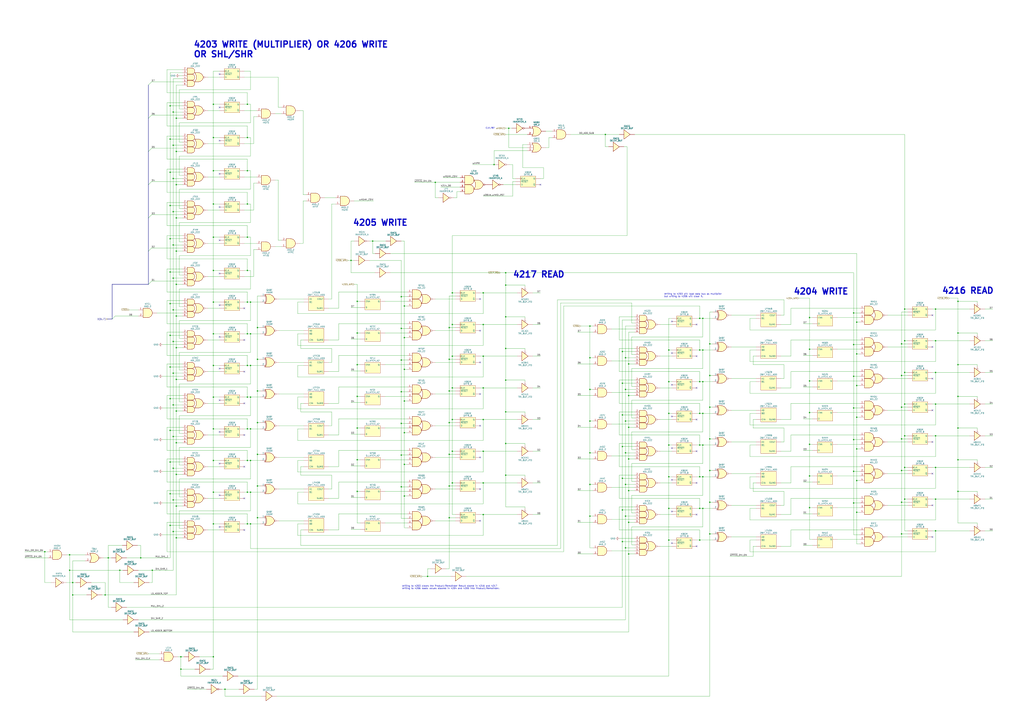
<source format=kicad_sch>
(kicad_sch (version 20230121) (generator eeschema)
  (paper "A1")
  (junction (at -242.57 386.08))
  (junction (at 703.58 421.005))
  (junction (at -193.675 151.13))
  (junction (at 139.7 301.625))
  (junction (at 142.24 280.67))
  (junction (at 768.35 280.035))
  (junction (at 57.15 468.63))
  (junction (at 203.2 430.53))
  (junction (at 332.105 329.565))
  (junction (at 768.35 358.14))
  (junction (at -193.675 255.27))
  (junction (at -280.67 314.96))
  (junction (at 175.26 222.25))
  (junction (at -311.785 368.935))
  (junction (at 59.69 488.95))
  (junction (at 142.24 92.075))
  (junction (at 86.36 488.95))
  (junction (at 484.505 372.11))
  (junction (at 549.275 417.83))
  (junction (at 288.29 213.995))
  (junction (at 142.24 228.6))
  (junction (at 768.35 254))
  (junction (at 742.95 280.035))
  (junction (at 139.7 379.73))
  (junction (at -242.57 412.115))
  (junction (at 368.935 321.31))
  (junction (at -193.675 203.2))
  (junction (at -214.63 261.62))
  (junction (at 582.93 334.645))
  (junction (at -278.13 496.57))
  (junction (at -280.67 491.49))
  (junction (at -311.785 394.97))
  (junction (at 144.78 151.765))
  (junction (at -502.92 232.41))
  (junction (at 142.24 173.99))
  (junction (at -599.44 175.26))
  (junction (at 368.935 425.45))
  (junction (at 142.24 358.775))
  (junction (at 142.24 201.295))
  (junction (at 371.475 396.875))
  (junction (at 175.26 378.46))
  (junction (at -214.63 183.515))
  (junction (at 175.26 140.335))
  (junction (at 703.58 368.935))
  (junction (at -193.675 483.87))
  (junction (at 98.425 468.63))
  (junction (at 371.475 266.7))
  (junction (at 368.935 373.38))
  (junction (at 203.2 274.32))
  (junction (at 139.7 275.59))
  (junction (at 484.505 294.005))
  (junction (at 203.2 404.495))
  (junction (at 701.04 257.175))
  (junction (at 484.505 320.04))
  (junction (at 144.78 337.82))
  (junction (at -214.63 490.22))
  (junction (at -280.67 236.855))
  (junction (at 516.255 403.225))
  (junction (at 405.765 135.255))
  (junction (at -278.13 444.5))
  (junction (at -214.63 131.445))
  (junction (at -502.92 216.535))
  (junction (at 329.565 269.875))
  (junction (at 139.7 141.605))
  (junction (at 415.29 390.525))
  (junction (at 175.26 248.285))
  (junction (at 293.37 325.755))
  (junction (at 88.9 458.47))
  (junction (at 175.26 85.725))
  (junction (at 582.93 360.68))
  (junction (at 786.765 403.86))
  (junction (at -275.59 423.545))
  (junction (at 371.475 318.77))
  (junction (at -217.17 209.55))
  (junction (at 175.26 404.495))
  (junction (at -217.17 313.69))
  (junction (at 205.74 404.495))
  (junction (at -278.13 418.465))
  (junction (at 582.93 412.75))
  (junction (at -242.57 438.15))
  (junction (at 175.26 274.32))
  (junction (at -217.17 261.62))
  (junction (at 396.875 370.84))
  (junction (at -217.17 360.045))
  (junction (at 139.7 223.52))
  (junction (at 740.41 438.785))
  (junction (at 511.175 340.995))
  (junction (at -275.59 299.085))
  (junction (at -280.67 387.35))
  (junction (at 574.675 287.655))
  (junction (at 701.04 335.28))
  (junction (at 768.35 332.105))
  (junction (at 513.715 398.145))
  (junction (at -280.67 465.455))
  (junction (at -193.675 177.165))
  (junction (at 768.35 384.175))
  (junction (at 293.37 273.685))
  (junction (at 703.58 290.83))
  (junction (at 144.78 179.07))
  (junction (at -335.915 356.235))
  (junction (at -275.59 501.65))
  (junction (at -278.13 320.04))
  (junction (at 139.7 249.555))
  (junction (at 516.255 455.295))
  (junction (at 205.74 430.53))
  (junction (at -242.57 360.045))
  (junction (at -574.04 92.075))
  (junction (at 59.69 478.79))
  (junction (at 511.175 288.925))
  (junction (at 396.875 422.91))
  (junction (at 329.565 243.84))
  (junction (at -280.67 184.785))
  (junction (at 516.255 351.155))
  (junction (at 329.565 347.98))
  (junction (at -193.675 125.095))
  (junction (at 368.935 399.415))
  (junction (at 577.215 391.795))
  (junction (at -280.67 288.925))
  (junction (at -576.58 138.43))
  (junction (at 574.675 339.725))
  (junction (at -275.59 371.475))
  (junction (at -280.67 158.75))
  (junction (at 175.26 352.425))
  (junction (at -276.225 108.585))
  (junction (at 142.24 332.74))
  (junction (at -548.64 82.55))
  (junction (at 664.845 260.985))
  (junction (at -245.11 131.445))
  (junction (at 396.875 318.77))
  (junction (at 577.215 287.655))
  (junction (at -214.63 438.15))
  (junction (at -193.675 379.73))
  (junction (at -278.13 470.535))
  (junction (at 144.78 363.855))
  (junction (at -543.56 87.63))
  (junction (at 484.505 346.075))
  (junction (at 139.7 327.66))
  (junction (at 203.2 113.03))
  (junction (at -217.17 516.255))
  (junction (at 211.455 321.31))
  (junction (at 139.7 353.695))
  (junction (at -193.675 281.305))
  (junction (at -217.17 235.585))
  (junction (at 144.78 259.715))
  (junction (at -217.17 490.22))
  (junction (at 139.7 114.3))
  (junction (at -214.63 313.69))
  (junction (at 144.78 415.925))
  (junction (at 142.24 254.635))
  (junction (at 329.565 400.05))
  (junction (at -242.57 464.185))
  (junction (at -193.675 431.8))
  (junction (at 740.41 412.75))
  (junction (at -280.67 413.385))
  (junction (at -217.17 183.515))
  (junction (at 205.74 300.355))
  (junction (at 513.715 450.215))
  (junction (at 357.505 149.86))
  (junction (at 701.04 309.245))
  (junction (at 582.93 438.785))
  (junction (at -193.675 353.695))
  (junction (at -576.58 102.87))
  (junction (at 742.95 306.07))
  (junction (at 175.26 430.53))
  (junction (at -245.11 261.62))
  (junction (at 664.845 391.16))
  (junction (at 497.205 110.49))
  (junction (at 742.95 332.105))
  (junction (at 740.41 386.715))
  (junction (at 368.935 295.275))
  (junction (at 582.93 308.61))
  (junction (at 701.04 387.35))
  (junction (at 203.2 300.355))
  (junction (at -214.63 235.585))
  (junction (at 144.78 97.155))
  (junction (at 768.35 410.21))
  (junction (at 577.215 313.69))
  (junction (at -278.13 267.97))
  (junction (at -275.59 325.12))
  (junction (at 144.78 233.68))
  (junction (at -275.59 273.05))
  (junction (at 203.2 85.725))
  (junction (at 142.24 146.685))
  (junction (at -574.04 127.635))
  (junction (at -359.41 346.075))
  (junction (at 786.765 325.755))
  (junction (at 415.29 312.42))
  (junction (at 144.78 441.96))
  (junction (at -214.63 209.55))
  (junction (at 332.105 277.495))
  (junction (at -576.58 175.26))
  (junction (at 574.675 313.69))
  (junction (at 205.74 248.285))
  (junction (at 511.175 314.96))
  (junction (at 703.58 264.795))
  (junction (at 332.105 407.67))
  (junction (at -242.57 516.255))
  (junction (at 786.765 351.79))
  (junction (at -278.13 241.935))
  (junction (at 484.505 267.97))
  (junction (at 513.715 320.04))
  (junction (at -311.785 447.04))
  (junction (at 142.24 119.38))
  (junction (at 175.26 113.03))
  (junction (at 742.95 384.175))
  (junction (at 205.74 352.425))
  (junction (at -556.895 244.475))
  (junction (at -214.63 516.255))
  (junction (at 371.475 370.84))
  (junction (at -311.785 525.145))
  (junction (at 577.215 339.725))
  (junction (at -275.59 247.015))
  (junction (at -581.66 198.12))
  (junction (at 786.765 377.825))
  (junction (at 396.875 396.875))
  (junction (at 368.935 347.345))
  (junction (at 211.455 373.38))
  (junction (at 144.78 206.375))
  (junction (at 142.24 410.845))
  (junction (at -530.86 213.995))
  (junction (at 582.93 282.575))
  (junction (at 574.675 365.76))
  (junction (at 211.455 425.45))
  (junction (at -193.675 229.235))
  (junction (at 203.2 326.39))
  (junction (at 115.57 458.47))
  (junction (at -245.11 287.655))
  (junction (at 139.7 86.995))
  (junction (at -193.675 509.905))
  (junction (at 175.26 326.39))
  (junction (at 203.2 352.425))
  (junction (at 742.95 410.21))
  (junction (at -217.17 287.655))
  (junction (at -383.54 325.12))
  (junction (at -528.32 227.33))
  (junction (at -556.895 229.87))
  (junction (at 175.26 194.945))
  (junction (at -217.17 464.185))
  (junction (at 203.2 222.25))
  (junction (at 415.29 224.155))
  (junction (at 396.875 266.7))
  (junction (at 142.24 436.88))
  (junction (at 396.875 344.805))
  (junction (at 293.37 377.825))
  (junction (at 175.26 539.75))
  (junction (at 203.2 140.335))
  (junction (at 701.04 361.315))
  (junction (at -311.785 473.075))
  (junction (at 142.24 384.81))
  (junction (at 549.275 365.76))
  (junction (at 329.565 295.91))
  (junction (at -311.785 421.005))
  (junction (at 205.74 326.39))
  (junction (at 516.255 429.26))
  (junction (at 139.7 431.8))
  (junction (at -242.57 490.22))
  (junction (at 516.255 325.12))
  (junction (at 371.475 292.735))
  (junction (at -278.13 392.43))
  (junction (at 125.095 468.63))
  (junction (at -217.17 386.08))
  (junction (at -245.11 157.48))
  (junction (at -214.63 157.48))
  (junction (at 701.04 413.385))
  (junction (at -245.11 209.55))
  (junction (at 549.275 443.865))
  (junction (at 203.2 248.285))
  (junction (at -280.67 262.89))
  (junction (at 513.715 294.005))
  (junction (at 203.2 378.46))
  (junction (at -546.1 85.09))
  (junction (at 332.105 355.6))
  (junction (at 329.565 374.015))
  (junction (at 396.875 240.665))
  (junction (at -214.63 386.08))
  (junction (at -359.41 358.775))
  (junction (at 332.105 381.635))
  (junction (at 415.29 260.35))
  (junction (at -361.95 335.915))
  (junction (at 768.35 306.07))
  (junction (at 203.2 167.64))
  (junction (at 205.74 274.32))
  (junction (at 211.455 347.345))
  (junction (at 664.845 365.125))
  (junction (at 786.765 247.65))
  (junction (at 516.255 377.19))
  (junction (at -280.67 361.315))
  (junction (at 144.78 285.75))
  (junction (at 664.845 417.195))
  (junction (at 740.41 360.68))
  (junction (at -275.59 168.91))
  (junction (at -278.13 215.9))
  (junction (at 577.215 365.76))
  (junction (at 351.155 473.71))
  (junction (at -217.17 412.115))
  (junction (at 184.785 566.42))
  (junction (at 415.29 286.385))
  (junction (at 664.845 339.09))
  (junction (at 574.675 391.795))
  (junction (at 549.275 287.655))
  (junction (at 511.175 445.135))
  (junction (at 577.215 417.83))
  (junction (at 396.875 292.735))
  (junction (at -361.95 325.12))
  (junction (at 577.215 261.62))
  (junction (at -275.59 449.58))
  (junction (at 144.78 124.46))
  (junction (at 211.455 295.275))
  (junction (at -278.13 366.395))
  (junction (at 148.59 539.75))
  (junction (at 293.37 403.86))
  (junction (at -193.675 457.835))
  (junction (at 549.275 391.795))
  (junction (at -311.785 499.11))
  (junction (at -280.67 439.42))
  (junction (at 371.475 240.665))
  (junction (at 142.24 306.705))
  (junction (at -275.59 475.615))
  (junction (at -245.11 235.585))
  (junction (at 484.505 424.18))
  (junction (at -278.13 163.83))
  (junction (at 139.7 405.765))
  (junction (at 768.35 436.245))
  (junction (at 332.105 303.53))
  (junction (at 513.715 346.075))
  (junction (at 513.715 424.18))
  (junction (at -275.59 220.98))
  (junction (at 203.2 194.945))
  (junction (at -576.58 120.65))
  (junction (at 175.26 300.355))
  (junction (at 574.675 443.865))
  (junction (at 582.93 386.715))
  (junction (at 786.765 299.72))
  (junction (at -275.59 194.945))
  (junction (at 57.15 455.93))
  (junction (at 703.58 342.9))
  (junction (at 139.7 168.91))
  (junction (at 740.41 282.575))
  (junction (at 144.78 311.785))
  (junction (at -214.63 464.185))
  (junction (at 417.83 105.41))
  (junction (at 516.255 299.085))
  (junction (at -574.04 109.855))
  (junction (at 211.455 399.415))
  (junction (at 415.29 364.49))
  (junction (at -214.63 542.29))
  (junction (at 740.41 334.645))
  (junction (at 415.29 234.315))
  (junction (at 742.95 254))
  (junction (at -217.17 157.48))
  (junction (at -280.67 517.525))
  (junction (at 511.175 393.065))
  (junction (at 574.675 417.83))
  (junction (at -193.675 405.765))
  (junction (at -278.13 189.865))
  (junction (at 211.455 269.24))
  (junction (at 513.715 372.11))
  (junction (at 701.04 283.21))
  (junction (at 742.95 358.14))
  (junction (at 415.29 338.455))
  (junction (at 740.41 308.61))
  (junction (at -217.17 542.29))
  (junction (at -278.13 294.005))
  (junction (at 139.7 196.215))
  (junction (at 703.58 394.97))
  (junction (at 549.275 339.725))
  (junction (at 205.74 378.46))
  (junction (at -214.63 287.655))
  (junction (at 664.845 313.055))
  (junction (at 144.78 389.89))
  (junction (at 574.675 261.62))
  (junction (at 293.37 299.72))
  (junction (at -245.11 183.515))
  (junction (at 664.845 287.02))
  (junction (at -278.13 522.605))
  (junction (at -214.63 412.115))
  (junction (at 703.58 316.865))
  (junction (at 306.07 198.12))
  (junction (at 175.26 167.64))
  (junction (at -280.67 210.82))
  (junction (at -275.59 527.685))
  (junction (at 484.505 398.145))
  (junction (at -576.58 195.58))
  (junction (at 371.475 344.805))
  (junction (at -217.17 438.15))
  (junction (at 511.175 419.1))
  (junction (at 293.37 247.65))
  (junction (at -214.63 360.045))
  (junction (at 786.765 273.685))
  (junction (at 332.105 251.46))
  (junction (at 368.935 269.24))
  (junction (at 36.83 453.39))
  (junction (at 329.565 321.945))
  (junction (at 293.37 351.79))
  (junction (at -275.59 397.51))
  (junction (at 148.59 549.91))
  (junction (at 511.175 367.03))
  (junction (at 549.275 313.69))
  (no_connect (at 551.815 368.3))
  (no_connect (at -219.71 443.23))
  (no_connect (at -219.71 365.125))
  (no_connect (at 200.66 383.54))
  (no_connect (at -240.03 264.16))
  (no_connect (at -219.71 547.37))
  (no_connect (at -219.71 240.665))
  (no_connect (at -219.71 292.735))
  (no_connect (at 180.34 250.825))
  (no_connect (at 394.335 271.78))
  (no_connect (at -240.03 238.125))
  (no_connect (at 394.335 375.92))
  (no_connect (at 572.135 448.945))
  (no_connect (at -219.71 214.63))
  (no_connect (at -219.71 391.16))
  (no_connect (at 572.135 422.91))
  (no_connect (at -240.03 518.795))
  (no_connect (at -551.18 156.21))
  (no_connect (at -219.71 417.195))
  (no_connect (at -240.03 290.195))
  (no_connect (at 551.815 420.37))
  (no_connect (at 551.815 394.335))
  (no_connect (at 180.34 328.93))
  (no_connect (at 180.34 381))
  (no_connect (at 572.135 370.84))
  (no_connect (at 200.66 331.47))
  (no_connect (at -219.71 266.7))
  (no_connect (at 394.335 427.99))
  (no_connect (at 572.135 396.875))
  (no_connect (at 765.81 415.29))
  (no_connect (at 394.335 349.885))
  (no_connect (at -219.71 318.77))
  (no_connect (at -551.18 180.34))
  (no_connect (at 572.135 292.735))
  (no_connect (at -219.71 521.335))
  (no_connect (at -240.03 544.83))
  (no_connect (at 551.815 290.195))
  (no_connect (at 765.81 441.325))
  (no_connect (at 765.81 363.22))
  (no_connect (at 394.335 245.745))
  (no_connect (at 551.815 264.16))
  (no_connect (at 180.34 276.86))
  (no_connect (at 765.81 311.15))
  (no_connect (at 394.335 323.85))
  (no_connect (at -240.03 440.69))
  (no_connect (at 551.815 342.265))
  (no_connect (at 180.34 142.875))
  (no_connect (at -240.03 212.09))
  (no_connect (at -240.03 388.62))
  (no_connect (at -240.03 492.76))
  (no_connect (at 180.34 354.965))
  (no_connect (at 180.34 407.035))
  (no_connect (at -219.71 162.56))
  (no_connect (at 200.66 435.61))
  (no_connect (at -505.46 211.455))
  (no_connect (at 572.135 344.805))
  (no_connect (at 180.34 170.18))
  (no_connect (at 572.135 266.7))
  (no_connect (at 394.335 401.955))
  (no_connect (at 572.135 318.77))
  (no_connect (at 765.81 259.08))
  (no_connect (at -505.46 227.33))
  (no_connect (at -240.03 186.055))
  (no_connect (at -219.71 188.595))
  (no_connect (at 551.815 446.405))
  (no_connect (at 180.34 115.57))
  (no_connect (at -240.03 133.985))
  (no_connect (at -551.18 193.04))
  (no_connect (at 200.66 253.365))
  (no_connect (at 765.81 285.115))
  (no_connect (at -219.71 495.3))
  (no_connect (at 180.34 60.96))
  (no_connect (at 200.66 305.435))
  (no_connect (at -240.03 362.585))
  (no_connect (at -240.03 466.725))
  (no_connect (at -219.71 136.525))
  (no_connect (at 180.34 197.485))
  (no_connect (at 200.66 279.4))
  (no_connect (at 180.34 88.265))
  (no_connect (at -240.03 316.23))
  (no_connect (at 765.81 389.255))
  (no_connect (at 180.34 302.895))
  (no_connect (at 180.34 224.79))
  (no_connect (at -240.03 414.655))
  (no_connect (at 200.66 409.575))
  (no_connect (at 443.865 151.765))
  (no_connect (at 200.66 357.505))
  (no_connect (at 551.815 316.23))
  (no_connect (at -219.71 469.265))
  (no_connect (at -240.03 160.02))
  (no_connect (at 180.34 433.07))
  (no_connect (at 765.81 337.185))
  (no_connect (at 394.335 297.815))
  (bus_entry (at -165.1 313.69) (size 2.54 2.54))
  (bus_entry (at -165.1 412.115) (size 2.54 2.54))
  (bus_entry (at -165.1 516.255) (size 2.54 2.54))
  (bus_entry (at -165.1 287.655) (size 2.54 2.54))
  (bus_entry (at -165.1 542.29) (size 2.54 2.54))
  (bus_entry (at 124.46 67.31) (size -2.54 2.54))
  (bus_entry (at 124.46 231.14) (size -2.54 2.54))
  (bus_entry (at -165.1 131.445) (size 2.54 2.54))
  (bus_entry (at 124.46 94.615) (size -2.54 2.54))
  (bus_entry (at 124.46 203.835) (size -2.54 2.54))
  (bus_entry (at 124.46 149.225) (size -2.54 2.54))
  (bus_entry (at -165.1 464.185) (size 2.54 2.54))
  (bus_entry (at -165.1 261.62) (size 2.54 2.54))
  (bus_entry (at 124.46 176.53) (size -2.54 2.54))
  (bus_entry (at -165.1 157.48) (size 2.54 2.54))
  (bus_entry (at -165.1 386.08) (size 2.54 2.54))
  (bus_entry (at -165.1 438.15) (size 2.54 2.54))
  (bus_entry (at -165.1 490.22) (size 2.54 2.54))
  (bus_entry (at -165.1 209.55) (size 2.54 2.54))
  (bus_entry (at 94.615 259.715) (size -2.54 2.54))
  (bus_entry (at 124.46 121.92) (size -2.54 2.54))
  (bus_entry (at -165.1 183.515) (size 2.54 2.54))
  (bus_entry (at -165.1 360.045) (size 2.54 2.54))
  (bus_entry (at -165.1 235.585) (size 2.54 2.54))
  (wire (pts (xy 269.875 349.885) (xy 272.415 349.885)))
  (wire (pts (xy -249.555 266.7) (xy -240.03 266.7)))
  (wire (pts (xy 137.16 111.76) (xy 149.86 111.76)))
  (wire (pts (xy 269.875 305.435) (xy 278.13 305.435)))
  (wire (pts (xy 203.2 370.205) (xy 137.16 370.205)))
  (wire (pts (xy -240.03 412.115) (xy -242.57 412.115)))
  (wire (pts (xy 508.635 338.455) (xy 508.635 357.505)))
  (wire (pts (xy -242.57 360.045) (xy -240.03 360.045)))
  (wire (pts (xy -320.675 368.935) (xy -311.785 368.935)))
  (wire (pts (xy 618.49 344.805) (xy 618.49 351.79)))
  (wire (pts (xy 641.35 311.15) (xy 643.89 311.15)))
  (wire (pts (xy 649.605 253.365) (xy 706.12 253.365)))
  (bus (pts (xy 92.075 233.68) (xy 92.075 262.255)))
  (wire (pts (xy 574.675 261.62) (xy 577.215 261.62)))
  (wire (pts (xy 272.415 245.745) (xy 269.875 245.745)))
  (wire (pts (xy -217.17 377.825) (xy -283.21 377.825)))
  (wire (pts (xy 147.32 198.755) (xy 147.32 182.88)))
  (wire (pts (xy 521.335 374.65) (xy 502.285 374.65)))
  (wire (pts (xy -275.59 501.65) (xy -275.59 527.685)))
  (wire (pts (xy 574.675 417.83) (xy 577.215 417.83)))
  (wire (pts (xy 518.795 343.535) (xy 521.335 343.535)))
  (wire (pts (xy 577.215 354.965) (xy 577.215 339.725)))
  (wire (pts (xy 649.605 331.47) (xy 649.605 344.805)))
  (wire (pts (xy 484.505 372.11) (xy 487.045 372.11)))
  (wire (pts (xy -505.46 67.31) (xy -523.24 67.31)))
  (wire (pts (xy 200.66 140.335) (xy 203.2 140.335)))
  (wire (pts (xy 484.505 267.97) (xy 484.505 294.005)))
  (wire (pts (xy 142.24 119.38) (xy 149.86 119.38)))
  (wire (pts (xy -217.17 201.295) (xy -217.17 209.55)))
  (wire (pts (xy 687.705 365.125) (xy 706.12 365.125)))
  (wire (pts (xy -219.71 261.62) (xy -217.17 261.62)))
  (wire (pts (xy -214.63 427.355) (xy -273.05 427.355)))
  (wire (pts (xy -270.51 501.65) (xy -275.59 501.65)))
  (wire (pts (xy 508.635 416.56) (xy 508.635 435.61)))
  (wire (pts (xy 768.35 401.32) (xy 615.95 401.32)))
  (wire (pts (xy 203.2 113.03) (xy 205.74 113.03)))
  (wire (pts (xy 742.95 306.07) (xy 742.95 280.035)))
  (wire (pts (xy 160.02 549.91) (xy 148.59 549.91)))
  (wire (pts (xy 147.32 304.165) (xy 149.86 304.165)))
  (wire (pts (xy 802.64 429.895) (xy 786.765 429.895)))
  (wire (pts (xy 572.135 287.655) (xy 574.675 287.655)))
  (wire (pts (xy 180.34 113.03) (xy 175.26 113.03)))
  (wire (pts (xy -283.21 358.775) (xy -270.51 358.775)))
  (wire (pts (xy -273.05 265.43) (xy -273.05 250.825)))
  (wire (pts (xy 228.6 147.955) (xy 226.06 147.955)))
  (bus (pts (xy -162.56 362.585) (xy -162.56 388.62)))
  (wire (pts (xy -280.67 288.925) (xy -270.51 288.925)))
  (wire (pts (xy -193.675 229.235) (xy -193.675 255.27)))
  (wire (pts (xy 59.69 488.95) (xy 59.69 478.79)))
  (wire (pts (xy -571.5 118.11) (xy -574.04 118.11)))
  (wire (pts (xy 643.89 259.08) (xy 643.89 246.38)))
  (wire (pts (xy -273.05 479.425) (xy -273.05 494.03)))
  (wire (pts (xy 142.24 92.075) (xy 142.24 64.77)))
  (wire (pts (xy 137.16 325.12) (xy 149.86 325.12)))
  (wire (pts (xy 142.24 146.685) (xy 142.24 173.99)))
  (wire (pts (xy -548.64 109.855) (xy -548.64 105.41)))
  (wire (pts (xy -359.41 358.775) (xy -353.695 358.775)))
  (wire (pts (xy 786.765 245.11) (xy 786.765 247.65)))
  (wire (pts (xy -525.78 227.33) (xy -528.32 227.33)))
  (wire (pts (xy -525.78 213.995) (xy -530.86 213.995)))
  (wire (pts (xy 205.74 289.56) (xy 147.32 289.56)))
  (wire (pts (xy -485.14 81.28) (xy -487.68 81.28)))
  (wire (pts (xy 701.04 361.315) (xy 701.04 387.35)))
  (wire (pts (xy 213.995 347.345) (xy 211.455 347.345)))
  (wire (pts (xy -270.51 421.005) (xy -288.925 421.005)))
  (wire (pts (xy 147.32 116.84) (xy 149.86 116.84)))
  (wire (pts (xy -171.45 412.115) (xy -165.1 412.115)))
  (wire (pts (xy 329.565 426.085) (xy 334.645 426.085)))
  (wire (pts (xy -275.59 475.615) (xy -275.59 501.65)))
  (wire (pts (xy 615.95 323.215) (xy 615.95 313.69)))
  (wire (pts (xy 484.505 450.215) (xy 487.045 450.215)))
  (wire (pts (xy -219.71 516.255) (xy -217.17 516.255)))
  (wire (pts (xy 175.26 58.42) (xy 175.26 85.725)))
  (wire (pts (xy 203.2 378.46) (xy 205.74 378.46)))
  (wire (pts (xy -214.63 224.79) (xy -214.63 209.55)))
  (wire (pts (xy 618.49 299.72) (xy 643.89 299.72)))
  (wire (pts (xy 115.57 458.47) (xy 139.7 458.47)))
  (wire (pts (xy 701.04 335.28) (xy 701.04 361.315)))
  (wire (pts (xy -502.92 216.535) (xy -502.92 223.52)))
  (wire (pts (xy 205.74 352.425) (xy 203.2 352.425)))
  (wire (pts (xy 200.66 222.25) (xy 203.2 222.25)))
  (wire (pts (xy 585.47 282.575) (xy 582.93 282.575)))
  (wire (pts (xy 269.875 297.815) (xy 272.415 297.815)))
  (wire (pts (xy 334.645 329.565) (xy 332.105 329.565)))
  (wire (pts (xy 508.635 435.61) (xy 574.675 435.61)))
  (wire (pts (xy 745.49 386.715) (xy 740.41 386.715)))
  (wire (pts (xy 203.2 318.135) (xy 137.16 318.135)))
  (wire (pts (xy 574.675 409.575) (xy 508.635 409.575)))
  (wire (pts (xy -219.71 183.515) (xy -217.17 183.515)))
  (wire (pts (xy 54.61 455.93) (xy 57.15 455.93)))
  (wire (pts (xy 334.645 407.67) (xy 332.105 407.67)))
  (wire (pts (xy 115.57 448.31) (xy 115.57 458.47)))
  (wire (pts (xy -240.03 287.655) (xy -245.11 287.655)))
  (wire (pts (xy 244.475 257.81) (xy 244.475 248.285)))
  (wire (pts (xy -171.45 261.62) (xy -165.1 261.62)))
  (wire (pts (xy 768.35 254) (xy 796.29 254)))
  (wire (pts (xy 144.78 337.82) (xy 149.86 337.82)))
  (wire (pts (xy -242.57 516.255) (xy -242.57 490.22)))
  (wire (pts (xy 115.57 448.31) (xy 113.03 448.31)))
  (wire (pts (xy 701.04 257.175) (xy 706.12 257.175)))
  (wire (pts (xy 431.165 390.525) (xy 415.29 390.525)))
  (wire (pts (xy 205.74 85.725) (xy 203.2 85.725)))
  (wire (pts (xy -270.51 273.05) (xy -275.59 273.05)))
  (wire (pts (xy 687.705 260.985) (xy 706.12 260.985)))
  (wire (pts (xy 371.475 370.84) (xy 371.475 344.805)))
  (wire (pts (xy 293.37 233.68) (xy 293.37 247.65)))
  (wire (pts (xy 745.49 308.61) (xy 740.41 308.61)))
  (wire (pts (xy -568.325 224.79) (xy -554.355 224.79)))
  (wire (pts (xy 57.15 455.93) (xy 69.85 455.93)))
  (wire (pts (xy -278.13 470.535) (xy -270.51 470.535)))
  (wire (pts (xy -574.04 145.415) (xy -548.64 145.415)))
  (wire (pts (xy 768.35 436.245) (xy 768.35 453.39)))
  (wire (pts (xy 621.03 344.805) (xy 618.49 344.805)))
  (wire (pts (xy 247.015 286.385) (xy 272.415 286.385)))
  (wire (pts (xy -574.04 109.855) (xy -548.64 109.855)))
  (wire (pts (xy -177.8 431.8) (xy -193.675 431.8)))
  (wire (pts (xy 244.475 430.53) (xy 249.555 430.53)))
  (wire (pts (xy 768.35 384.175) (xy 796.29 384.175)))
  (wire (pts (xy -214.63 412.115) (xy -214.63 427.355)))
  (wire (pts (xy 431.165 364.49) (xy 415.29 364.49)))
  (wire (pts (xy 247.015 383.54) (xy 247.015 390.525)))
  (wire (pts (xy -278.13 215.9) (xy -270.51 215.9)))
  (wire (pts (xy 542.29 422.91) (xy 551.815 422.91)))
  (wire (pts (xy 374.015 323.85) (xy 357.505 323.85)))
  (wire (pts (xy 290.83 165.1) (xy 306.705 165.1)))
  (wire (pts (xy -171.45 464.185) (xy -165.1 464.185)))
  (wire (pts (xy -283.21 156.21) (xy -283.21 175.26)))
  (wire (pts (xy 205.74 404.495) (xy 203.2 404.495)))
  (wire (pts (xy -556.895 244.475) (xy -563.88 244.475)))
  (wire (pts (xy 521.335 403.225) (xy 516.255 403.225)))
  (wire (pts (xy 303.53 213.995) (xy 329.565 213.995)))
  (wire (pts (xy 121.92 537.21) (xy 130.81 537.21)))
  (wire (pts (xy 549.275 339.725) (xy 549.275 313.69)))
  (wire (pts (xy 768.35 358.14) (xy 796.29 358.14)))
  (wire (pts (xy 200.66 227.33) (xy 208.28 227.33)))
  (wire (pts (xy 396.875 161.29) (xy 421.005 161.29)))
  (wire (pts (xy 175.26 222.25) (xy 175.26 248.285)))
  (wire (pts (xy 139.7 114.3) (xy 149.86 114.3)))
  (wire (pts (xy 329.565 295.91) (xy 329.565 321.945)))
  (wire (pts (xy 740.41 308.61) (xy 740.41 282.575)))
  (wire (pts (xy 371.475 396.875) (xy 371.475 370.84)))
  (wire (pts (xy -525.78 229.87) (xy -530.86 229.87)))
  (wire (pts (xy -242.57 360.045) (xy -242.57 108.585)))
  (wire (pts (xy 577.215 313.69) (xy 577.215 328.93)))
  (wire (pts (xy 802.64 405.13) (xy 802.64 403.86)))
  (wire (pts (xy -214.63 490.22) (xy -217.17 490.22)))
  (wire (pts (xy 577.215 391.795) (xy 574.675 391.795)))
  (wire (pts (xy 36.83 453.39) (xy 39.37 453.39)))
  (wire (pts (xy -214.63 235.585) (xy -184.15 235.585)))
  (wire (pts (xy 180.34 326.39) (xy 175.26 326.39)))
  (bus (pts (xy 121.92 97.155) (xy 121.92 124.46)))
  (wire (pts (xy -217.17 287.655) (xy -217.17 279.4)))
  (wire (pts (xy 667.385 443.23) (xy 664.845 443.23)))
  (wire (pts (xy 139.7 405.765) (xy 139.7 379.73)))
  (wire (pts (xy 144.78 259.715) (xy 144.78 285.75)))
  (wire (pts (xy 57.15 468.63) (xy 57.15 509.27)))
  (wire (pts (xy 615.95 401.32) (xy 615.95 391.795)))
  (wire (pts (xy -177.8 151.13) (xy -193.675 151.13)))
  (wire (pts (xy 332.105 381.635) (xy 332.105 407.67)))
  (wire (pts (xy -502.92 223.52) (xy -500.38 223.52)))
  (wire (pts (xy -219.71 490.22) (xy -217.17 490.22)))
  (wire (pts (xy 149.86 206.375) (xy 144.78 206.375)))
  (wire (pts (xy 745.49 410.21) (xy 742.95 410.21)))
  (wire (pts (xy -249.555 443.23) (xy -240.03 443.23)))
  (wire (pts (xy 615.95 261.62) (xy 621.03 261.62)))
  (wire (pts (xy 329.565 321.945) (xy 334.645 321.945)))
  (wire (pts (xy 521.335 400.685) (xy 502.285 400.685)))
  (wire (pts (xy 396.875 283.845) (xy 244.475 283.845)))
  (wire (pts (xy -275.59 449.58) (xy -275.59 475.615)))
  (wire (pts (xy 153.67 566.42) (xy 169.545 566.42)))
  (wire (pts (xy 740.41 412.75) (xy 740.41 386.715)))
  (wire (pts (xy -548.64 184.785) (xy -581.66 184.785)))
  (wire (pts (xy -311.785 499.11) (xy -311.785 473.075)))
  (wire (pts (xy -288.925 368.935) (xy -270.51 368.935)))
  (wire (pts (xy 244.475 248.285) (xy 249.555 248.285)))
  (wire (pts (xy 706.12 447.04) (xy 703.58 447.04)))
  (wire (pts (xy 618.49 351.79) (xy 643.89 351.79)))
  (wire (pts (xy 396.875 257.81) (xy 244.475 257.81)))
  (wire (pts (xy 278.13 344.17) (xy 334.645 344.17)))
  (wire (pts (xy 205.74 140.335) (xy 203.2 140.335)))
  (wire (pts (xy 508.635 331.47) (xy 574.675 331.47)))
  (wire (pts (xy -583.565 161.29) (xy -571.5 161.29)))
  (wire (pts (xy 86.36 488.95) (xy 144.78 488.95)))
  (wire (pts (xy 149.86 413.385) (xy 133.35 413.385)))
  (wire (pts (xy 664.845 287.02) (xy 664.845 260.985)))
  (wire (pts (xy -571.5 102.87) (xy -576.58 102.87)))
  (wire (pts (xy -316.865 556.26) (xy -309.245 556.26)))
  (wire (pts (xy -270.51 553.72) (xy -275.59 553.72)))
  (wire (pts (xy 208.28 150.495) (xy 208.28 172.72)))
  (wire (pts (xy 139.7 405.765) (xy 149.86 405.765)))
  (wire (pts (xy 703.58 208.28) (xy 703.58 264.795)))
  (wire (pts (xy 332.105 251.46) (xy 332.105 277.495)))
  (wire (pts (xy 85.09 458.47) (xy 88.9 458.47)))
  (wire (pts (xy 203.2 103.505) (xy 137.16 103.505)))
  (wire (pts (xy 139.7 249.555) (xy 139.7 275.59)))
  (wire (pts (xy -177.8 203.2) (xy -193.675 203.2)))
  (wire (pts (xy 137.16 139.065) (xy 137.16 158.115)))
  (wire (pts (xy 244.475 300.355) (xy 249.555 300.355)))
  (wire (pts (xy 137.16 193.675) (xy 137.16 212.725)))
  (wire (pts (xy 139.7 86.995) (xy 139.7 114.3)))
  (wire (pts (xy -283.21 436.88) (xy -270.51 436.88)))
  (wire (pts (xy -280.67 158.75) (xy -270.51 158.75)))
  (wire (pts (xy 667.385 391.16) (xy 664.845 391.16)))
  (wire (pts (xy 59.69 478.79) (xy 62.23 478.79)))
  (wire (pts (xy -309.245 566.42) (xy -316.23 566.42)))
  (wire (pts (xy 332.105 407.67) (xy 332.105 433.705)))
  (wire (pts (xy 394.335 344.805) (xy 396.875 344.805)))
  (wire (pts (xy -335.915 304.8) (xy -333.375 304.8)))
  (wire (pts (xy -193.675 457.835) (xy -193.675 483.87)))
  (wire (pts (xy 516.255 519.43) (xy 516.255 455.295)))
  (wire (pts (xy 144.78 259.715) (xy 149.86 259.715)))
  (wire (pts (xy 450.85 113.03) (xy 450.85 121.285)))
  (wire (pts (xy 248.92 160.02) (xy 248.92 90.805)))
  (wire (pts (xy -275.59 220.98) (xy -270.51 220.98)))
  (wire (pts (xy -554.355 239.395) (xy -556.895 239.395)))
  (wire (pts (xy -386.715 361.315) (xy -381 361.315)))
  (wire (pts (xy 213.995 425.45) (xy 211.455 425.45)))
  (wire (pts (xy 577.215 339.725) (xy 574.675 339.725)))
  (wire (pts (xy -214.63 505.46) (xy -214.63 490.22)))
  (wire (pts (xy -270.51 267.97) (xy -278.13 267.97)))
  (wire (pts (xy 368.935 269.24) (xy 368.935 243.205)))
  (wire (pts (xy 142.24 280.67) (xy 142.24 306.705)))
  (wire (pts (xy -320.675 304.8) (xy -302.895 304.8)))
  (wire (pts (xy -582.295 82.55) (xy -571.5 82.55)))
  (wire (pts (xy 667.385 313.055) (xy 664.845 313.055)))
  (wire (pts (xy -309.245 473.075) (xy -311.785 473.075)))
  (wire (pts (xy 551.815 443.865) (xy 549.275 443.865)))
  (wire (pts (xy 142.24 384.81) (xy 142.24 410.845)))
  (wire (pts (xy 170.815 227.33) (xy 180.34 227.33)))
  (wire (pts (xy -280.67 439.42) (xy -280.67 465.455)))
  (wire (pts (xy 200.66 194.945) (xy 203.2 194.945)))
  (wire (pts (xy 516.255 273.05) (xy 521.335 273.05)))
  (wire (pts (xy 203.2 344.17) (xy 203.2 352.425)))
  (wire (pts (xy 125.095 468.63) (xy 125.095 478.79)))
  (wire (pts (xy 511.175 340.995) (xy 521.335 340.995)))
  (wire (pts (xy 396.875 266.7) (xy 424.815 266.7)))
  (wire (pts (xy 521.335 294.005) (xy 513.715 294.005)))
  (wire (pts (xy 513.715 509.27) (xy 513.715 450.215)))
  (wire (pts (xy 249.555 383.54) (xy 247.015 383.54)))
  (wire (pts (xy -548.64 203.2) (xy -581.66 203.2)))
  (wire (pts (xy 329.565 198.12) (xy 332.105 198.12)))
  (wire (pts (xy 577.215 313.69) (xy 585.47 313.69)))
  (wire (pts (xy 457.835 448.31) (xy 457.835 246.38)))
  (wire (pts (xy -219.71 412.115) (xy -217.17 412.115)))
  (wire (pts (xy 599.44 457.2) (xy 618.49 457.2)))
  (wire (pts (xy 585.47 256.54) (xy 582.93 256.54)))
  (wire (pts (xy 765.81 306.07) (xy 768.35 306.07)))
  (wire (pts (xy 249.555 331.47) (xy 247.015 331.47)))
  (wire (pts (xy -270.51 325.12) (xy -275.59 325.12)))
  (wire (pts (xy 142.24 64.77) (xy 149.86 64.77)))
  (wire (pts (xy 474.345 429.26) (xy 487.045 429.26)))
  (wire (pts (xy 329.565 374.015) (xy 329.565 400.05)))
  (wire (pts (xy -505.46 216.535) (xy -502.92 216.535)))
  (wire (pts (xy 474.345 455.295) (xy 487.045 455.295)))
  (wire (pts (xy 641.35 292.735) (xy 649.605 292.735)))
  (wire (pts (xy 374.015 344.805) (xy 371.475 344.805)))
  (wire (pts (xy 374.015 373.38) (xy 368.935 373.38)))
  (wire (pts (xy -307.975 356.235) (xy -280.67 356.235)))
  (wire (pts (xy 745.49 438.785) (xy 740.41 438.785)))
  (wire (pts (xy -485.14 167.005) (xy -485.14 81.28)))
  (wire (pts (xy -217.17 534.035) (xy -217.17 542.29)))
  (wire (pts (xy 577.215 261.62) (xy 585.47 261.62)))
  (wire (pts (xy 615.95 453.39) (xy 615.95 443.865)))
  (wire (pts (xy 170.815 200.025) (xy 180.34 200.025)))
  (wire (pts (xy -278.13 470.535) (xy -278.13 496.57)))
  (wire (pts (xy -314.325 314.96) (xy -305.435 314.96)))
  (wire (pts (xy 113.665 468.63) (xy 125.095 468.63)))
  (wire (pts (xy 615.95 297.18) (xy 615.95 287.655)))
  (wire (pts (xy -278.13 418.465) (xy -278.13 444.5)))
  (wire (pts (xy 147.32 289.56) (xy 147.32 304.165)))
  (wire (pts (xy 144.78 389.89) (xy 144.78 415.925)))
  (wire (pts (xy 149.86 59.69) (xy 139.7 59.69)))
  (wire (pts (xy 641.35 396.875) (xy 649.605 396.875)))
  (wire (pts (xy -316.865 374.015) (xy -309.245 374.015)))
  (wire (pts (xy -288.925 566.42) (xy -283.21 566.42)))
  (wire (pts (xy 462.915 251.46) (xy 574.675 251.46)))
  (wire (pts (xy 641.35 318.77) (xy 649.605 318.77)))
  (wire (pts (xy 137.16 266.065) (xy 203.2 266.065)))
  (wire (pts (xy 706.12 394.97) (xy 703.58 394.97)))
  (wire (pts (xy -193.675 151.13) (xy -193.675 177.165)))
  (wire (pts (xy 329.565 243.84) (xy 334.645 243.84)))
  (wire (pts (xy 518.795 317.5) (xy 518.795 302.895)))
  (wire (pts (xy 508.635 364.49) (xy 521.335 364.49)))
  (wire (pts (xy 266.7 162.56) (xy 275.59 162.56)))
  (wire (pts (xy -177.8 282.575) (xy -177.8 281.305)))
  (wire (pts (xy 147.32 210.185) (xy 205.74 210.185)))
  (wire (pts (xy -381 325.12) (xy -383.54 325.12)))
  (wire (pts (xy 205.74 237.49) (xy 147.32 237.49)))
  (wire (pts (xy -217.17 360.045) (xy -214.63 360.045)))
  (wire (pts (xy 745.49 415.29) (xy 728.98 415.29)))
  (wire (pts (xy 205.74 352.425) (xy 213.995 352.425)))
  (wire (pts (xy -309.245 447.04) (xy -311.785 447.04)))
  (wire (pts (xy 205.74 430.53) (xy 213.995 430.53)))
  (wire (pts (xy 200.66 352.425) (xy 203.2 352.425)))
  (wire (pts (xy 149.86 311.785) (xy 144.78 311.785)))
  (wire (pts (xy 139.7 196.215) (xy 149.86 196.215)))
  (wire (pts (xy 374.015 396.875) (xy 371.475 396.875)))
  (wire (pts (xy 57.15 468.63) (xy 57.15 455.93)))
  (wire (pts (xy -177.8 308.61) (xy -177.8 307.34)))
  (wire (pts (xy 149.86 62.23) (xy 147.32 62.23)))
  (wire (pts (xy 293.37 403.86) (xy 293.37 377.825)))
  (wire (pts (xy 572.135 365.76) (xy 574.675 365.76)))
  (wire (pts (xy 316.23 429.895) (xy 334.645 429.895)))
  (wire (pts (xy -283.21 182.245) (xy -283.21 201.295)))
  (wire (pts (xy 144.78 69.85) (xy 149.86 69.85)))
  (wire (pts (xy 396.875 318.77) (xy 396.875 335.915)))
  (wire (pts (xy 88.9 458.47) (xy 91.44 458.47)))
  (wire (pts (xy 144.78 285.75) (xy 149.86 285.75)))
  (wire (pts (xy -217.17 516.255) (xy -217.17 508)))
  (wire (pts (xy 621.03 337.185) (xy 600.71 337.185)))
  (wire (pts (xy 329.565 295.91) (xy 334.645 295.91)))
  (wire (pts (xy -273.05 187.325) (xy -270.51 187.325)))
  (wire (pts (xy 701.04 309.245) (xy 701.04 335.28)))
  (wire (pts (xy 396.875 292.735) (xy 396.875 309.88)))
  (wire (pts (xy 649.605 279.4) (xy 706.12 279.4)))
  (wire (pts (xy -548.64 198.12) (xy -551.18 198.12)))
  (wire (pts (xy 396.875 422.91) (xy 424.815 422.91)))
  (wire (pts (xy -335.915 304.8) (xy -335.915 356.235)))
  (wire (pts (xy -270.51 525.145) (xy -288.925 525.145)))
  (wire (pts (xy 249.555 401.955) (xy 229.235 401.955)))
  (wire (pts (xy 137.16 193.675) (xy 149.86 193.675)))
  (wire (pts (xy -177.8 407.035) (xy -177.8 405.765)))
  (wire (pts (xy -548.64 145.415) (xy -548.64 140.97)))
  (bus (pts (xy 121.92 179.07) (xy 121.92 206.375)))
  (wire (pts (xy 205.74 300.355) (xy 213.995 300.355)))
  (wire (pts (xy 574.675 313.69) (xy 574.675 305.435)))
  (wire (pts (xy -171.45 313.69) (xy -165.1 313.69)))
  (wire (pts (xy 374.015 422.91) (xy 371.475 422.91)))
  (wire (pts (xy -295.91 244.475) (xy -270.51 244.475)))
  (wire (pts (xy 701.04 257.175) (xy 701.04 283.21)))
  (wire (pts (xy 417.83 105.41) (xy 420.37 105.41)))
  (bus (pts (xy -162.56 160.02) (xy -162.56 186.055)))
  (wire (pts (xy 211.455 295.275) (xy 211.455 321.31)))
  (wire (pts (xy -214.63 401.32) (xy -214.63 386.08)))
  (wire (pts (xy -278.13 189.865) (xy -278.13 215.9)))
  (wire (pts (xy 667.385 365.125) (xy 664.845 365.125)))
  (wire (pts (xy 278.13 422.275) (xy 334.645 422.275)))
  (wire (pts (xy -240.03 516.255) (xy -242.57 516.255)))
  (wire (pts (xy -283.21 208.28) (xy -283.21 227.33)))
  (wire (pts (xy 211.455 425.45) (xy 211.455 566.42)))
  (wire (pts (xy 203.2 422.275) (xy 137.16 422.275)))
  (wire (pts (xy 521.335 322.58) (xy 502.285 322.58)))
  (wire (pts (xy -217.17 279.4) (xy -283.21 279.4)))
  (wire (pts (xy 745.49 306.07) (xy 742.95 306.07)))
  (wire (pts (xy -217.17 331.47) (xy -217.17 360.045)))
  (wire (pts (xy 316.23 273.685) (xy 334.645 273.685)))
  (wire (pts (xy 205.74 194.945) (xy 203.2 194.945)))
  (wire (pts (xy 706.12 342.9) (xy 703.58 342.9)))
  (wire (pts (xy -283.21 312.42) (xy -270.51 312.42)))
  (wire (pts (xy -576.58 177.8) (xy -576.58 195.58)))
  (wire (pts (xy 247.015 435.61) (xy 249.555 435.61)))
  (wire (pts (xy 244.475 440.055) (xy 244.475 430.53)))
  (wire (pts (xy 542.29 448.945) (xy 551.815 448.945)))
  (wire (pts (xy 137.16 247.015) (xy 137.16 266.065)))
  (wire (pts (xy -502.92 78.74) (xy -505.46 78.74)))
  (wire (pts (xy 649.605 357.505) (xy 649.605 370.84)))
  (wire (pts (xy 703.58 290.83) (xy 703.58 316.865)))
  (wire (pts (xy 303.53 198.12) (xy 306.07 198.12)))
  (wire (pts (xy 518.795 265.43) (xy 521.335 265.43)))
  (wire (pts (xy -280.67 184.785) (xy -280.67 210.82)))
  (wire (pts (xy 213.995 295.275) (xy 211.455 295.275)))
  (wire (pts (xy -579.12 241.935) (xy -586.74 241.935)))
  (wire (pts (xy 664.845 365.125) (xy 664.845 339.09)))
  (wire (pts (xy -193.675 353.695) (xy -193.675 379.73)))
  (wire (pts (xy 499.745 120.65) (xy 497.205 120.65)))
  (wire (pts (xy 200.66 90.805) (xy 210.82 90.805)))
  (wire (pts (xy 288.29 408.94) (xy 295.91 408.94)))
  (wire (pts (xy 139.7 168.91) (xy 139.7 196.215)))
  (wire (pts (xy -295.91 166.37) (xy -270.51 166.37)))
  (wire (pts (xy 582.93 386.715) (xy 582.93 412.75)))
  (wire (pts (xy 745.49 360.68) (xy 740.41 360.68)))
  (wire (pts (xy -278.13 189.865) (xy -270.51 189.865)))
  (wire (pts (xy 659.765 448.31) (xy 667.385 448.31)))
  (wire (pts (xy 768.35 384.175) (xy 768.35 401.32)))
  (bus (pts (xy -162.56 414.655) (xy -162.56 440.69)))
  (wire (pts (xy 144.78 285.75) (xy 144.78 311.785)))
  (wire (pts (xy -214.63 542.29) (xy -184.15 542.29)))
  (wire (pts (xy -283.21 182.245) (xy -270.51 182.245)))
  (wire (pts (xy 659.765 370.205) (xy 667.385 370.205)))
  (wire (pts (xy 808.99 254) (xy 815.34 254)))
  (wire (pts (xy -273.05 276.86) (xy -214.63 276.86)))
  (wire (pts (xy -219.71 386.08) (xy -217.17 386.08)))
  (wire (pts (xy -280.67 356.235) (xy -280.67 361.315)))
  (wire (pts (xy 144.78 124.46) (xy 144.78 151.765)))
  (wire (pts (xy -551.18 87.63) (xy -548.64 87.63)))
  (wire (pts (xy 144.78 233.68) (xy 149.86 233.68)))
  (wire (pts (xy 511.175 314.96) (xy 511.175 340.995)))
  (wire (pts (xy -177.8 152.4) (xy -177.8 151.13)))
  (wire (pts (xy -368.3 325.12) (xy -361.95 325.12)))
  (wire (pts (xy 706.12 316.865) (xy 703.58 316.865)))
  (wire (pts (xy -249.555 495.3) (xy -240.03 495.3)))
  (wire (pts (xy -217.17 261.62) (xy -217.17 253.365)))
  (wire (pts (xy -245.11 235.585) (xy -240.03 235.585)))
  (wire (pts (xy 521.335 317.5) (xy 518.795 317.5)))
  (wire (pts (xy -270.51 496.57) (xy -278.13 496.57)))
  (wire (pts (xy -275.59 142.875) (xy -275.59 168.91)))
  (wire (pts (xy 802.64 377.825) (xy 786.765 377.825)))
  (wire (pts (xy 122.555 519.43) (xy 516.255 519.43)))
  (wire (pts (xy -359.41 346.075) (xy -359.41 358.775)))
  (wire (pts (xy 139.7 114.3) (xy 139.7 141.605)))
  (wire (pts (xy -214.63 516.255) (xy -184.15 516.255)))
  (wire (pts (xy 98.425 468.63) (xy 100.965 468.63)))
  (wire (pts (xy 133.35 309.245) (xy 149.86 309.245)))
  (wire (pts (xy 137.16 429.26) (xy 137.16 453.39)))
  (wire (pts (xy -283.21 156.21) (xy -270.51 156.21)))
  (wire (pts (xy 745.49 436.245) (xy 742.95 436.245)))
  (wire (pts (xy 244.475 361.95) (xy 244.475 352.425)))
  (wire (pts (xy 516.255 351.155) (xy 516.255 325.12)))
  (wire (pts (xy 374.015 347.345) (xy 368.935 347.345)))
  (wire (pts (xy 664.845 443.23) (xy 664.845 417.195)))
  (wire (pts (xy 288.29 278.765) (xy 295.91 278.765)))
  (wire (pts (xy -240.03 438.15) (xy -242.57 438.15)))
  (wire (pts (xy 687.705 287.02) (xy 706.12 287.02)))
  (wire (pts (xy 802.64 403.86) (xy 786.765 403.86)))
  (wire (pts (xy 786.765 247.65) (xy 802.64 247.65)))
  (wire (pts (xy -240.03 386.08) (xy -242.57 386.08)))
  (wire (pts (xy 205.74 378.46) (xy 213.995 378.46)))
  (wire (pts (xy 175.26 248.285) (xy 180.34 248.285)))
  (wire (pts (xy -283.21 358.775) (xy -283.21 377.825)))
  (wire (pts (xy 170.815 409.575) (xy 180.34 409.575)))
  (wire (pts (xy 288.29 304.8) (xy 295.91 304.8)))
  (wire (pts (xy 572.135 261.62) (xy 574.675 261.62)))
  (wire (pts (xy 213.995 269.24) (xy 211.455 269.24)))
  (wire (pts (xy 147.32 263.525) (xy 205.74 263.525)))
  (wire (pts (xy 149.86 363.855) (xy 144.78 363.855)))
  (wire (pts (xy -193.675 125.095) (xy -193.675 151.13)))
  (wire (pts (xy 431.165 338.455) (xy 431.165 339.725)))
  (wire (pts (xy -242.57 542.29) (xy -242.57 516.255)))
  (wire (pts (xy 180.34 194.945) (xy 175.26 194.945)))
  (wire (pts (xy 396.875 266.7) (xy 396.875 283.845)))
  (wire (pts (xy 518.795 381) (xy 518.795 395.605)))
  (wire (pts (xy 415.29 224.155) (xy 415.29 234.315)))
  (wire (pts (xy 249.555 427.99) (xy 229.235 427.99)))
  (wire (pts (xy 149.86 306.705) (xy 142.24 306.705)))
  (wire (pts (xy -280.67 517.525) (xy -270.51 517.525)))
  (wire (pts (xy 667.385 339.09) (xy 664.845 339.09)))
  (wire (pts (xy 332.105 355.6) (xy 332.105 381.635)))
  (wire (pts (xy -273.05 172.72) (xy -273.05 187.325)))
  (wire (pts (xy 205.74 58.42) (xy 205.74 73.66)))
  (wire (pts (xy 144.78 151.765) (xy 149.86 151.765)))
  (wire (pts (xy 366.395 467.36) (xy 368.935 467.36)))
  (wire (pts (xy 208.915 566.42) (xy 211.455 566.42)))
  (wire (pts (xy -214.63 172.72) (xy -214.63 157.48)))
  (wire (pts (xy 521.335 450.215) (xy 513.715 450.215)))
  (wire (pts (xy 802.64 274.955) (xy 802.64 273.685)))
  (wire (pts (xy 577.215 339.725) (xy 585.47 339.725)))
  (wire (pts (xy 513.715 424.18) (xy 521.335 424.18)))
  (wire (pts (xy 200.66 63.5) (xy 228.6 63.5)))
  (wire (pts (xy -316.865 426.085) (xy -309.245 426.085)))
  (wire (pts (xy 740.41 360.68) (xy 740.41 334.645)))
  (wire (pts (xy 293.37 429.895) (xy 293.37 403.86)))
  (wire (pts (xy 285.75 213.995) (xy 288.29 213.995)))
  (wire (pts (xy 518.795 421.64) (xy 521.335 421.64)))
  (wire (pts (xy -365.76 358.775) (xy -359.41 358.775)))
  (wire (pts (xy 139.7 379.73) (xy 149.86 379.73)))
  (wire (pts (xy -217.17 403.86) (xy -283.21 403.86)))
  (wire (pts (xy -275.59 247.015) (xy -270.51 247.015)))
  (wire (pts (xy -177.8 307.34) (xy -193.675 307.34)))
  (bus (pts (xy -162.56 212.09) (xy -162.56 238.125)))
  (wire (pts (xy 786.765 325.755) (xy 786.765 351.79)))
  (wire (pts (xy 518.795 302.895) (xy 577.215 302.895)))
  (wire (pts (xy 742.95 254) (xy 742.95 110.49)))
  (wire (pts (xy 701.04 224.155) (xy 701.04 257.175)))
  (wire (pts (xy 551.815 266.7) (xy 542.29 266.7)))
  (wire (pts (xy 334.645 433.705) (xy 332.105 433.705)))
  (wire (pts (xy -280.67 210.82) (xy -280.67 236.855)))
  (wire (pts (xy -219.71 464.185) (xy -217.17 464.185)))
  (wire (pts (xy 745.49 334.645) (xy 740.41 334.645)))
  (wire (pts (xy 329.565 400.05) (xy 334.645 400.05)))
  (wire (pts (xy 542.29 318.77) (xy 551.815 318.77)))
  (wire (pts (xy -217.17 305.435) (xy -217.17 313.69)))
  (wire (pts (xy 574.675 331.47) (xy 574.675 339.725)))
  (wire (pts (xy 664.845 339.09) (xy 664.845 313.055)))
  (wire (pts (xy 742.95 436.245) (xy 742.95 410.21)))
  (wire (pts (xy 205.74 430.53) (xy 205.74 450.85)))
  (wire (pts (xy 574.675 435.61) (xy 574.675 443.865)))
  (wire (pts (xy 396.875 344.805) (xy 396.875 361.95)))
  (wire (pts (xy 144.78 259.715) (xy 144.78 233.68)))
  (bus (pts (xy 121.92 151.765) (xy 121.92 179.07)))
  (wire (pts (xy 147.32 210.185) (xy 147.32 226.06)))
  (wire (pts (xy 137.16 403.225) (xy 137.16 422.275)))
  (wire (pts (xy -177.8 537.21) (xy -177.8 535.94)))
  (wire (pts (xy 574.675 279.4) (xy 508.635 279.4)))
  (wire (pts (xy 249.555 279.4) (xy 247.015 279.4)))
  (wire (pts (xy -245.11 235.585) (xy -245.11 209.55)))
  (wire (pts (xy 148.59 555.625) (xy 148.59 549.91)))
  (wire (pts (xy 664.845 417.195) (xy 664.845 391.16)))
  (wire (pts (xy 621.03 441.325) (xy 600.71 441.325)))
  (wire (pts (xy -383.54 325.12) (xy -383.54 356.235)))
  (wire (pts (xy 396.875 318.77) (xy 394.335 318.77)))
  (wire (pts (xy 139.7 141.605) (xy 139.7 168.91)))
  (wire (pts (xy 295.91 273.685) (xy 293.37 273.685)))
  (wire (pts (xy 745.49 259.08) (xy 728.98 259.08)))
  (wire (pts (xy -551.18 135.89) (xy -541.02 135.89)))
  (wire (pts (xy 521.335 299.085) (xy 516.255 299.085)))
  (wire (pts (xy 149.86 92.075) (xy 142.24 92.075)))
  (wire (pts (xy 272.415 297.815) (xy 272.415 286.385)))
  (wire (pts (xy -305.435 314.96) (xy -305.435 320.04)))
  (wire (pts (xy 205.74 326.39) (xy 213.995 326.39)))
  (wire (pts (xy -217.17 175.26) (xy -283.21 175.26)))
  (wire (pts (xy 269.875 409.575) (xy 278.13 409.575)))
  (wire (pts (xy 574.675 313.69) (xy 577.215 313.69)))
  (wire (pts (xy 518.795 407.035) (xy 577.215 407.035)))
  (wire (pts (xy 139.7 431.8) (xy 149.86 431.8)))
  (wire (pts (xy 701.04 413.385) (xy 706.12 413.385)))
  (wire (pts (xy 248.92 165.1) (xy 248.92 200.025)))
  (wire (pts (xy 516.255 455.295) (xy 516.255 429.26)))
  (wire (pts (xy -273.05 317.5) (xy -270.51 317.5)))
  (wire (pts (xy 521.335 447.675) (xy 518.795 447.675)))
  (wire (pts (xy 415.29 312.42) (xy 415.29 338.455)))
  (wire (pts (xy -249.555 214.63) (xy -240.03 214.63)))
  (wire (pts (xy -193.675 203.2) (xy -193.675 229.235)))
  (wire (pts (xy 659.765 422.275) (xy 667.385 422.275)))
  (bus (pts (xy -162.56 466.725) (xy -162.56 492.76)))
  (wire (pts (xy 248.92 90.805) (xy 246.38 90.805)))
  (wire (pts (xy -283.21 488.95) (xy -270.51 488.95)))
  (wire (pts (xy 508.635 390.525) (xy 521.335 390.525)))
  (wire (pts (xy -270.51 449.58) (xy -275.59 449.58)))
  (wire (pts (xy -543.56 87.63) (xy -538.48 87.63)))
  (wire (pts (xy 664.845 313.055) (xy 664.845 287.02)))
  (wire (pts (xy 142.24 436.88) (xy 149.86 436.88)))
  (wire (pts (xy -214.63 453.39) (xy -214.63 438.15)))
  (wire (pts (xy 768.35 358.14) (xy 768.35 375.285)))
  (wire (pts (xy -177.8 177.165) (xy -193.675 177.165)))
  (wire (pts (xy -574.04 180.34) (xy -574.04 167.005)))
  (wire (pts (xy 334.645 277.495) (xy 332.105 277.495)))
  (wire (pts (xy 574.675 305.435) (xy 508.635 305.435)))
  (wire (pts (xy 139.7 327.66) (xy 139.7 353.695)))
  (wire (pts (xy 368.935 347.345) (xy 368.935 321.31)))
  (wire (pts (xy 368.935 243.205) (xy 374.015 243.205)))
  (wire (pts (xy 508.635 442.595) (xy 521.335 442.595)))
  (wire (pts (xy 149.86 415.925) (xy 144.78 415.925)))
  (wire (pts (xy 582.93 412.75) (xy 582.93 438.785)))
  (wire (pts (xy 54.61 478.79) (xy 59.69 478.79)))
  (wire (pts (xy -359.41 314.96) (xy -327.025 314.96)))
  (wire (pts (xy 124.46 67.31) (xy 149.86 67.31)))
  (wire (pts (xy -193.675 125.095) (xy -177.8 125.095)))
  (wire (pts (xy 147.32 278.13) (xy 149.86 278.13)))
  (wire (pts (xy 649.605 253.365) (xy 649.605 266.7)))
  (wire (pts (xy -242.57 464.185) (xy -240.03 464.185)))
  (wire (pts (xy -177.8 535.94) (xy -193.675 535.94)))
  (wire (pts (xy -275.59 335.915) (xy -275.59 371.475)))
  (wire (pts (xy 802.64 327.025) (xy 802.64 325.755)))
  (wire (pts (xy 742.95 410.21) (xy 742.95 384.175)))
  (wire (pts (xy 621.03 363.22) (xy 600.71 363.22)))
  (wire (pts (xy 687.705 391.16) (xy 706.12 391.16)))
  (wire (pts (xy -546.1 68.58) (xy -546.1 85.09)))
  (wire (pts (xy 621.03 415.29) (xy 600.71 415.29)))
  (wire (pts (xy -270.51 322.58) (xy -295.91 322.58)))
  (wire (pts (xy 329.565 347.98) (xy 329.565 374.015)))
  (wire (pts (xy -270.51 296.545) (xy -295.91 296.545)))
  (wire (pts (xy -309.245 421.005) (xy -311.785 421.005)))
  (wire (pts (xy 142.24 254.635) (xy 149.86 254.635)))
  (wire (pts (xy 147.32 89.535) (xy 149.86 89.535)))
  (wire (pts (xy 329.565 213.995) (xy 329.565 243.84)))
  (wire (pts (xy -177.8 405.765) (xy -193.675 405.765)))
  (wire (pts (xy 139.7 86.995) (xy 149.86 86.995)))
  (wire (pts (xy -177.8 281.305) (xy -193.675 281.305)))
  (wire (pts (xy 574.675 391.795) (xy 574.675 383.54)))
  (wire (pts (xy -530.86 213.995) (xy -530.86 200.66)))
  (wire (pts (xy 484.505 398.145) (xy 484.505 424.18)))
  (wire (pts (xy -307.975 325.12) (xy -275.59 325.12)))
  (wire (pts (xy 374.015 269.24) (xy 368.935 269.24)))
  (wire (pts (xy -283.21 130.175) (xy -283.21 149.225)))
  (wire (pts (xy -193.675 307.34) (xy -193.675 281.305)))
  (wire (pts (xy -335.915 356.235) (xy -320.675 356.235)))
  (wire (pts (xy 137.16 273.05) (xy 137.16 292.1)))
  (wire (pts (xy -171.45 157.48) (xy -165.1 157.48)))
  (wire (pts (xy 706.12 417.195) (xy 687.705 417.195)))
  (wire (pts (xy 147.32 419.735) (xy 205.74 419.735)))
  (wire (pts (xy 205.74 393.7) (xy 147.32 393.7)))
  (wire (pts (xy -521.97 75.565) (xy -521.97 81.28)))
  (wire (pts (xy 768.35 453.39) (xy 615.95 453.39)))
  (bus (pts (xy -162.56 388.62) (xy -162.56 414.655)))
  (wire (pts (xy -219.71 209.55) (xy -217.17 209.55)))
  (wire (pts (xy -280.67 132.715) (xy -280.67 158.75)))
  (wire (pts (xy -551.18 175.26) (xy -548.64 175.26)))
  (wire (pts (xy 768.35 297.18) (xy 615.95 297.18)))
  (wire (pts (xy 205.74 167.64) (xy 205.74 182.88)))
  (wire (pts (xy 516.255 273.05) (xy 516.255 299.085)))
  (wire (pts (xy 203.2 274.32) (xy 205.74 274.32)))
  (wire (pts (xy 278.13 422.275) (xy 278.13 435.61)))
  (wire (pts (xy 396.875 414.02) (xy 244.475 414.02)))
  (wire (pts (xy 278.13 370.205) (xy 278.13 383.54)))
  (wire (pts (xy -245.11 131.445) (xy -240.03 131.445)))
  (wire (pts (xy 203.2 222.25) (xy 205.74 222.25)))
  (wire (pts (xy 275.59 167.64) (xy 272.415 167.64)))
  (wire (pts (xy -217.17 183.515) (xy -217.17 175.26)))
  (wire (pts (xy -214.63 531.495) (xy -273.05 531.495)))
  (wire (pts (xy -245.11 183.515) (xy -245.11 209.55)))
  (wire (pts (xy -214.63 183.515) (xy -214.63 198.755)))
  (wire (pts (xy 137.16 273.05) (xy 149.86 273.05)))
  (wire (pts (xy -295.91 270.51) (xy -270.51 270.51)))
  (wire (pts (xy -219.71 313.69) (xy -217.17 313.69)))
  (wire (pts (xy -275.59 142.875) (xy -270.51 142.875)))
  (wire (pts (xy -214.63 313.69) (xy -214.63 328.93)))
  (wire (pts (xy 139.7 223.52) (xy 139.7 249.555)))
  (wire (pts (xy 147.32 171.45) (xy 149.86 171.45)))
  (wire (pts (xy -551.18 100.33) (xy -546.1 100.33)))
  (wire (pts (xy 371.475 266.7) (xy 371.475 240.665)))
  (wire (pts (xy 249.555 349.885) (xy 229.235 349.885)))
  (wire (pts (xy -283.21 410.845) (xy -283.21 429.895)))
  (wire (pts (xy -546.1 100.33) (xy -546.1 85.09)))
  (wire (pts (xy -280.67 158.75) (xy -280.67 184.785)))
  (wire (pts (xy -270.51 163.83) (xy -278.13 163.83)))
  (bus (pts (xy 121.92 124.46) (xy 121.92 151.765)))
  (wire (pts (xy -280.67 184.785) (xy -270.51 184.785)))
  (wire (pts (xy 293.37 299.72) (xy 293.37 273.685)))
  (wire (pts (xy 508.635 338.455) (xy 521.335 338.455)))
  (wire (pts (xy 205.74 248.285) (xy 205.74 263.525)))
  (wire (pts (xy 446.405 146.685) (xy 446.405 137.795)))
  (wire (pts (xy -574.04 140.97) (xy -574.04 145.415)))
  (wire (pts (xy 149.86 358.775) (xy 142.24 358.775)))
  (wire (pts (xy 149.86 220.98) (xy 137.16 220.98)))
  (wire (pts (xy 137.16 139.065) (xy 149.86 139.065)))
  (wire (pts (xy -311.785 525.145) (xy -311.785 499.11)))
  (wire (pts (xy 88.9 458.47) (xy 88.9 499.11)))
  (wire (pts (xy 316.23 247.65) (xy 334.645 247.65)))
  (wire (pts (xy 615.95 391.795) (xy 621.03 391.795)))
  (wire (pts (xy 203.2 85.725) (xy 203.2 76.2)))
  (wire (pts (xy 615.95 339.725) (xy 621.03 339.725)))
  (wire (pts (xy 205.74 100.965) (xy 205.74 85.725)))
  (wire (pts (xy -525.78 216.535) (xy -533.4 216.535)))
  (wire (pts (xy 124.46 203.835) (xy 149.86 203.835)))
  (wire (pts (xy 295.91 325.755) (xy 293.37 325.755)))
  (wire (pts (xy 180.34 172.72) (xy 170.815 172.72)))
  (wire (pts (xy -276.225 118.745) (xy -276.225 108.585)))
  (wire (pts (xy -574.04 118.11) (xy -574.04 109.855)))
  (wire (pts (xy 484.505 294.005) (xy 487.045 294.005)))
  (wire (pts (xy 415.29 105.41) (xy 417.83 105.41)))
  (wire (pts (xy 415.29 364.49) (xy 415.29 390.525)))
  (wire (pts (xy -273.05 415.925) (xy -273.05 401.32)))
  (wire (pts (xy 329.565 374.015) (xy 334.645 374.015)))
  (wire (pts (xy 288.29 330.835) (xy 295.91 330.835)))
  (wire (pts (xy 703.58 342.9) (xy 703.58 368.935)))
  (wire (pts (xy 332.105 251.46) (xy 334.645 251.46)))
  (wire (pts (xy 147.32 155.575) (xy 205.74 155.575)))
  (wire (pts (xy 288.29 213.995) (xy 290.83 213.995)))
  (wire (pts (xy 205.74 182.88) (xy 147.32 182.88)))
  (wire (pts (xy 371.475 344.805) (xy 371.475 318.77)))
  (wire (pts (xy 147.32 73.66) (xy 147.32 89.535)))
  (wire (pts (xy 703.58 368.935) (xy 703.58 394.97)))
  (wire (pts (xy -280.67 413.385) (xy -280.67 439.42)))
  (wire (pts (xy -219.71 438.15) (xy -217.17 438.15)))
  (wire (pts (xy -599.44 193.04) (xy -571.5 193.04)))
  (wire (pts (xy 703.58 264.795) (xy 706.12 264.795)))
  (wire (pts (xy 421.005 149.225) (xy 423.545 149.225)))
  (wire (pts (xy 765.81 410.21) (xy 768.35 410.21)))
  (wire (pts (xy 424.815 318.77) (xy 396.875 318.77)))
  (wire (pts (xy -283.21 384.81) (xy -270.51 384.81)))
  (wire (pts (xy 278.13 266.065) (xy 334.645 266.065)))
  (wire (pts (xy 521.335 110.49) (xy 742.95 110.49)))
  (wire (pts (xy 203.2 222.25) (xy 203.2 212.725)))
  (wire (pts (xy 180.34 222.25) (xy 175.26 222.25)))
  (wire (pts (xy 423.545 146.685) (xy 421.005 146.685)))
  (wire (pts (xy 332.105 198.12) (xy 332.105 251.46)))
  (wire (pts (xy 357.505 162.56) (xy 357.505 149.86)))
  (wire (pts (xy -576.58 120.65) (xy -571.5 120.65)))
  (wire (pts (xy 508.635 260.35) (xy 508.635 279.4)))
  (wire (pts (xy 147.32 100.965) (xy 147.32 116.84)))
  (wire (pts (xy 394.335 240.665) (xy 396.875 240.665)))
  (bus (pts (xy -162.56 440.69) (xy -162.56 466.725)))
  (wire (pts (xy -278.13 241.935) (xy -278.13 267.97)))
  (wire (pts (xy 137.16 453.39) (xy 462.915 453.39)))
  (wire (pts (xy -245.11 157.48) (xy -245.11 131.445)))
  (wire (pts (xy -249.555 391.16) (xy -240.03 391.16)))
  (wire (pts (xy 375.285 157.48) (xy 377.825 157.48)))
  (wire (pts (xy 163.83 539.75) (xy 175.26 539.75)))
  (wire (pts (xy 615.95 349.25) (xy 615.95 339.725)))
  (wire (pts (xy -278.13 366.395) (xy -270.51 366.395)))
  (wire (pts (xy -576.58 175.26) (xy -576.58 158.75)))
  (wire (pts (xy 170.815 145.415) (xy 180.34 145.415)))
  (wire (pts (xy -240.03 261.62) (xy -245.11 261.62)))
  (wire (pts (xy -214.63 131.445) (xy -214.63 146.685)))
  (wire (pts (xy 618.49 396.875) (xy 618.49 403.86)))
  (wire (pts (xy -214.63 198.755) (xy -273.05 198.755)))
  (wire (pts (xy 437.515 422.91) (xy 443.865 422.91)))
  (wire (pts (xy -198.12 114.935) (xy -193.675 114.935)))
  (wire (pts (xy 133.35 283.21) (xy 149.86 283.21)))
  (wire (pts (xy 577.215 287.655) (xy 585.47 287.655)))
  (wire (pts (xy -338.455 356.235) (xy -335.915 356.235)))
  (wire (pts (xy -245.11 131.445) (xy -245.11 118.745)))
  (wire (pts (xy 487.045 267.97) (xy 484.505 267.97)))
  (wire (pts (xy 433.07 123.825) (xy 405.765 123.825)))
  (wire (pts (xy -177.8 511.175) (xy -177.8 509.905)))
  (wire (pts (xy -171.45 490.22) (xy -165.1 490.22)))
  (wire (pts (xy -280.67 491.49) (xy -270.51 491.49)))
  (wire (pts (xy -548.64 175.26) (xy -548.64 184.785)))
  (wire (pts (xy -249.555 292.735) (xy -240.03 292.735)))
  (wire (pts (xy -219.71 360.045) (xy -217.17 360.045)))
  (wire (pts (xy 139.7 249.555) (xy 149.86 249.555)))
  (wire (pts (xy -574.04 105.41) (xy -574.04 109.855)))
  (wire (pts (xy -273.05 291.465) (xy -270.51 291.465)))
  (wire (pts (xy 133.35 387.35) (xy 149.86 387.35)))
  (wire (pts (xy 113.665 509.27) (xy 513.715 509.27)))
  (wire (pts (xy 484.505 320.04) (xy 484.505 346.075)))
  (wire (pts (xy 278.13 240.03) (xy 278.13 253.365)))
  (wire (pts (xy 513.715 346.075) (xy 513.715 372.11)))
  (wire (pts (xy -283.21 541.02) (xy -270.51 541.02)))
  (wire (pts (xy 574.675 287.655) (xy 574.675 279.4)))
  (wire (pts (xy 142.24 332.74) (xy 142.24 358.775)))
  (wire (pts (xy -198.755 550.545) (xy -214.63 550.545)))
  (wire (pts (xy -280.67 413.385) (xy -270.51 413.385)))
  (bus (pts (xy -162.56 186.055) (xy -162.56 212.09)))
  (wire (pts (xy 128.905 257.175) (xy 149.86 257.175)))
  (wire (pts (xy 521.335 348.615) (xy 502.285 348.615)))
  (wire (pts (xy 374.015 401.955) (xy 357.505 401.955)))
  (wire (pts (xy 518.795 369.57) (xy 521.335 369.57)))
  (wire (pts (xy 513.715 294.005) (xy 513.715 320.04)))
  (wire (pts (xy 621.03 259.08) (xy 600.71 259.08)))
  (wire (pts (xy 144.78 363.855) (xy 144.78 389.89)))
  (wire (pts (xy -528.32 227.33) (xy -528.32 211.455)))
  (wire (pts (xy 768.35 254) (xy 768.35 271.145)))
  (wire (pts (xy -240.03 365.125) (xy -249.555 365.125)))
  (wire (pts (xy 659.765 344.17) (xy 667.385 344.17)))
  (wire (pts (xy 375.285 162.56) (xy 372.745 162.56)))
  (wire (pts (xy 175.26 248.285) (xy 175.26 274.32)))
  (wire (pts (xy 332.105 329.565) (xy 332.105 355.6)))
  (wire (pts (xy -283.21 286.385) (xy -270.51 286.385)))
  (wire (pts (xy 643.89 363.22) (xy 643.89 351.79)))
  (wire (pts (xy 211.455 373.38) (xy 211.455 399.415)))
  (wire (pts (xy -171.45 516.255) (xy -165.1 516.255)))
  (wire (pts (xy 278.13 318.135) (xy 334.645 318.135)))
  (wire (pts (xy 278.13 292.1) (xy 278.13 305.435)))
  (wire (pts (xy -275.59 553.72) (xy -275.59 527.685)))
  (wire (pts (xy 621.03 389.255) (xy 600.71 389.255)))
  (wire (pts (xy 295.91 377.825) (xy 293.37 377.825)))
  (wire (pts (xy 147.32 237.49) (xy 147.32 252.095)))
  (wire (pts (xy 124.46 94.615) (xy 149.86 94.615)))
  (wire (pts (xy 508.635 390.525) (xy 508.635 409.575)))
  (wire (pts (xy 137.16 299.085) (xy 149.86 299.085)))
  (wire (pts (xy 149.86 335.28) (xy 133.35 335.28)))
  (wire (pts (xy 511.175 419.1) (xy 511.175 445.135)))
  (wire (pts (xy -280.67 288.925) (xy -280.67 314.96)))
  (wire (pts (xy 200.66 248.285) (xy 203.2 248.285)))
  (wire (pts (xy 205.74 378.46) (xy 205.74 393.7)))
  (wire (pts (xy 244.475 404.495) (xy 249.555 404.495)))
  (wire (pts (xy -502.92 83.82) (xy -505.46 83.82)))
  (wire (pts (xy 295.91 429.895) (xy 293.37 429.895)))
  (wire (pts (xy 361.95 153.67) (xy 377.825 153.67)))
  (wire (pts (xy 802.64 351.79) (xy 802.64 353.06)))
  (wire (pts (xy 142.24 280.67) (xy 149.86 280.67)))
  (wire (pts (xy -276.225 108.585) (xy -264.795 108.585)))
  (wire (pts (xy -217.17 516.255) (xy -214.63 516.255)))
  (wire (pts (xy 786.765 299.72) (xy 786.765 325.755)))
  (wire (pts (xy 417.83 121.285) (xy 417.83 105.41)))
  (wire (pts (xy -574.04 167.005) (xy -485.14 167.005)))
  (wire (pts (xy 227.33 572.135) (xy 582.93 572.135)))
  (wire (pts (xy -214.63 542.29) (xy -214.63 550.545)))
  (wire (pts (xy 511.175 262.89) (xy 521.335 262.89)))
  (wire (pts (xy 368.935 425.45) (xy 368.935 399.415)))
  (wire (pts (xy 518.795 447.675) (xy 518.795 433.07)))
  (wire (pts (xy -574.04 92.075) (xy -548.64 92.075)))
  (wire (pts (xy 621.03 292.735) (xy 618.49 292.735)))
  (wire (pts (xy -171.45 360.045) (xy -165.1 360.045)))
  (wire (pts (xy 511.175 288.925) (xy 511.175 314.96)))
  (wire (pts (xy 649.605 357.505) (xy 706.12 357.505)))
  (bus (pts (xy -162.56 518.795) (xy -162.56 544.83)))
  (wire (pts (xy -359.41 346.075) (xy -327.025 346.075)))
  (wire (pts (xy -283.21 312.42) (xy -283.21 331.47)))
  (wire (pts (xy 577.215 391.795) (xy 585.47 391.795)))
  (wire (pts (xy -280.67 387.35) (xy -280.67 413.385)))
  (wire (pts (xy 203.2 300.355) (xy 203.2 292.1)))
  (wire (pts (xy -193.675 353.695) (xy -177.8 353.695)))
  (wire (pts (xy -278.13 366.395) (xy -278.13 392.43)))
  (wire (pts (xy 248.92 200.025) (xy 246.38 200.025)))
  (wire (pts (xy 144.78 363.855) (xy 144.78 337.82)))
  (wire (pts (xy -581.66 203.2) (xy -581.66 198.12)))
  (wire (pts (xy -528.32 211.455) (xy -525.78 211.455)))
  (wire (pts (xy 295.91 351.79) (xy 293.37 351.79)))
  (wire (pts (xy -270.51 168.91) (xy -275.59 168.91)))
  (wire (pts (xy 396.875 335.915) (xy 244.475 335.915)))
  (wire (pts (xy -275.59 220.98) (xy -275.59 247.015)))
  (wire (pts (xy 147.32 419.735) (xy 147.32 434.34)))
  (wire (pts (xy 200.66 113.03) (xy 203.2 113.03)))
  (wire (pts (xy -576.58 158.75) (xy -571.5 158.75)))
  (wire (pts (xy -275.59 371.475) (xy -275.59 397.51)))
  (wire (pts (xy 175.26 326.39) (xy 175.26 300.355)))
  (wire (pts (xy -521.97 81.28) (xy -520.7 81.28)))
  (wire (pts (xy -217.17 386.08) (xy -217.17 377.825)))
  (wire (pts (xy 170.815 118.11) (xy 180.34 118.11)))
  (wire (pts (xy 396.875 240.665) (xy 396.875 257.81)))
  (bus (pts (xy -162.56 238.125) (xy -162.56 264.16)))
  (wire (pts (xy 142.24 410.845) (xy 142.24 436.88)))
  (wire (pts (xy -546.1 85.09) (xy -538.48 85.09)))
  (wire (pts (xy 371.475 422.91) (xy 371.475 396.875)))
  (wire (pts (xy 125.095 468.63) (xy 142.24 468.63)))
  (wire (pts (xy -273.05 467.995) (xy -270.51 467.995)))
  (wire (pts (xy -383.54 356.235) (xy -381 356.235)))
  (wire (pts (xy 41.91 478.79) (xy 36.83 478.79)))
  (wire (pts (xy 649.605 279.4) (xy 649.605 292.735)))
  (wire (pts (xy 203.2 430.53) (xy 205.74 430.53)))
  (wire (pts (xy -214.63 157.48) (xy -184.15 157.48)))
  (wire (pts (xy 667.385 287.02) (xy 664.845 287.02)))
  (wire (pts (xy 433.07 121.285) (xy 417.83 121.285)))
  (wire (pts (xy 431.165 391.795) (xy 431.165 390.525)))
  (wire (pts (xy 585.47 360.68) (xy 582.93 360.68)))
  (wire (pts (xy 431.165 260.35) (xy 415.29 260.35)))
  (wire (pts (xy -283.21 234.315) (xy -270.51 234.315)))
  (wire (pts (xy 786.765 247.65) (xy 786.765 273.685)))
  (wire (pts (xy 577.215 302.895) (xy 577.215 287.655)))
  (wire (pts (xy 374.015 427.99) (xy 357.505 427.99)))
  (wire (pts (xy 147.32 408.305) (xy 149.86 408.305)))
  (wire (pts (xy 745.49 441.325) (xy 728.98 441.325)))
  (wire (pts (xy 802.64 379.095) (xy 802.64 377.825)))
  (wire (pts (xy -275.59 325.12) (xy -275.59 299.085)))
  (wire (pts (xy -311.785 421.005) (xy -311.785 394.97)))
  (wire (pts (xy 574.675 365.76) (xy 574.675 357.505)))
  (wire (pts (xy 278.13 266.065) (xy 278.13 279.4)))
  (wire (pts (xy -273.05 401.32) (xy -214.63 401.32)))
  (wire (pts (xy 142.24 173.99) (xy 149.86 173.99)))
  (wire (pts (xy -275.59 273.05) (xy -275.59 299.085)))
  (wire (pts (xy 585.47 308.61) (xy 582.93 308.61)))
  (wire (pts (xy 100.33 448.31) (xy 88.9 448.31)))
  (wire (pts (xy 139.7 405.765) (xy 139.7 431.8)))
  (wire (pts (xy 768.35 323.215) (xy 615.95 323.215)))
  (wire (pts (xy 421.005 135.255) (xy 418.465 135.255)))
  (wire (pts (xy -316.865 452.12) (xy -309.245 452.12)))
  (wire (pts (xy 740.41 473.71) (xy 740.41 438.785)))
  (wire (pts (xy -193.675 379.73) (xy -193.675 405.765)))
  (wire (pts (xy -609.6 175.26) (xy -599.44 175.26)))
  (wire (pts (xy -242.57 438.15) (xy -242.57 412.115)))
  (wire (pts (xy 170.815 253.365) (xy 180.34 253.365)))
  (wire (pts (xy -273.05 328.93) (xy -273.05 363.855)))
  (wire (pts (xy -530.86 200.66) (xy -533.4 200.66)))
  (wire (pts (xy 474.345 299.085) (xy 487.045 299.085)))
  (wire (pts (xy 175.26 140.335) (xy 175.26 167.64)))
  (wire (pts (xy 701.04 413.385) (xy 701.04 439.42)))
  (wire (pts (xy 514.985 120.65) (xy 514.985 193.675)))
  (wire (pts (xy 175.26 378.46) (xy 175.26 404.495)))
  (wire (pts (xy 808.99 358.14) (xy 815.34 358.14)))
  (wire (pts (xy 142.24 119.38) (xy 142.24 146.685)))
  (wire (pts (xy -359.41 314.96) (xy -359.41 346.075)))
  (wire (pts (xy 549.275 391.795) (xy 549.275 417.83)))
  (wire (pts (xy -273.05 494.03) (xy -270.51 494.03)))
  (wire (pts (xy 137.16 111.76) (xy 137.16 130.81)))
  (wire (pts (xy 768.35 436.245) (xy 796.29 436.245)))
  (bus (pts (xy -162.56 492.76) (xy -162.56 518.795)))
  (wire (pts (xy 437.515 266.7) (xy 443.865 266.7)))
  (wire (pts (xy -288.925 499.11) (xy -270.51 499.11)))
  (wire (pts (xy 582.93 334.645) (xy 582.93 360.68)))
  (wire (pts (xy -193.675 431.8) (xy -193.675 457.835)))
  (wire (pts (xy 518.795 248.92) (xy 518.795 265.43)))
  (wire (pts (xy 659.765 266.065) (xy 667.385 266.065)))
  (wire (pts (xy 701.04 224.155) (xy 415.29 224.155)))
  (wire (pts (xy 701.04 387.35) (xy 701.04 413.385)))
  (wire (pts (xy -171.45 386.08) (xy -165.1 386.08)))
  (wire (pts (xy 208.28 205.105) (xy 208.28 227.33)))
  (wire (pts (xy 745.49 358.14) (xy 742.95 358.14)))
  (wire (pts (xy 124.46 176.53) (xy 149.86 176.53)))
  (wire (pts (xy 742.95 280.035) (xy 742.95 254)))
  (wire (pts (xy -214.63 328.93) (xy -273.05 328.93)))
  (wire (pts (xy -275.59 423.545) (xy -270.51 423.545)))
  (wire (pts (xy 549.275 261.62) (xy 551.815 261.62)))
  (wire (pts (xy 288.29 252.73) (xy 295.91 252.73)))
  (wire (pts (xy -571.5 140.97) (xy -574.04 140.97)))
  (wire (pts (xy 205.74 450.85) (xy 460.375 450.85)))
  (wire (pts (xy 641.35 266.7) (xy 649.605 266.7)))
  (wire (pts (xy 142.24 254.635) (xy 142.24 228.6)))
  (wire (pts (xy -280.67 387.35) (xy -280.67 361.315)))
  (wire (pts (xy 641.35 363.22) (xy 643.89 363.22)))
  (wire (pts (xy 104.14 458.47) (xy 115.57 458.47)))
  (wire (pts (xy 200.66 85.725) (xy 203.2 85.725)))
  (wire (pts (xy 247.015 331.47) (xy 247.015 338.455)))
  (wire (pts (xy 205.74 210.185) (xy 205.74 194.945)))
  (wire (pts (xy 394.335 266.7) (xy 396.875 266.7)))
  (wire (pts (xy 577.215 365.76) (xy 577.215 381)))
  (wire (pts (xy -217.17 455.93) (xy -283.21 455.93)))
  (wire (pts (xy 518.795 354.965) (xy 518.795 369.57)))
  (wire (pts (xy 170.815 331.47) (xy 180.34 331.47)))
  (wire (pts (xy 574.675 251.46) (xy 574.675 261.62)))
  (wire (pts (xy 144.78 179.07) (xy 149.86 179.07)))
  (wire (pts (xy 146.05 539.75) (xy 148.59 539.75)))
  (wire (pts (xy 511.175 393.065) (xy 521.335 393.065)))
  (wire (pts (xy 740.41 256.54) (xy 740.41 282.575)))
  (wire (pts (xy -217.17 429.895) (xy -217.17 438.15)))
  (wire (pts (xy 180.34 85.725) (xy 175.26 85.725)))
  (wire (pts (xy 247.015 448.31) (xy 457.835 448.31)))
  (wire (pts (xy -214.63 276.86) (xy -214.63 261.62)))
  (wire (pts (xy 387.985 135.255) (xy 405.765 135.255)))
  (wire (pts (xy 745.49 280.035) (xy 742.95 280.035)))
  (wire (pts (xy 512.445 120.65) (xy 514.985 120.65)))
  (wire (pts (xy 450.85 121.285) (xy 448.31 121.285)))
  (wire (pts (xy 585.47 386.715) (xy 582.93 386.715)))
  (wire (pts (xy 577.215 407.035) (xy 577.215 391.795)))
  (wire (pts (xy 247.015 338.455) (xy 272.415 338.455)))
  (wire (pts (xy 549.275 555.625) (xy 549.275 443.865)))
  (wire (pts (xy 211.455 243.205) (xy 211.455 269.24)))
  (wire (pts (xy -270.51 135.255) (xy -273.05 135.255)))
  (wire (pts (xy 288.29 224.155) (xy 288.29 213.995)))
  (wire (pts (xy 768.35 410.21) (xy 796.29 410.21)))
  (wire (pts (xy 511.175 367.03) (xy 511.175 393.065)))
  (wire (pts (xy 431.165 312.42) (xy 415.29 312.42)))
  (wire (pts (xy -576.58 85.09) (xy -571.5 85.09)))
  (wire (pts (xy -214.63 438.15) (xy -217.17 438.15)))
  (wire (pts (xy 443.865 146.685) (xy 446.405 146.685)))
  (wire (pts (xy -603.885 195.58) (xy -576.58 195.58)))
  (wire (pts (xy 572.135 417.83) (xy 574.675 417.83)))
  (wire (pts (xy -217.17 481.965) (xy -283.21 481.965)))
  (wire (pts (xy -551.18 82.55) (xy -548.64 82.55)))
  (wire (pts (xy 572.135 339.725) (xy 574.675 339.725)))
  (wire (pts (xy 175.26 167.64) (xy 180.34 167.64)))
  (wire (pts (xy 288.29 356.87) (xy 295.91 356.87)))
  (wire (pts (xy 320.675 224.155) (xy 415.29 224.155)))
  (wire (pts (xy 396.875 240.665) (xy 424.815 240.665)))
  (wire (pts (xy 203.2 76.2) (xy 137.16 76.2)))
  (wire (pts (xy -278.13 392.43) (xy -278.13 418.465)))
  (wire (pts (xy 396.875 396.875) (xy 424.815 396.875)))
  (wire (pts (xy 437.515 396.875) (xy 443.865 396.875)))
  (wire (pts (xy 577.215 381) (xy 518.795 381)))
  (wire (pts (xy -217.17 253.365) (xy -283.21 253.365)))
  (wire (pts (xy 278.13 344.17) (xy 278.13 357.505)))
  (wire (pts (xy 374.015 292.735) (xy 371.475 292.735)))
  (wire (pts (xy 474.345 351.155) (xy 487.045 351.155)))
  (wire (pts (xy 137.16 84.455) (xy 149.86 84.455)))
  (wire (pts (xy -576.58 147.955) (xy -548.64 147.955)))
  (wire (pts (xy 415.29 286.385) (xy 415.29 312.42)))
  (wire (pts (xy -177.8 204.47) (xy -177.8 203.2)))
  (wire (pts (xy 139.7 301.625) (xy 149.86 301.625)))
  (wire (pts (xy 511.175 367.03) (xy 521.335 367.03)))
  (wire (pts (xy -571.5 135.89) (xy -574.04 135.89)))
  (wire (pts (xy -217.17 183.515) (xy -214.63 183.515)))
  (wire (pts (xy 621.03 285.115) (xy 600.71 285.115)))
  (wire (pts (xy -270.51 132.715) (xy -280.67 132.715)))
  (wire (pts (xy 655.955 245.11) (xy 664.845 245.11)))
  (wire (pts (xy -240.03 136.525) (xy -249.555 136.525)))
  (wire (pts (xy -193.675 177.165) (xy -193.675 203.2)))
  (wire (pts (xy 175.26 113.03) (xy 175.26 85.725)))
  (wire (pts (xy -270.51 320.04) (xy -278.13 320.04)))
  (wire (pts (xy 147.32 367.665) (xy 147.32 382.27)))
  (wire (pts (xy -217.17 235.585) (xy -214.63 235.585)))
  (wire (pts (xy -568.325 229.87) (xy -556.895 229.87)))
  (wire (pts (xy 293.37 247.65) (xy 295.91 247.65)))
  (wire (pts (xy 768.35 375.285) (xy 615.95 375.285)))
  (wire (pts (xy 149.86 201.295) (xy 142.24 201.295)))
  (wire (pts (xy -214.63 157.48) (xy -217.17 157.48)))
  (wire (pts (xy 615.95 427.355) (xy 615.95 417.83)))
  (wire (pts (xy 431.165 313.69) (xy 431.165 312.42)))
  (wire (pts (xy 175.26 167.64) (xy 175.26 194.945)))
  (wire (pts (xy 521.335 296.545) (xy 502.285 296.545)))
  (wire (pts (xy 542.29 292.735) (xy 551.815 292.735)))
  (wire (pts (xy 203.2 185.42) (xy 137.16 185.42)))
  (wire (pts (xy 170.815 305.435) (xy 180.34 305.435)))
  (wire (pts (xy 808.99 384.175) (xy 815.34 384.175)))
  (wire (pts (xy 200.66 172.72) (xy 208.28 172.72)))
  (wire (pts (xy 667.385 260.985) (xy 664.845 260.985)))
  (wire (pts (xy -599.44 175.26) (xy -599.44 193.04)))
  (wire (pts (xy 641.35 448.945) (xy 649.605 448.945)))
  (wire (pts (xy 497.205 110.49) (xy 508.635 110.49)))
  (wire (pts (xy 332.105 303.53) (xy 332.105 329.565)))
  (wire (pts (xy -548.64 161.29) (xy -548.64 147.955)))
  (wire (pts (xy 703.58 264.795) (xy 703.58 290.83)))
  (wire (pts (xy 244.475 283.845) (xy 244.475 274.32)))
  (wire (pts (xy 278.13 396.24) (xy 334.645 396.24)))
  (wire (pts (xy 368.935 373.38) (xy 368.935 347.345)))
  (wire (pts (xy -219.71 157.48) (xy -217.17 157.48)))
  (wire (pts (xy -538.48 68.58) (xy -546.1 68.58)))
  (wire (pts (xy -571.5 123.19) (xy -574.04 123.19)))
  (wire (pts (xy 518.795 354.965) (xy 577.215 354.965)))
  (wire (pts (xy 394.335 422.91) (xy 396.875 422.91)))
  (wire (pts (xy 148.59 539.75) (xy 151.13 539.75)))
  (wire (pts (xy 701.04 361.315) (xy 706.12 361.315)))
  (wire (pts (xy -278.13 522.605) (xy -270.51 522.605)))
  (wire (pts (xy 142.24 201.295) (xy 142.24 228.6)))
  (wire (pts (xy 346.71 473.71) (xy 351.155 473.71)))
  (wire (pts (xy 203.2 292.1) (xy 137.16 292.1)))
  (wire (pts (xy -240.03 209.55) (xy -245.11 209.55)))
  (wire (pts (xy 703.58 394.97) (xy 703.58 421.005)))
  (wire (pts (xy -584.2 175.26) (xy -576.58 175.26)))
  (wire (pts (xy 703.58 316.865) (xy 703.58 342.9)))
  (wire (pts (xy 484.505 424.18) (xy 484.505 450.215)))
  (wire (pts (xy 374.015 370.84) (xy 371.475 370.84)))
  (wire (pts (xy -551.18 161.29) (xy -548.64 161.29)))
  (wire (pts (xy 59.69 478.79) (xy 59.69 461.01)))
  (wire (pts (xy 375.285 162.56) (xy 375.285 157.48)))
  (wire (pts (xy -273.05 224.79) (xy -214.63 224.79)))
  (wire (pts (xy 205.74 326.39) (xy 205.74 341.63)))
  (wire (pts (xy -543.56 71.12) (xy -543.56 87.63)))
  (wire (pts (xy -539.115 227.33) (xy -528.32 227.33)))
  (wire (pts (xy -361.95 335.915) (xy -333.375 335.915)))
  (wire (pts (xy 368.935 425.45) (xy 374.015 425.45)))
  (wire (pts (xy -214.63 490.22) (xy -184.15 490.22)))
  (wire (pts (xy -280.67 210.82) (xy -270.51 210.82)))
  (wire (pts (xy 396.875 344.805) (xy 424.815 344.805)))
  (wire (pts (xy 582.93 438.785) (xy 582.93 572.135)))
  (wire (pts (xy 768.35 306.07) (xy 768.35 323.215)))
  (wire (pts (xy -214.63 302.895) (xy -273.05 302.895)))
  (wire (pts (xy 144.78 97.155) (xy 144.78 124.46)))
  (wire (pts (xy -270.51 546.1) (xy -273.05 546.1)))
  (wire (pts (xy 203.2 240.03) (xy 203.2 248.285)))
  (wire (pts (xy 808.99 332.105) (xy 815.34 332.105)))
  (wire (pts (xy 203.2 404.495) (xy 203.2 396.24)))
  (wire (pts (xy 574.675 443.865) (xy 585.47 443.865)))
  (wire (pts (xy 180.34 430.53) (xy 175.26 430.53)))
  (wire (pts (xy 329.565 269.875) (xy 334.645 269.875)))
  (wire (pts (xy 200.66 326.39) (xy 203.2 326.39)))
  (wire (pts (xy 249.555 323.85) (xy 229.235 323.85)))
  (wire (pts (xy -295.91 140.335) (xy -270.51 140.335)))
  (wire (pts (xy -361.95 325.12) (xy -320.675 325.12)))
  (wire (pts (xy 147.32 356.235) (xy 149.86 356.235)))
  (wire (pts (xy -214.63 464.185) (xy -184.15 464.185)))
  (wire (pts (xy 137.16 344.17) (xy 203.2 344.17)))
  (wire (pts (xy -280.67 236.855) (xy -280.67 262.89)))
  (wire (pts (xy -571.5 138.43) (xy -576.58 138.43)))
  (wire (pts (xy -283.21 410.845) (xy -270.51 410.845)))
  (wire (pts (xy -280.67 236.855) (xy -270.51 236.855)))
  (wire (pts (xy 175.26 113.03) (xy 175.26 140.335)))
  (wire (pts (xy -275.59 168.91) (xy -275.59 194.945)))
  (wire (pts (xy 208.28 95.885) (xy 210.82 95.885)))
  (wire (pts (xy 460.375 248.92) (xy 518.795 248.92)))
  (wire (pts (xy 808.99 436.245) (xy 815.34 436.245)))
  (wire (pts (xy 643.89 311.15) (xy 643.89 299.72)))
  (wire (pts (xy -322.58 571.5) (xy -309.245 571.5)))
  (wire (pts (xy -581.66 198.12) (xy -571.5 198.12)))
  (wire (pts (xy 405.765 123.825) (xy 405.765 135.255)))
  (wire (pts (xy -245.11 235.585) (xy -245.11 261.62)))
  (wire (pts (xy 516.255 429.26) (xy 521.335 429.26)))
  (wire (pts (xy -214.63 516.255) (xy -214.63 531.495)))
  (wire (pts (xy 137.16 377.19) (xy 137.16 396.24)))
  (wire (pts (xy -280.67 517.525) (xy -280.67 543.56)))
  (wire (pts (xy 203.2 158.115) (xy 137.16 158.115)))
  (wire (pts (xy 205.74 248.285) (xy 213.995 248.285)))
  (wire (pts (xy 329.565 400.05) (xy 329.565 426.085)))
  (wire (pts (xy 457.835 246.38) (xy 643.89 246.38)))
  (wire (pts (xy 74.93 478.79) (xy 86.36 478.79)))
  (wire (pts (xy 551.815 370.84) (xy 542.29 370.84)))
  (wire (pts (xy 94.615 259.715) (xy 113.665 259.715)))
  (wire (pts (xy -278.13 163.83) (xy -278.13 137.795)))
  (wire (pts (xy -581.66 184.785) (xy -581.66 198.12)))
  (wire (pts (xy -273.05 441.96) (xy -270.51 441.96)))
  (wire (pts (xy 513.715 372.11) (xy 513.715 398.145)))
  (wire (pts (xy -214.63 386.08) (xy -184.15 386.08)))
  (wire (pts (xy -328.93 568.96) (xy -309.245 568.96)))
  (wire (pts (xy 142.24 173.99) (xy 142.24 201.295)))
  (wire (pts (xy 585.47 438.785) (xy 582.93 438.785)))
  (wire (pts (xy 701.04 439.42) (xy 706.12 439.42)))
  (wire (pts (xy 175.26 539.75) (xy 175.26 549.91)))
  (wire (pts (xy 142.24 358.775) (xy 142.24 384.81)))
  (wire (pts (xy -278.13 548.64) (xy -278.13 522.605)))
  (wire (pts (xy 649.605 435.61) (xy 649.605 448.945)))
  (wire (pts (xy -273.05 546.1) (xy -273.05 531.495)))
  (wire (pts (xy 641.35 344.805) (xy 649.605 344.805)))
  (wire (pts (xy 431.165 365.76) (xy 431.165 364.49)))
  (wire (pts (xy 203.2 266.065) (xy 203.2 274.32)))
  (wire (pts (xy 137.16 240.03) (xy 203.2 240.03)))
  (wire (pts (xy 415.29 260.35) (xy 415.29 286.385)))
  (wire (pts (xy 431.165 261.62) (xy 431.165 260.35)))
  (wire (pts (xy -217.17 227.33) (xy -283.21 227.33)))
  (wire (pts (xy 147.32 434.34) (xy 149.86 434.34)))
  (wire (pts (xy 431.165 417.83) (xy 431.165 416.56)))
  (wire (pts (xy 170.815 435.61) (xy 180.34 435.61)))
  (wire (pts (xy 139.7 327.66) (xy 149.86 327.66)))
  (wire (pts (xy -193.675 343.535) (xy -193.675 353.695)))
  (wire (pts (xy 203.2 396.24) (xy 137.16 396.24)))
  (wire (pts (xy 149.86 410.845) (xy 142.24 410.845)))
  (wire (pts (xy -171.45 542.29) (xy -165.1 542.29)))
  (wire (pts (xy -249.555 521.335) (xy -240.03 521.335)))
  (wire (pts (xy -249.555 417.195) (xy -240.03 417.195)))
  (wire (pts (xy 244.475 414.02) (xy 244.475 404.495)))
  (wire (pts (xy 148.59 539.75) (xy 148.59 549.91)))
  (wire (pts (xy 779.78 245.11) (xy 786.765 245.11)))
  (wire (pts (xy 149.86 198.755) (xy 147.32 198.755)))
  (wire (pts (xy -214.63 287.655) (xy -184.15 287.655)))
  (wire (pts (xy 144.78 206.375) (xy 144.78 233.68)))
  (wire (pts (xy 244.475 309.88) (xy 244.475 300.355)))
  (wire (pts (xy -214.63 412.115) (xy -184.15 412.115)))
  (wire (pts (xy 521.335 455.295) (xy 516.255 455.295)))
  (wire (pts (xy 98.425 478.79) (xy 109.855 478.79)))
  (wire (pts (xy 147.32 100.965) (xy 205.74 100.965)))
  (wire (pts (xy 371.475 240.665) (xy 374.015 240.665)))
  (wire (pts (xy 551.815 287.655) (xy 549.275 287.655)))
  (wire (pts (xy -193.675 255.27) (xy -193.675 281.305)))
  (wire (pts (xy 706.12 339.09) (xy 687.705 339.09)))
  (wire (pts (xy -502.92 232.41) (xy -467.995 232.41)))
  (wire (pts (xy -177.8 381) (xy -177.8 379.73)))
  (wire (pts (xy 521.335 426.72) (xy 502.285 426.72)))
  (wire (pts (xy 180.34 279.4) (xy 170.815 279.4)))
  (wire (pts (xy 363.855 146.05) (xy 377.825 146.05)))
  (wire (pts (xy -283.21 260.35) (xy -270.51 260.35)))
  (wire (pts (xy -249.555 188.595) (xy -240.03 188.595)))
  (wire (pts (xy 687.705 443.23) (xy 706.12 443.23)))
  (wire (pts (xy 203.2 430.53) (xy 203.2 422.275)))
  (wire (pts (xy 511.175 340.995) (xy 511.175 367.03)))
  (wire (pts (xy 113.665 254.635) (xy 106.045 254.635)))
  (wire (pts (xy -311.785 447.04) (xy -311.785 421.005)))
  (wire (pts (xy 745.49 337.185) (xy 728.98 337.185)))
  (wire (pts (xy 518.795 276.86) (xy 518.795 291.465)))
  (wire (pts (xy 211.455 399.415) (xy 211.455 425.45)))
  (wire (pts (xy 641.35 259.08) (xy 643.89 259.08)))
  (wire (pts (xy -571.5 156.21) (xy -596.265 156.21)))
  (wire (pts (xy -249.555 547.37) (xy -240.03 547.37)))
  (wire (pts (xy -574.04 100.33) (xy -574.04 92.075)))
  (wire (pts (xy -574.04 87.63) (xy -574.04 92.075)))
  (wire (pts (xy -502.92 228.6) (xy -500.38 228.6)))
  (wire (pts (xy 706.12 313.055) (xy 687.705 313.055)))
  (wire (pts (xy 137.16 351.155) (xy 137.16 370.205)))
  (wire (pts (xy 394.335 370.84) (xy 396.875 370.84)))
  (wire (pts (xy 149.86 330.2) (xy 147.32 330.2)))
  (bus (pts (xy -162.56 133.985) (xy -162.56 160.02)))
  (wire (pts (xy -576.58 175.26) (xy -571.5 175.26)))
  (wire (pts (xy -193.675 535.94) (xy -193.675 509.905)))
  (wire (pts (xy -270.51 548.64) (xy -278.13 548.64)))
  (wire (pts (xy -280.67 491.49) (xy -280.67 517.525)))
  (wire (pts (xy 474.345 325.12) (xy 487.045 325.12)))
  (wire (pts (xy 786.765 273.685) (xy 786.765 299.72)))
  (wire (pts (xy -270.51 192.405) (xy -295.91 192.405)))
  (wire (pts (xy -249.555 162.56) (xy -240.03 162.56)))
  (wire (pts (xy 802.64 325.755) (xy 786.765 325.755)))
  (wire (pts (xy 664.845 391.16) (xy 664.845 365.125)))
  (wire (pts (xy 574.675 417.83) (xy 574.675 409.575)))
  (wire (pts (xy 745.49 256.54) (xy 740.41 256.54)))
  (wire (pts (xy -240.03 157.48) (xy -245.11 157.48)))
  (wire (pts (xy 641.35 370.84) (xy 649.605 370.84)))
  (wire (pts (xy -278.13 346.075) (xy -278.13 366.395)))
  (wire (pts (xy 147.32 393.7) (xy 147.32 408.305)))
  (wire (pts (xy -273.05 427.355) (xy -273.05 441.96)))
  (wire (pts (xy -543.56 118.11) (xy -543.56 87.63)))
  (wire (pts (xy -309.245 394.97) (xy -311.785 394.97)))
  (wire (pts (xy 786.765 351.79) (xy 802.64 351.79)))
  (wire (pts (xy -275.59 371.475) (xy -270.51 371.475)))
  (wire (pts (xy 203.2 130.81) (xy 203.2 140.335)))
  (wire (pts (xy 278.13 396.24) (xy 278.13 409.575)))
  (wire (pts (xy 244.475 378.46) (xy 249.555 378.46)))
  (wire (pts (xy 796.29 332.105) (xy 768.35 332.105)))
  (wire (pts (xy -217.17 542.29) (xy -214.63 542.29)))
  (wire (pts (xy 137.16 57.15) (xy 137.16 76.2)))
  (wire (pts (xy 144.78 69.85) (xy 144.78 97.155)))
  (wire (pts (xy -278.13 320.04) (xy -278.13 294.005)))
  (wire (pts (xy 415.29 234.315) (xy 431.165 234.315)))
  (wire (pts (xy 641.35 422.91) (xy 649.605 422.91)))
  (wire (pts (xy -214.63 261.62) (xy -217.17 261.62)))
  (wire (pts (xy 20.32 458.47) (xy 39.37 458.47)))
  (wire (pts (xy 396.875 292.735) (xy 424.815 292.735)))
  (wire (pts (xy -171.45 287.655) (xy -165.1 287.655)))
  (wire (pts (xy 511.175 393.065) (xy 511.175 419.1)))
  (wire (pts (xy -193.675 229.235) (xy -177.8 229.235)))
  (wire (pts (xy 184.785 566.42) (xy 184.785 572.135)))
  (wire (pts (xy 615.95 375.285) (xy 615.95 365.76)))
  (wire (pts (xy -280.67 439.42) (xy -270.51 439.42)))
  (wire (pts (xy 476.885 267.97) (xy 484.505 267.97)))
  (wire (pts (xy 516.255 299.085) (xy 516.255 325.12)))
  (wire (pts (xy 468.63 110.49) (xy 497.205 110.49)))
  (wire (pts (xy 144.78 488.95) (xy 144.78 441.96)))
  (wire (pts (xy -505.46 78.74) (xy -505.46 67.31)))
  (wire (pts (xy 139.7 168.91) (xy 149.86 168.91)))
  (wire (pts (xy 211.455 347.345) (xy 211.455 373.38)))
  (wire (pts (xy 139.7 223.52) (xy 149.86 223.52)))
  (wire (pts (xy 508.635 260.35) (xy 521.335 260.35)))
  (wire (pts (xy 768.35 271.145) (xy 615.95 271.145)))
  (wire (pts (xy -240.03 313.69) (xy -245.11 313.69)))
  (wire (pts (xy 211.455 269.24) (xy 211.455 295.275)))
  (wire (pts (xy 765.81 436.245) (xy 768.35 436.245)))
  (wire (pts (xy 431.165 287.655) (xy 431.165 286.385)))
  (wire (pts (xy 149.86 231.14) (xy 124.46 231.14)))
  (wire (pts (xy 137.16 429.26) (xy 149.86 429.26)))
  (wire (pts (xy -193.675 457.835) (xy -177.8 457.835)))
  (wire (pts (xy 200.66 145.415) (xy 210.82 145.415)))
  (wire (pts (xy 111.125 542.29) (xy 130.81 542.29)))
  (wire (pts (xy 175.26 58.42) (xy 180.34 58.42)))
  (wire (pts (xy -177.8 379.73) (xy -193.675 379.73)))
  (wire (pts (xy -240.03 469.265) (xy -249.555 469.265)))
  (wire (pts (xy -214.63 261.62) (xy -184.15 261.62)))
  (wire (pts (xy 765.81 280.035) (xy 768.35 280.035)))
  (wire (pts (xy 205.74 367.665) (xy 205.74 352.425)))
  (wire (pts (xy -576.58 195.58) (xy -571.5 195.58)))
  (wire (pts (xy 394.335 292.735) (xy 396.875 292.735)))
  (wire (pts (xy 137.16 166.37) (xy 149.86 166.37)))
  (wire (pts (xy -571.5 87.63) (xy -574.04 87.63)))
  (wire (pts (xy 133.35 361.315) (xy 149.86 361.315)))
  (wire (pts (xy -193.675 114.935) (xy -193.675 125.095)))
  (wire (pts (xy 69.85 461.01) (xy 59.69 461.01)))
  (wire (pts (xy 446.405 137.795) (xy 429.26 137.795)))
  (wire (pts (xy 269.875 383.54) (xy 278.13 383.54)))
  (wire (pts (xy 615.95 313.69) (xy 621.03 313.69)))
  (wire (pts (xy 511.175 314.96) (xy 521.335 314.96)))
  (wire (pts (xy -556.895 244.475) (xy -554.355 244.475)))
  (wire (pts (xy -278.13 496.57) (xy -278.13 522.605)))
  (wire (pts (xy -278.13 163.83) (xy -278.13 189.865)))
  (wire (pts (xy 621.03 311.15) (xy 600.71 311.15)))
  (wire (pts (xy -252.095 108.585) (xy -242.57 108.585)))
  (wire (pts (xy 203.2 378.46) (xy 203.2 370.205)))
  (wire (pts (xy -283.21 514.985) (xy -270.51 514.985)))
  (wire (pts (xy -171.45 183.515) (xy -165.1 183.515)))
  (wire (pts (xy 278.13 318.135) (xy 278.13 331.47)))
  (wire (pts (xy 57.15 468.63) (xy 98.425 468.63)))
  (wire (pts (xy 396.875 387.985) (xy 244.475 387.985)))
  (wire (pts (xy -551.18 118.11) (xy -543.56 118.11)))
  (wire (pts (xy 144.78 415.925) (xy 144.78 441.96)))
  (wire (pts (xy -177.8 485.14) (xy -177.8 483.87)))
  (wire (pts (xy 618.49 403.86) (xy 643.89 403.86)))
  (wire (pts (xy -273.05 363.855) (xy -270.51 363.855)))
  (wire (pts (xy 247.015 390.525) (xy 272.415 390.525)))
  (wire (pts (xy 808.99 410.21) (xy 815.34 410.21)))
  (wire (pts (xy 740.41 412.75) (xy 740.41 438.785)))
  (wire (pts (xy 474.345 403.225) (xy 487.045 403.225)))
  (wire (pts (xy 649.605 383.54) (xy 706.12 383.54)))
  (wire (pts (xy 374.015 271.78) (xy 357.505 271.78)))
  (wire (pts (xy -316.865 400.05) (xy -309.245 400.05)))
  (wire (pts (xy 295.91 403.86) (xy 293.37 403.86)))
  (wire (pts (xy 147.32 144.145) (xy 149.86 144.145)))
  (wire (pts (xy 195.58 555.625) (xy 549.275 555.625)))
  (wire (pts (xy -198.12 343.535) (xy -193.675 343.535)))
  (wire (pts (xy 516.255 403.225) (xy 516.255 429.26)))
  (wire (pts (xy 484.505 424.18) (xy 487.045 424.18)))
  (wire (pts (xy 572.135 391.795) (xy 574.675 391.795)))
  (wire (pts (xy 244.475 352.425) (xy 249.555 352.425)))
  (wire (pts (xy 139.7 301.625) (xy 139.7 327.66)))
  (wire (pts (xy 484.505 346.075) (xy 487.045 346.075)))
  (wire (pts (xy 649.605 383.54) (xy 649.605 396.875)))
  (wire (pts (xy 808.99 280.035) (xy 815.34 280.035)))
  (wire (pts (xy -311.785 551.18) (xy -311.785 525.145)))
  (wire (pts (xy -551.18 123.19) (xy -548.64 123.19)))
  (wire (pts (xy 768.35 332.105) (xy 768.35 349.25)))
  (wire (pts (xy -240.03 542.29) (xy -242.57 542.29)))
  (wire (pts (xy 288.29 382.905) (xy 295.91 382.905)))
  (wire (pts (xy 701.04 387.35) (xy 706.12 387.35)))
  (wire (pts (xy 551.815 339.725) (xy 549.275 339.725)))
  (wire (pts (xy -177.8 457.835) (xy -177.8 459.105)))
  (wire (pts (xy 577.215 328.93) (xy 518.795 328.93)))
  (wire (pts (xy -270.51 130.175) (xy -283.21 130.175)))
  (wire (pts (xy 462.915 453.39) (xy 462.915 251.46)))
  (wire (pts (xy 551.815 417.83) (xy 549.275 417.83)))
  (wire (pts (xy 247.015 435.61) (xy 247.015 448.31)))
  (wire (pts (xy 521.335 398.145) (xy 513.715 398.145)))
  (wire (pts (xy 421.005 161.29) (xy 421.005 149.225)))
  (wire (pts (xy 213.995 399.415) (xy 211.455 399.415)))
  (wire (pts (xy 147.32 367.665) (xy 205.74 367.665)))
  (wire (pts (xy 396.875 440.055) (xy 244.475 440.055)))
  (wire (pts (xy 295.91 299.72) (xy 293.37 299.72)))
  (wire (pts (xy 203.2 167.64) (xy 203.2 158.115)))
  (wire (pts (xy 139.7 141.605) (xy 149.86 141.605)))
  (wire (pts (xy 147.32 128.27) (xy 147.32 144.145)))
  (wire (pts (xy 574.675 365.76) (xy 577.215 365.76)))
  (wire (pts (xy -214.63 146.685) (xy -273.05 146.685)))
  (wire (pts (xy 396.875 361.95) (xy 244.475 361.95)))
  (wire (pts (xy 137.16 220.98) (xy 137.16 240.03)))
  (wire (pts (xy -520.7 86.36) (xy -523.24 86.36)))
  (wire (pts (xy -214.63 287.655) (xy -214.63 302.895)))
  (wire (pts (xy 278.13 240.03) (xy 334.645 240.03)))
  (wire (pts (xy -280.67 465.455) (xy -270.51 465.455)))
  (wire (pts (xy 765.81 384.175) (xy 768.35 384.175)))
  (wire (pts (xy -214.63 313.69) (xy -217.17 313.69)))
  (wire (pts (xy 413.385 151.765) (xy 423.545 151.765)))
  (wire (pts (xy 175.26 222.25) (xy 175.26 194.945)))
  (wire (pts (xy 205.74 73.66) (xy 147.32 73.66)))
  (wire (pts (xy 200.66 167.64) (xy 203.2 167.64)))
  (wire (pts (xy -299.72 108.585) (xy -276.225 108.585)))
  (wire (pts (xy -551.18 105.41) (xy -548.64 105.41)))
  (wire (pts (xy 745.49 412.75) (xy 740.41 412.75)))
  (wire (pts (xy 213.995 321.31) (xy 211.455 321.31)))
  (wire (pts (xy 437.515 318.77) (xy 443.865 318.77)))
  (wire (pts (xy 290.83 233.68) (xy 293.37 233.68)))
  (wire (pts (xy -273.05 224.79) (xy -273.05 239.395)))
  (wire (pts (xy 351.155 473.71) (xy 370.205 473.71)))
  (wire (pts (xy -283.21 208.28) (xy -270.51 208.28)))
  (wire (pts (xy 142.24 306.705) (xy 142.24 332.74)))
  (wire (pts (xy 745.49 384.175) (xy 742.95 384.175)))
  (wire (pts (xy 396.875 309.88) (xy 244.475 309.88)))
  (wire (pts (xy 200.66 58.42) (xy 205.74 58.42)))
  (wire (pts (xy -283.21 541.02) (xy -283.21 566.42)))
  (wire (pts (xy 768.35 332.105) (xy 765.81 332.105)))
  (wire (pts (xy 332.105 277.495) (xy 332.105 303.53)))
  (wire (pts (xy 511.175 288.925) (xy 511.175 262.89)))
  (wire (pts (xy -556.895 229.87) (xy -554.355 229.87)))
  (wire (pts (xy 180.34 383.54) (xy 170.815 383.54)))
  (wire (pts (xy -214.63 479.425) (xy -273.05 479.425)))
  (wire (pts (xy 175.26 549.91) (xy 172.72 549.91)))
  (wire (pts (xy -556.895 251.46) (xy -556.895 244.475)))
  (wire (pts (xy -571.5 100.33) (xy -574.04 100.33)))
  (wire (pts (xy 511.175 419.1) (xy 521.335 419.1)))
  (wire (pts (xy 511.175 288.925) (xy 521.335 288.925)))
  (wire (pts (xy 142.24 468.63) (xy 142.24 436.88)))
  (wire (pts (xy -270.51 397.51) (xy -275.59 397.51)))
  (wire (pts (xy 429.26 118.745) (xy 433.07 118.745)))
  (wire (pts (xy 615.95 271.145) (xy 615.95 261.62)))
  (wire (pts (xy 205.74 113.03) (xy 205.74 128.27)))
  (wire (pts (xy 175.26 326.39) (xy 175.26 352.425)))
  (wire (pts (xy 149.86 439.42) (xy 133.35 439.42)))
  (wire (pts (xy 293.37 273.685) (xy 293.37 247.65)))
  (wire (pts (xy -280.67 314.96) (xy -270.51 314.96)))
  (wire (pts (xy 137.16 130.81) (xy 203.2 130.81)))
  (wire (pts (xy -177.8 178.435) (xy -177.8 177.165)))
  (wire (pts (xy -280.67 262.89) (xy -280.67 288.925)))
  (wire (pts (xy 374.015 245.745) (xy 357.505 245.745)))
  (wire (pts (xy -502.92 216.535) (xy -467.995 216.535)))
  (wire (pts (xy 808.99 306.07) (xy 815.34 306.07)))
  (wire (pts (xy 453.39 107.95) (xy 448.31 107.95)))
  (wire (pts (xy 513.715 267.97) (xy 513.715 294.005)))
  (wire (pts (xy -280.67 465.455) (xy -280.67 491.49)))
  (wire (pts (xy -214.63 131.445) (xy -184.15 131.445)))
  (wire (pts (xy 226.06 202.565) (xy 231.14 202.565)))
  (wire (pts (xy -280.67 262.89) (xy -270.51 262.89)))
  (wire (pts (xy 139.7 458.47) (xy 139.7 431.8)))
  (wire (pts (xy -278.13 267.97) (xy -278.13 294.005)))
  (wire (pts (xy -571.5 105.41) (xy -574.04 105.41)))
  (wire (pts (xy 228.6 197.485) (xy 228.6 147.955)))
  (wire (pts (xy 585.47 334.645) (xy 582.93 334.645)))
  (wire (pts (xy 431.165 234.315) (xy 431.165 235.585)))
  (wire (pts (xy 139.7 353.695) (xy 139.7 379.73)))
  (wire (pts (xy -214.63 209.55) (xy -217.17 209.55)))
  (wire (pts (xy 802.64 247.65) (xy 802.64 248.92)))
  (wire (pts (xy 269.875 253.365) (xy 278.13 253.365)))
  (wire (pts (xy 745.49 389.255) (xy 728.98 389.255)))
  (wire (pts (xy 231.14 197.485) (xy 228.6 197.485)))
  (wire (pts (xy -283.21 331.47) (xy -217.17 331.47)))
  (wire (pts (xy 577.215 261.62) (xy 577.215 276.86)))
  (wire (pts (xy -278.13 137.795) (xy -270.51 137.795)))
  (wire (pts (xy -273.05 276.86) (xy -273.05 291.465)))
  (wire (pts (xy 196.215 566.42) (xy 184.785 566.42)))
  (wire (pts (xy -309.245 551.18) (xy -311.785 551.18)))
  (wire (pts (xy 415.29 338.455) (xy 431.165 338.455)))
  (wire (pts (xy 577.215 433.07) (xy 518.795 433.07)))
  (wire (pts (xy 211.455 321.31) (xy 211.455 347.345)))
  (wire (pts (xy -320.675 335.915) (xy -275.59 335.915)))
  (wire (pts (xy 542.29 344.805) (xy 551.815 344.805)))
  (wire (pts (xy 582.93 360.68) (xy 582.93 386.715)))
  (wire (pts (xy 437.515 240.665) (xy 443.865 240.665)))
  (wire (pts (xy -571.5 177.8) (xy -576.58 177.8)))
  (wire (pts (xy 203.2 326.39) (xy 205.74 326.39)))
  (wire (pts (xy -217.17 287.655) (xy -214.63 287.655)))
  (wire (pts (xy 351.155 467.36) (xy 353.695 467.36)))
  (wire (pts (xy 582.93 282.575) (xy 582.93 308.61)))
  (wire (pts (xy 175.26 404.495) (xy 175.26 430.53)))
  (wire (pts (xy 244.475 335.915) (xy 244.475 326.39)))
  (wire (pts (xy -538.48 63.5) (xy -554.355 63.5)))
  (wire (pts (xy 229.235 245.745) (xy 249.555 245.745)))
  (wire (pts (xy -214.63 235.585) (xy -214.63 250.825)))
  (wire (pts (xy 549.275 339.725) (xy 549.275 365.76)))
  (wire (pts (xy 521.335 351.155) (xy 516.255 351.155)))
  (wire (pts (xy 618.49 292.735) (xy 618.49 299.72)))
  (wire (pts (xy 334.645 303.53) (xy 332.105 303.53)))
  (wire (pts (xy -305.435 320.04) (xy -278.13 320.04)))
  (wire (pts (xy -283.21 514.985) (xy -283.21 534.035)))
  (wire (pts (xy 203.2 212.725) (xy 137.16 212.725)))
  (wire (pts (xy 205.74 404.495) (xy 213.995 404.495)))
  (wire (pts (xy 582.93 308.61) (xy 582.93 334.645)))
  (wire (pts (xy 86.36 488.95) (xy 86.36 478.79)))
  (wire (pts (xy -309.245 368.935) (xy -311.785 368.935)))
  (wire (pts (xy 742.95 384.175) (xy 742.95 358.14)))
  (wire (pts (xy 137.16 351.155) (xy 149.86 351.155)))
  (wire (pts (xy 742.95 358.14) (xy 742.95 332.105)))
  (wire (pts (xy 180.34 63.5) (xy 170.815 63.5)))
  (wire (pts (xy 649.605 409.575) (xy 649.605 422.91)))
  (wire (pts (xy 351.155 467.36) (xy 351.155 473.71)))
  (wire (pts (xy -316.865 530.225) (xy -309.245 530.225)))
  (wire (pts (xy -270.51 415.925) (xy -273.05 415.925)))
  (wire (pts (xy 228.6 63.5) (xy 228.6 88.265)))
  (wire (pts (xy 745.49 332.105) (xy 742.95 332.105)))
  (wire (pts (xy 251.46 160.02) (xy 248.92 160.02)))
  (wire (pts (xy 269.875 435.61) (xy 278.13 435.61)))
  (wire (pts (xy 139.7 59.69) (xy 139.7 86.995)))
  (wire (pts (xy -270.51 218.44) (xy -295.91 218.44)))
  (wire (pts (xy 175.26 300.355) (xy 175.26 274.32)))
  (wire (pts (xy -245.11 287.655) (xy -245.11 261.62)))
  (wire (pts (xy 421.005 135.255) (xy 421.005 146.685)))
  (bus (pts (xy 121.92 206.375) (xy 121.92 233.68)))
  (wire (pts (xy 36.83 453.39) (xy 36.83 478.79)))
  (wire (pts (xy 306.07 198.12) (xy 306.07 208.28)))
  (wire (pts (xy -548.64 127.635) (xy -548.64 123.19)))
  (wire (pts (xy -217.17 157.48) (xy -217.17 149.225)))
  (wire (pts (xy -576.58 147.955) (xy -576.58 138.43)))
  (wire (pts (xy 210.82 205.105) (xy 208.28 205.105)))
  (wire (pts (xy -214.63 360.045) (xy -214.63 375.285)))
  (wire (pts (xy 549.275 287.655) (xy 549.275 261.62)))
  (wire (pts (xy 59.69 488.95) (xy 59.69 519.43)))
  (wire (pts (xy -214.63 375.285) (xy -273.05 375.285)))
  (wire (pts (xy 706.12 421.005) (xy 703.58 421.005)))
  (wire (pts (xy 518.795 407.035) (xy 518.795 421.64)))
  (wire (pts (xy 511.175 445.135) (xy 511.175 499.11)))
  (wire (pts (xy -177.8 433.07) (xy -177.8 431.8)))
  (wire (pts (xy -576.58 102.87) (xy -576.58 120.65)))
  (wire (pts (xy -541.02 135.89) (xy -541.02 90.17)))
  (wire (pts (xy 577.215 365.76) (xy 585.47 365.76)))
  (wire (pts (xy -273.05 505.46) (xy -214.63 505.46)))
  (wire (pts (xy 374.015 295.275) (xy 368.935 295.275)))
  (wire (pts (xy 147.32 155.575) (xy 147.32 171.45)))
  (wire (pts (xy -288.925 394.97) (xy -270.51 394.97)))
  (wire (pts (xy -280.67 314.96) (xy -302.895 314.96)))
  (wire (pts (xy -530.86 213.995) (xy -530.86 229.87)))
  (wire (pts (xy 205.74 300.355) (xy 203.2 300.355)))
  (wire (pts (xy 200.66 274.32) (xy 203.2 274.32)))
  (wire (pts (xy 244.475 326.39) (xy 249.555 326.39)))
  (wire (pts (xy -539.75 75.565) (xy -521.97 75.565)))
  (wire (pts (xy 701.04 309.245) (xy 706.12 309.245)))
  (wire (pts (xy 214.63 572.135) (xy 184.785 572.135)))
  (wire (pts (xy -171.45 131.445) (xy -165.1 131.445)))
  (wire (pts (xy 293.37 351.79) (xy 293.37 325.755)))
  (wire (pts (xy -240.03 240.665) (xy -249.555 240.665)))
  (wire (pts (xy -171.45 235.585) (xy -165.1 235.585)))
  (wire (pts (xy 20.32 453.39) (xy 36.83 453.39)))
  (wire (pts (xy 649.605 305.435) (xy 706.12 305.435)))
  (wire (pts (xy 429.26 137.795) (xy 429.26 118.745)))
  (wire (pts (xy 180.34 300.355) (xy 175.26 300.355)))
  (wire (pts (xy -245.11 287.655) (xy -245.11 313.69)))
  (wire (pts (xy 249.555 297.815) (xy 229.235 297.815)))
  (wire (pts (xy -548.64 66.04) (xy -538.48 66.04)))
  (wire (pts (xy 577.215 417.83) (xy 585.47 417.83)))
  (wire (pts (xy 521.335 452.755) (xy 502.285 452.755)))
  (wire (pts (xy -270.51 444.5) (xy -278.13 444.5)))
  (wire (pts (xy 213.995 373.38) (xy 211.455 373.38)))
  (wire (pts (xy -249.555 318.77) (xy -240.03 318.77)))
  (wire (pts (xy -485.14 226.06) (xy -467.995 226.06)))
  (wire (pts (xy -361.95 325.12) (xy -361.95 335.915)))
  (wire (pts (xy 514.985 193.675) (xy 371.475 193.675)))
  (wire (pts (xy -177.8 353.695) (xy -177.8 354.965)))
  (wire (pts (xy 205.74 222.25) (xy 205.74 237.49)))
  (wire (pts (xy -283.21 234.315) (xy -283.21 253.365)))
  (wire (pts (xy 518.795 395.605) (xy 521.335 395.605)))
  (wire (pts (xy 57.15 509.27) (xy 100.965 509.27)))
  (wire (pts (xy 147.32 382.27) (xy 149.86 382.27)))
  (wire (pts (xy 226.06 93.345) (xy 231.14 93.345)))
  (wire (pts (xy 251.46 165.1) (xy 248.92 165.1)))
  (wire (pts (xy -283.21 462.915) (xy -270.51 462.915)))
  (wire (pts (xy 415.29 234.315) (xy 415.29 260.35)))
  (wire (pts (xy -273.05 302.895) (xy -273.05 317.5)))
  (wire (pts (xy 293.37 377.825) (xy 293.37 351.79)))
  (wire (pts (xy 244.475 274.32) (xy 249.555 274.32)))
  (wire (pts (xy 142.24 228.6) (xy 149.86 228.6)))
  (wire (pts (xy -273.05 520.065) (xy -270.51 520.065)))
  (wire (pts (xy 508.635 416.56) (xy 521.335 416.56)))
  (wire (pts (xy 357.505 149.86) (xy 377.825 149.86)))
  (wire (pts (xy 745.49 363.22) (xy 728.98 363.22)))
  (wire (pts (xy -273.05 198.755) (xy -273.05 213.36)))
  (wire (pts (xy -283.21 488.95) (xy -283.21 508)))
  (wire (pts (xy 802.64 299.72) (xy 786.765 299.72)))
  (wire (pts (xy 768.35 280.035) (xy 796.29 280.035)))
  (wire (pts (xy 205.74 248.285) (xy 203.2 248.285)))
  (wire (pts (xy -361.95 335.915) (xy -361.95 353.695)))
  (wire (pts (xy 175.26 378.46) (xy 180.34 378.46)))
  (wire (pts (xy 288.29 198.12) (xy 290.83 198.12)))
  (wire (pts (xy 572.135 443.865) (xy 574.675 443.865)))
  (wire (pts (xy 88.9 448.31) (xy 88.9 458.47)))
  (wire (pts (xy 431.165 286.385) (xy 415.29 286.385)))
  (wire (pts (xy 615.95 365.76) (xy 621.03 365.76)))
  (wire (pts (xy 786.765 377.825) (xy 786.765 403.86)))
  (wire (pts (xy -280.67 387.35) (xy -270.51 387.35)))
  (wire (pts (xy 272.415 167.64) (xy 272.415 245.745)))
  (wire (pts (xy 334.645 299.72) (xy 316.23 299.72)))
  (wire (pts (xy -309.245 525.145) (xy -311.785 525.145)))
  (wire (pts (xy 306.07 198.12) (xy 316.865 198.12)))
  (wire (pts (xy -217.17 412.115) (xy -214.63 412.115)))
  (wire (pts (xy -177.8 509.905) (xy -193.675 509.905)))
  (wire (pts (xy 203.2 194.945) (xy 203.2 185.42)))
  (wire (pts (xy 786.765 429.895) (xy 786.765 403.86)))
  (wire (pts (xy 329.565 321.945) (xy 329.565 347.98)))
  (wire (pts (xy -283.21 534.035) (xy -217.17 534.035)))
  (bus (pts (xy 121.92 69.85) (xy 121.92 97.155)))
  (wire (pts (xy 577.215 287.655) (xy 574.675 287.655)))
  (wire (pts (xy 244.475 387.985) (xy 244.475 378.46)))
  (wire (pts (xy 574.675 383.54) (xy 508.635 383.54)))
  (wire (pts (xy -576.58 85.09) (xy -576.58 102.87)))
  (wire (pts (xy 316.23 377.825) (xy 334.645 377.825)))
  (wire (pts (xy 615.95 417.83) (xy 621.03 417.83)))
  (wire (pts (xy -260.985 118.745) (xy -245.11 118.745)))
  (wire (pts (xy -270.51 392.43) (xy -278.13 392.43)))
  (wire (pts (xy 200.66 118.11) (xy 208.28 118.11)))
  (wire (pts (xy 200.66 300.355) (xy 203.2 300.355)))
  (wire (pts (xy 745.49 282.575) (xy 740.41 282.575)))
  (wire (pts (xy 649.605 331.47) (xy 706.12 331.47)))
  (wire (pts (xy -217.17 149.225) (xy -283.21 149.225)))
  (wire (pts (xy 86.36 488.95) (xy 83.82 488.95)))
  (bus (pts (xy 88.265 262.255) (xy 92.075 262.255)))
  (wire (pts (xy 508.635 312.42) (xy 508.635 331.47)))
  (wire (pts (xy 516.255 325.12) (xy 521.335 325.12)))
  (wire (pts (xy 205.74 274.32) (xy 205.74 289.56)))
  (wire (pts (xy -311.785 473.075) (xy -311.785 447.04)))
  (wire (pts (xy 272.415 349.885) (xy 272.415 338.455)))
  (wire (pts (xy 200.66 200.025) (xy 210.82 200.025)))
  (wire (pts (xy 396.875 396.875) (xy 396.875 414.02)))
  (wire (pts (xy 768.35 349.25) (xy 615.95 349.25)))
  (wire (pts (xy 618.49 448.945) (xy 618.49 457.2)))
  (wire (pts (xy 329.565 269.875) (xy 329.565 295.91)))
  (wire (pts (xy 508.635 364.49) (xy 508.635 383.54)))
  (wire (pts (xy 170.815 90.805) (xy 180.34 90.805)))
  (wire (pts (xy 396.875 370.84) (xy 396.875 387.985)))
  (wire (pts (xy -275.59 475.615) (xy -270.51 475.615)))
  (wire (pts (xy -283.21 462.915) (xy -283.21 481.965)))
  (wire (pts (xy -283.21 436.88) (xy -283.21 455.93)))
  (wire (pts (xy 768.35 306.07) (xy 796.29 306.07)))
  (wire (pts (xy -193.675 405.765) (xy -193.675 431.8)))
  (wire (pts (xy 149.86 57.15) (xy 137.16 57.15)))
  (wire (pts (xy -240.03 183.515) (xy -245.11 183.515)))
  (wire (pts (xy 175.26 274.32) (xy 180.34 274.32)))
  (wire (pts (xy 360.045 162.56) (xy 357.505 162.56)))
  (wire (pts (xy 549.275 365.76) (xy 551.815 365.76)))
  (wire (pts (xy 334.645 381.635) (xy 332.105 381.635)))
  (wire (pts (xy 474.345 377.19) (xy 487.045 377.19)))
  (wire (pts (xy 649.605 305.435) (xy 649.605 318.77)))
  (wire (pts (xy 513.715 372.11) (xy 521.335 372.11)))
  (wire (pts (xy -275.59 194.945) (xy -270.51 194.945)))
  (wire (pts (xy 137.16 325.12) (xy 137.16 344.17)))
  (wire (pts (xy 484.505 346.075) (xy 484.505 372.11)))
  (wire (pts (xy 144.78 441.96) (xy 149.86 441.96)))
  (wire (pts (xy -171.45 438.15) (xy -165.1 438.15)))
  (wire (pts (xy -302.895 314.96) (xy -302.895 304.8)))
  (wire (pts (xy 701.04 335.28) (xy 706.12 335.28)))
  (wire (pts (xy -219.71 131.445) (xy -214.63 131.445)))
  (wire (pts (xy 205.74 128.27) (xy 147.32 128.27)))
  (wire (pts (xy -273.05 389.89) (xy -270.51 389.89)))
  (wire (pts (xy 368.935 321.31) (xy 368.935 295.275)))
  (wire (pts (xy 368.935 295.275) (xy 368.935 269.24)))
  (wire (pts (xy 147.32 315.595) (xy 205.74 315.595)))
  (wire (pts (xy 142.24 146.685) (xy 149.86 146.685)))
  (wire (pts (xy -270.51 265.43) (xy -273.05 265.43)))
  (wire (pts (xy 374.015 266.7) (xy 371.475 266.7)))
  (wire (pts (xy 137.16 299.085) (xy 137.16 318.135)))
  (wire (pts (xy -309.245 499.11) (xy -311.785 499.11)))
  (wire (pts (xy 203.2 167.64) (xy 205.74 167.64)))
  (wire (pts (xy 334.645 325.755) (xy 316.23 325.755)))
  (wire (pts (xy -270.51 447.04) (xy -288.925 447.04)))
  (wire (pts (xy 71.12 488.95) (xy 59.69 488.95)))
  (wire (pts (xy 269.875 401.955) (xy 272.415 401.955)))
  (wire (pts (xy 288.29 434.975) (xy 295.91 434.975)))
  (wire (pts (xy -278.13 241.935) (xy -270.51 241.935)))
  (wire (pts (xy 513.715 320.04) (xy 513.715 346.075)))
  (wire (pts (xy -171.45 209.55) (xy -165.1 209.55)))
  (wire (pts (xy 574.675 357.505) (xy 508.635 357.505)))
  (wire (pts (xy 98.425 468.63) (xy 98.425 478.79)))
  (wire (pts (xy 208.28 118.11) (xy 208.28 95.885)))
  (wire (pts (xy -214.63 360.045) (xy -184.15 360.045)))
  (wire (pts (xy -275.59 397.51) (xy -275.59 423.545)))
  (wire (pts (xy 205.74 155.575) (xy 205.74 140.335)))
  (wire (pts (xy -280.67 543.56) (xy -270.51 543.56)))
  (wire (pts (xy -214.63 183.515) (xy -184.15 183.515)))
  (wire (pts (xy 484.505 320.04) (xy 487.045 320.04)))
  (bus (pts (xy -162.56 290.195) (xy -162.56 316.23)))
  (wire (pts (xy -273.05 239.395) (xy -270.51 239.395)))
  (wire (pts (xy -283.21 260.35) (xy -283.21 279.4)))
  (wire (pts (xy 745.49 254) (xy 742.95 254)))
  (wire (pts (xy 200.66 430.53) (xy 203.2 430.53)))
  (wire (pts (xy 205.74 341.63) (xy 147.32 341.63)))
  (wire (pts (xy 371.475 193.675) (xy 371.475 240.665)))
  (wire (pts (xy -273.05 213.36) (xy -270.51 213.36)))
  (wire (pts (xy -245.11 183.515) (xy -245.11 157.48)))
  (wire (pts (xy -270.51 551.18) (xy -288.925 551.18)))
  (wire (pts (xy 142.24 92.075) (xy 142.24 119.38)))
  (wire (pts (xy 293.37 325.755) (xy 293.37 299.72)))
  (wire (pts (xy 615.95 443.865) (xy 621.03 443.865)))
  (wire (pts (xy -288.925 473.075) (xy -270.51 473.075)))
  (wire (pts (xy 249.555 271.78) (xy 229.235 271.78)))
  (wire (pts (xy 180.34 352.425) (xy 175.26 352.425)))
  (wire (pts (xy 511.175 445.135) (xy 521.335 445.135)))
  (wire (pts (xy 368.935 399.415) (xy 368.935 373.38)))
  (wire (pts (xy 551.815 313.69) (xy 549.275 313.69)))
  (wire (pts (xy 745.49 311.15) (xy 728.98 311.15)))
  (wire (pts (xy 802.64 300.99) (xy 802.64 299.72)))
  (wire (pts (xy -214.63 386.08) (xy -217.17 386.08)))
  (wire (pts (xy -275.59 449.58) (xy -275.59 423.545)))
  (wire (pts (xy -548.64 92.075) (xy -548.64 87.63)))
  (wire (pts (xy -278.13 444.5) (xy -278.13 470.535)))
  (wire (pts (xy -240.03 490.22) (xy -242.57 490.22)))
  (wire (pts (xy 437.515 370.84) (xy 443.865 370.84)))
  (wire (pts (xy 371.475 292.735) (xy 371.475 266.7)))
  (wire (pts (xy -571.5 180.34) (xy -574.04 180.34)))
  (wire (pts (xy 147.32 226.06) (xy 149.86 226.06)))
  (wire (pts (xy -538.48 71.12) (xy -543.56 71.12)))
  (wire (pts (xy -311.785 394.97) (xy -311.785 368.935)))
  (wire (pts (xy 269.875 331.47) (xy 278.13 331.47)))
  (wire (pts (xy -273.05 453.39) (xy -214.63 453.39)))
  (wire (pts (xy -283.21 201.295) (xy -217.17 201.295)))
  (wire (pts (xy 137.16 166.37) (xy 137.16 185.42)))
  (wire (pts (xy 137.16 377.19) (xy 149.86 377.19)))
  (wire (pts (xy 269.875 279.4) (xy 278.13 279.4)))
  (wire (pts (xy 615.95 287.655) (xy 621.03 287.655)))
  (wire (pts (xy -361.95 353.695) (xy -353.695 353.695)))
  (wire (pts (xy 213.995 243.205) (xy 211.455 243.205)))
  (wire (pts (xy 643.89 415.29) (xy 643.89 403.86)))
  (wire (pts (xy 415.29 338.455) (xy 415.29 364.49)))
  (wire (pts (xy -422.275 361.315) (xy -399.415 361.315)))
  (wire (pts (xy 278.13 370.205) (xy 334.645 370.205)))
  (wire (pts (xy 175.26 352.425) (xy 175.26 378.46)))
  (wire (pts (xy 139.7 353.695) (xy 149.86 353.695)))
  (wire (pts (xy -219.71 235.585) (xy -217.17 235.585)))
  (wire (pts (xy 415.29 110.49) (xy 433.07 110.49)))
  (wire (pts (xy -273.05 453.39) (xy -273.05 467.995)))
  (wire (pts (xy 621.03 448.945) (xy 618.49 448.945)))
  (wire (pts (xy 149.86 97.155) (xy 144.78 97.155)))
  (wire (pts (xy 703.58 421.005) (xy 703.58 447.04)))
  (wire (pts (xy 572.135 313.69) (xy 574.675 313.69)))
  (wire (pts (xy -599.44 175.26) (xy -596.9 175.26)))
  (wire (pts (xy -219.71 542.29) (xy -217.17 542.29)))
  (wire (pts (xy 706.12 368.935) (xy 703.58 368.935)))
  (wire (pts (xy 144.78 151.765) (xy 144.78 179.07)))
  (wire (pts (xy -533.4 232.41) (xy -525.78 232.41)))
  (wire (pts (xy -316.865 504.19) (xy -309.245 504.19)))
  (wire (pts (xy 513.715 267.97) (xy 521.335 267.97)))
  (wire (pts (xy 513.715 398.145) (xy 513.715 424.18)))
  (wire (pts (xy 374.015 375.92) (xy 357.505 375.92)))
  (wire (pts (xy 149.86 149.225) (xy 124.46 149.225)))
  (wire (pts (xy -177.8 125.095) (xy -177.8 126.365)))
  (wire (pts (xy -184.15 313.69) (xy -214.63 313.69)))
  (wire (pts (xy 320.675 208.28) (xy 703.58 208.28)))
  (wire (pts (xy -574.04 123.19) (xy -574.04 127.635)))
  (wire (pts (xy 182.88 555.625) (xy 148.59 555.625)))
  (wire (pts (xy 508.635 286.385) (xy 508.635 305.435)))
  (wire (pts (xy 701.04 283.21) (xy 706.12 283.21)))
  (wire (pts (xy 659.765 318.135) (xy 667.385 318.135)))
  (wire (pts (xy 205.74 419.735) (xy 205.74 404.495)))
  (wire (pts (xy 144.78 124.46) (xy 149.86 124.46)))
  (wire (pts (xy 518.795 291.465) (xy 521.335 291.465)))
  (wire (pts (xy 329.565 347.98) (xy 334.645 347.98)))
  (wire (pts (xy -283.21 384.81) (xy -283.21 403.86)))
  (wire (pts (xy 549.275 417.83) (xy 549.275 443.865)))
  (wire (pts (xy -574.04 135.89) (xy -574.04 127.635)))
  (wire (pts (xy -214.63 464.185) (xy -214.63 479.425)))
  (wire (pts (xy -283.21 305.435) (xy -217.17 305.435)))
  (wire (pts (xy 513.715 320.04) (xy 521.335 320.04)))
  (wire (pts (xy -505.46 232.41) (xy -502.92 232.41)))
  (wire (pts (xy -548.64 82.55) (xy -548.64 66.04)))
  (wire (pts (xy 340.36 149.86) (xy 357.505 149.86)))
  (wire (pts (xy 453.39 113.03) (xy 450.85 113.03)))
  (wire (pts (xy 549.275 365.76) (xy 549.275 391.795)))
  (wire (pts (xy -283.21 286.385) (xy -283.21 305.435)))
  (wire (pts (xy 786.765 351.79) (xy 786.765 377.825)))
  (wire (pts (xy 484.505 294.005) (xy 484.505 320.04)))
  (wire (pts (xy -551.18 140.97) (xy -548.64 140.97)))
  (wire (pts (xy -502.92 232.41) (xy -502.92 228.6)))
  (wire (pts (xy 180.34 404.495) (xy 175.26 404.495)))
  (wire (pts (xy -184.15 438.15) (xy -214.63 438.15)))
  (wire (pts (xy 374.015 318.77) (xy 371.475 318.77)))
  (wire (pts (xy 742.95 332.105) (xy 742.95 306.07)))
  (wire (pts (xy 307.975 208.28) (xy 306.07 208.28)))
  (wire (pts (xy 142.24 384.81) (xy 149.86 384.81)))
  (wire (pts (xy 518.795 328.93) (xy 518.795 343.535)))
  (wire (pts (xy 205.74 315.595) (xy 205.74 300.355)))
  (wire (pts (xy -177.8 256.54) (xy -177.8 255.27)))
  (wire (pts (xy -278.13 294.005) (xy -270.51 294.005)))
  (wire (pts (xy -314.325 346.075) (xy -278.13 346.075)))
  (wire (pts (xy 802.64 431.165) (xy 802.64 429.895)))
  (wire (pts (xy 765.81 358.14) (xy 768.35 358.14)))
  (wire (pts (xy 137.16 403.225) (xy 149.86 403.225)))
  (wire (pts (xy 307.975 224.155) (xy 288.29 224.155)))
  (wire (pts (xy -275.59 247.015) (xy -275.59 273.05)))
  (wire (pts (xy 109.855 519.43) (xy 59.69 519.43)))
  (wire (pts (xy -278.13 215.9) (xy -278.13 241.935)))
  (wire (pts (xy 149.86 121.92) (xy 124.46 121.92)))
  (wire (pts (xy -541.02 90.17) (xy -538.48 90.17)))
  (wire (pts (xy 802.64 273.685) (xy 786.765 273.685)))
  (wire (pts (xy -273.05 505.46) (xy -273.05 520.065)))
  (wire (pts (xy -177.8 229.235) (xy -177.8 230.505)))
  (wire (pts (xy 740.41 386.715) (xy 740.41 360.68)))
  (wire (pts (xy -177.8 483.87) (xy -193.675 483.87)))
  (wire (pts (xy -275.59 194.945) (xy -275.59 220.98)))
  (wire (pts (xy 659.765 396.24) (xy 667.385 396.24)))
  (wire (pts (xy -273.05 375.285) (xy -273.05 389.89)))
  (wire (pts (xy 516.255 351.155) (xy 516.255 377.19)))
  (wire (pts (xy 139.7 275.59) (xy 149.86 275.59)))
  (wire (pts (xy 745.49 285.115) (xy 728.98 285.115)))
  (wire (pts (xy 249.555 375.92) (xy 229.235 375.92)))
  (wire (pts (xy 582.93 256.54) (xy 582.93 282.575)))
  (wire (pts (xy 768.35 427.355) (xy 615.95 427.355)))
  (wire (pts (xy 474.345 273.05) (xy 487.045 273.05)))
  (wire (pts (xy -273.05 146.685) (xy -273.05 161.29)))
  (wire (pts (xy -556.895 229.87) (xy -556.895 239.395)))
  (wire (pts (xy 374.015 399.415) (xy 368.935 399.415)))
  (wire (pts (xy 137.16 84.455) (xy 137.16 103.505)))
  (wire (pts (xy -574.04 127.635) (xy -548.64 127.635)))
  (wire (pts (xy 329.565 243.84) (xy 329.565 269.875)))
  (wire (pts (xy 396.875 422.91) (xy 396.875 440.055)))
  (wire (pts (xy 371.475 318.77) (xy 371.475 292.735)))
  (wire (pts (xy 228.6 88.265) (xy 231.14 88.265)))
  (wire (pts (xy -242.57 412.115) (xy -242.57 386.08)))
  (wire (pts (xy -184.15 209.55) (xy -214.63 209.55)))
  (wire (pts (xy 431.165 416.56) (xy 415.29 416.56)))
  (wire (pts (xy -242.57 490.22) (xy -242.57 464.185)))
  (wire (pts (xy -273.05 161.29) (xy -270.51 161.29)))
  (wire (pts (xy 374.015 349.885) (xy 357.505 349.885)))
  (wire (pts (xy -242.57 438.15) (xy -242.57 464.185)))
  (wire (pts (xy 664.845 245.11) (xy 664.845 260.985)))
  (wire (pts (xy 203.2 113.03) (xy 203.2 103.505)))
  (wire (pts (xy 768.35 280.035) (xy 768.35 297.18)))
  (wire (pts (xy 316.23 351.79) (xy 334.645 351.79)))
  (wire (pts (xy 200.66 378.46) (xy 203.2 378.46)))
  (wire (pts (xy 415.29 416.56) (xy 415.29 390.525)))
  (wire (pts (xy 551.815 391.795) (xy 549.275 391.795)))
  (wire (pts (xy 247.015 279.4) (xy 247.015 286.385)))
  (bus (pts (xy 92.075 233.68) (xy 121.92 233.68)))
  (wire (pts (xy -273.685 118.745) (xy -276.225 118.745)))
  (wire (pts (xy 437.515 292.735) (xy 443.865 292.735)))
  (wire (pts (xy 667.385 417.195) (xy 664.845 417.195)))
  (wire (pts (xy 278.13 292.1) (xy 334.645 292.1)))
  (wire (pts (xy 649.605 435.61) (xy 706.12 435.61)))
  (wire (pts (xy 147.32 341.63) (xy 147.32 356.235)))
  (wire (pts (xy 513.715 450.215) (xy 513.715 424.18)))
  (wire (pts (xy 210.82 150.495) (xy 208.28 150.495)))
  (wire (pts (xy 142.24 254.635) (xy 142.24 280.67)))
  (wire (pts (xy 508.635 286.385) (xy 521.335 286.385)))
  (wire (pts (xy 374.015 321.31) (xy 368.935 321.31)))
  (wire (pts (xy 460.375 450.85) (xy 460.375 248.92)))
  (wire (pts (xy 122.555 478.79) (xy 125.095 478.79)))
  (wire (pts (xy -414.655 325.12) (xy -383.54 325.12)))
  (wire (pts (xy 374.015 297.815) (xy 357.505 297.815)))
  (wire (pts (xy 382.905 473.71) (xy 740.41 473.71)))
  (wire (pts (xy 139.7 196.215) (xy 139.7 223.52)))
  (wire (pts (xy 497.205 110.49) (xy 497.205 120.65)))
  (wire (pts (xy 88.9 499.11) (xy 91.44 499.11)))
  (wire (pts (xy -316.865 478.155) (xy -309.245 478.155)))
  (wire (pts (xy -275.59 527.685) (xy -270.51 527.685)))
  (wire (pts (xy 516.255 377.19) (xy 521.335 377.19)))
  (wire (pts (xy -594.995 247.015) (xy -579.12 247.015)))
  (wire (pts (xy 170.815 357.505) (xy 180.34 357.505)))
  (wire (pts (xy 139.7 275.59) (xy 139.7 301.625)))
  (wire (pts (xy 508.635 312.42) (xy 521.335 312.42)))
  (wire (pts (xy 701.04 283.21) (xy 701.04 309.245)))
  (wire (pts (xy 147.32 330.2) (xy 147.32 315.595)))
  (wire (pts (xy 521.335 346.075) (xy 513.715 346.075)))
  (wire (pts (xy 765.81 254) (xy 768.35 254)))
  (wire (pts (xy -548.64 82.55) (xy -538.48 82.55)))
  (wire (pts (xy -214.63 250.825) (xy -273.05 250.825)))
  (wire (pts (xy -280.67 361.315) (xy -270.51 361.315)))
  (wire (pts (xy 368.935 467.36) (xy 368.935 425.45)))
  (wire (pts (xy 334.645 355.6) (xy 332.105 355.6)))
  (wire (pts (xy 740.41 308.61) (xy 740.41 334.645)))
  (wire (pts (xy -273.05 172.72) (xy -214.63 172.72)))
  (wire (pts (xy 659.765 292.1) (xy 667.385 292.1)))
  (wire (pts (xy 549.275 313.69) (xy 549.275 287.655)))
  (wire (pts (xy 137.16 247.015) (xy 149.86 247.015)))
  (wire (pts (xy 396.875 370.84) (xy 424.815 370.84)))
  (wire (pts (xy 649.605 409.575) (xy 706.12 409.575)))
  (bus (pts (xy -162.56 264.16) (xy -162.56 290.195)))
  (wire (pts (xy -539.115 241.935) (xy -523.24 241.935)))
  (wire (pts (xy 394.335 396.875) (xy 396.875 396.875)))
  (wire (pts (xy 437.515 344.805) (xy 443.865 344.805)))
  (wire (pts (xy 706.12 290.83) (xy 703.58 290.83)))
  (wire (pts (xy -576.58 138.43) (xy -576.58 120.65)))
  (wire (pts (xy -275.59 299.085) (xy -270.51 299.085)))
  (wire (pts (xy 577.215 417.83) (xy 577.215 433.07)))
  (wire (pts (xy 269.875 357.505) (xy 278.13 357.505)))
  (wire (pts (xy 288.29 198.12) (xy 288.29 213.995)))
  (wire (pts (xy 203.2 326.39) (xy 203.2 318.135)))
  (wire (pts (xy 205.74 274.32) (xy 213.995 274.32)))
  (wire (pts (xy 334.645 403.86) (xy 316.23 403.86)))
  (wire (pts (xy -217.17 508) (xy -283.21 508)))
  (wire (pts (xy -278.13 418.465) (xy -270.51 418.465)))
  (wire (pts (xy 577.215 276.86) (xy 518.795 276.86)))
  (wire (pts (xy 180.34 140.335) (xy 175.26 140.335)))
  (wire (pts (xy -217.17 464.185) (xy -217.17 455.93)))
  (wire (pts (xy 621.03 396.875) (xy 618.49 396.875)))
  (wire (pts (xy 484.505 398.145) (xy 487.045 398.145)))
  (wire (pts (xy -217.17 464.185) (xy -214.63 464.185)))
  (wire (pts (xy -217.17 235.585) (xy -217.17 227.33)))
  (wire (pts (xy 175.26 430.53) (xy 175.26 539.75)))
  (wire (pts (xy -219.71 287.655) (xy -217.17 287.655)))
  (wire (pts (xy -217.17 490.22) (xy -217.17 481.965)))
  (wire (pts (xy 147.32 278.13) (xy 147.32 263.525)))
  (wire (pts (xy 542.29 396.875) (xy 551.815 396.875)))
  (wire (pts (xy -283.21 429.895) (xy -217.17 429.895)))
  (wire (pts (xy 516.255 377.19) (xy 516.255 403.225)))
  (wire (pts (xy 144.78 179.07) (xy 144.78 206.375)))
  (wire (pts (xy 768.35 410.21) (xy 768.35 427.355)))
  (wire (pts (xy 585.47 412.75) (xy 582.93 412.75)))
  (wire (pts (xy -217.17 412.115) (xy -217.17 403.86)))
  (wire (pts (xy -177.8 255.27) (xy -193.675 255.27)))
  (wire (pts (xy 142.24 332.74) (xy 149.86 332.74)))
  (wire (pts (xy 641.35 415.29) (xy 643.89 415.29)))
  (wire (pts (xy 144.78 311.785) (xy 144.78 337.82)))
  (wire (pts (xy -193.675 483.87) (xy -193.675 509.905)))
  (wire (pts (xy -523.875 251.46) (xy -556.895 251.46)))
  (wire (pts (xy 200.66 404.495) (xy 203.2 404.495)))
  (wire (pts (xy -242.57 386.08) (xy -242.57 360.045)))
  (wire (pts (xy 502.285 270.51) (xy 521.335 270.51)))
  (wire (pts (xy 147.32 252.095) (xy 149.86 252.095)))
  (wire (pts (xy 184.785 566.42) (xy 182.245 566.42)))
  (wire (pts (xy 272.415 401.955) (xy 272.415 390.525)))
  (wire (pts (xy 104.14 499.11) (xy 511.175 499.11)))
  (wire (pts (xy 144.78 389.89) (xy 149.86 389.89)))
  (wire (pts (xy 484.505 372.11) (xy 484.505 398.145)))
  (text "MUL takes 8 OAGE cycles\n\nCounter is reset by HIOV when MUL or DIV\nis started for a couple of cycles.\nReset is released on the next OAGE positve level.\n\nMUL values are latched by MUL_CLK when writing\nto 4203 and then anoher 8 times when MUL is ON.\n\nDIV takes 16 cycles\n" (at -538.48 125.095 0) (effects (font (size 1.27 1.27)) (justify left bottom)))
  (text "4205 WRITE" (at 289.56 186.055 0) (effects (font (size 5 5) (thickness 1) bold) (justify left bottom)))
  (text "4214 READ" (at -189.865 348.615 0) (effects (font (size 5 5) (thickness 1) bold) (justify left bottom)))
  (text "4204 WRITE" (at 651.51 242.57 0) (effects (font (size 5 5) (thickness 1) bold) (justify left bottom)))
  (text "4203 WRITE (MULTIPLIER)\nOR SHL/SHR" (at -258.445 98.425 0) (effects (font (size 5 5) (thickness 1) bold) (justify left bottom)))
  (text "Writing to 4203 clears the Product/Remainder Result stored in 4216 and 4217\nWriting to 4206 loads values staored in 4204 and 4205 into Product/Remainder." (at 330.2 484.505 0) (effects (font (size 1.27 1.27)) (justify left bottom)))
  (text "CLK/8?\n" (at 398.78 106.045 0) (effects (font (size 1.27 1.27)) (justify left bottom)))
  (text "DFF15-8 are loaded with data bus and\nDFF7-0 are loaded with 4202 stored when \n4203 is written to while there is no multiplication or division\nin progress otherwise, data is\n1) right shifted and added during multiplication\n2) left shifted and subtracted during division " (at -361.95 282.575 0) (effects (font (size 1.27 1.27)) (justify left bottom)))
  (text "Reset when ~{MUL_DIV_DONE} falling edge is detected" (at -527.05 204.47 0) (effects (font (size 1.27 1.27)) (justify left bottom)))
  (text "4202 WRITE\nMULTIPLICAND" (at -375.285 388.62 0) (effects (font (size 5 5) (thickness 1) bold) (justify left bottom)))
  (text "4203 WRITE (MULTIPLIER) OR 4206 WRITE\nOR SHL/SHR" (at 158.75 47.625 0) (effects (font (size 5 5) (thickness 1) bold) (justify left bottom)))
  (text "4217 READ" (at 421.005 228.6 0) (effects (font (size 5 5) (thickness 1) bold) (justify left bottom)))
  (text "4216 READ" (at 773.43 241.935 0) (effects (font (size 5 5) (thickness 1) bold) (justify left bottom)))
  (text "4215 READ" (at -188.595 120.015 0) (effects (font (size 5 5) (thickness 1) bold) (justify left bottom)))
  (text "Writing to 4203 will load data bus as multiplier\nbut writing to 4206 will clear it." (at 545.465 244.475 0) (effects (font (size 1.27 1.27)) (justify left bottom)))
  (label "D6" (at -295.91 166.37 0))
  (label "4214_D0" (at 361.95 153.67 0))
  (label "D6" (at 815.34 280.035 180))
  (label "D7" (at 474.345 273.05 0))
  (label "D4" (at -295.91 218.44 0))
  (label "D3" (at 474.345 377.19 0))
  (label "D3" (at 815.34 358.14 180))
  (label "D1" (at -295.91 296.545 0))
  (label "D6" (at -316.865 400.05 0))
  (label "D0" (at 659.765 448.31 0))
  (label "4214_D0" (at -198.755 550.545 180))
  (label "D3" (at -165.1 464.185 180))
  (label "D5" (at 815.34 306.07 180))
  (label "wHGHK_ZDIV" (at 306.705 165.1 180))
  (label "D4" (at 288.29 330.835 0))
  (label "MUL_OR_DIV_ON" (at -594.995 247.015 0))
  (label "MUL_OR_DIV_ON" (at -467.995 226.06 180))
  (label "MUL_SHL_2" (at 123.825 499.11 0))
  (label "D2" (at 815.34 384.175 180))
  (label "D2" (at 124.46 203.835 0))
  (label "~{wHHJU}_DIV_ON" (at -467.995 216.535 180))
  (label "D6" (at -165.1 157.48 180))
  (label "MUL_OR_DIV_ON" (at 20.32 453.39 0))
  (label "D6" (at 288.29 278.765 0))
  (label "D1" (at 288.29 408.94 0))
  (label "MUL_SHR_2" (at -300.99 346.075 0))
  (label "D7" (at -295.91 140.335 0))
  (label "MUL_OR_DIV_ON" (at -414.655 325.12 0))
  (label "LD_ADDER_BOTTOM" (at 123.825 519.43 0))
  (label "DIV_SHL_2" (at -300.99 356.235 0))
  (label "MUL_DIV_CLK" (at -299.72 108.585 0))
  (label "D1" (at 815.34 410.21 180))
  (label "D4" (at 474.345 351.155 0))
  (label "LD_4203" (at -301.625 325.12 0))
  (label "~{wHGKB}_MUL_ON" (at -467.995 232.41 180))
  (label "D0" (at 106.045 259.715 0))
  (label "D5" (at 474.345 325.12 0))
  (label "D3" (at 124.46 176.53 0))
  (label "~{wHHJU}_DIV_ON" (at -539.75 75.565 0))
  (label "D3" (at -295.91 244.475 0))
  (label "D4" (at -165.1 438.15 180))
  (label "MUL_SHL_1" (at 127.635 458.47 0))
  (label "OAGE" (at -586.74 241.935 0))
  (label "D0" (at -165.1 542.29 180))
  (label "~{wHHJU}_DIV_ON" (at 153.67 566.42 0))
  (label "D2" (at -316.865 504.19 0))
  (label "D6" (at 443.865 266.7 180))
  (label "D0" (at -165.1 313.69 180))
  (label "D7" (at 443.865 240.665 180))
  (label "D5" (at 443.865 292.735 180))
  (label "D2" (at 659.765 396.24 0))
  (label "D1" (at 659.765 422.275 0))
  (label "D4" (at 124.46 149.225 0))
  (label "MUL_SHR_1" (at -302.26 320.04 0))
  (label "D5" (at -316.865 426.085 0))
  (label "D6" (at 659.765 292.1 0))
  (label "D1" (at -165.1 516.255 180))
  (label "D0" (at 288.29 434.975 0))
  (label "MUL_DIV_CLK" (at 111.125 542.29 0))
  (label "D5" (at 288.29 304.8 0))
  (label "D1" (at 474.345 429.26 0))
  (label "D2" (at -165.1 490.22 180))
  (label "MUL_DIV_CLK" (at -523.24 241.935 180))
  (label "D2" (at -295.91 270.51 0))
  (label "D2" (at 443.865 370.84 180))
  (label "D3" (at -165.1 235.585 180))
  (label "MUL_OR_DIV_ON" (at -596.265 156.21 0))
  (label "wHGHK_ZDIV" (at 363.855 146.05 0))
  (label "D2" (at 288.29 382.905 0))
  (label "wDBJW_wHASI_RST" (at -328.93 568.96 0))
  (label "D4" (at 815.34 332.105 180))
  (label "D5" (at 659.765 318.135 0))
  (label "~{wHHJU}_DIV_ON" (at -422.275 361.315 0))
  (label "D2" (at -165.1 261.62 180))
  (label "OAGE" (at -609.6 175.26 0))
  (label "~{wHHJU}_DIV_ON" (at 599.44 457.2 0))
  (label "D0" (at 474.345 455.295 0))
  (label "wHIPM" (at -523.875 251.46 180))
  (label "~{wHGKB}_MUL_ON" (at -554.355 63.5 0))
  (label "wHIPM" (at 387.985 135.255 0))
  (label "D5" (at -295.91 192.405 0))
  (label "DIV_SHR_2" (at 123.825 509.27 0))
  (label "D4" (at -316.865 452.12 0))
  (label "D7" (at -316.865 374.015 0))
  (label "D4" (at -165.1 209.55 180))
  (label "D6" (at 124.46 94.615 0))
  (label "D7" (at 659.765 266.065 0))
  (label "D2" (at 474.345 403.225 0))
  (label "~{wHHJU}_DIV_ON" (at 340.36 149.86 0))
  (label "D3" (at 659.765 370.205 0))
  (label "D1" (at -165.1 287.655 180))
  (label "~{wHHJU}_DIV_ON" (at 20.32 458.47 0))
  (label "D7" (at -165.1 360.045 180))
  (label "DIV_SHL_1" (at -301.625 314.96 0))
  (label "D1" (at 443.865 396.875 180))
  (label "D0" (at -316.865 556.26 0))
  (label "DIV_SHR_1" (at 127.635 468.63 0))
  (label "~{MUL_DIV_DONE}" (at -517.525 167.005 0))
  (label "D7" (at -165.1 131.445 180))
  (label "D3" (at 443.865 344.805 180))
  (label "D0" (at 443.865 422.91 180))
  (label "wHIPM" (at -582.295 82.55 0))
  (label "LD_ADDER_TOP" (at 123.825 488.95 0))
  (label "D0" (at 815.34 436.245 180))
  (label "wDBJW_wHASI_RST" (at 396.875 161.29 0))
  (label "D5" (at -165.1 412.115 180))
  (label "D7" (at 288.29 252.73 0))
  (label "D3" (at -316.865 478.155 0))
  (label "LD_4202" (at -301.625 335.915 0))
  (label "D6" (at -165.1 386.08 180))
  (label "DO_ADD_SUB" (at 475.615 110.49 0))
  (label "wHGHK_ZDIV" (at -322.58 571.5 0))
  (label "OAGE" (at -316.23 566.42 0))
  (label "D7" (at 124.46 67.31 0))
  (label "D4" (at 443.865 318.77 180))
  (label "D1" (at 124.46 231.14 0))
  (label "D7" (at 815.34 254 180))
  (label "D1" (at -316.865 530.225 0))
  (label "D4" (at 659.765 344.17 0))
  (label "D5" (at -165.1 183.515 180))
  (label "D0" (at -295.91 322.58 0))
  (label "D3" (at 288.29 356.87 0))
  (label "D6" (at 474.345 299.085 0))
  (label "D5" (at 124.46 121.92 0))
  (hierarchical_label "~{4206_WR}" (shape input) (at 121.92 537.21 180))
  (hierarchical_label "~{4214_RD}" (shape input) (at -198.12 343.535 180))
  (hierarchical_label "wDBJW_wHASI_RST" (shape input) (at -603.885 195.58 180))
  (hierarchical_label "4204_WR" (shape input) (at 655.955 245.11 180))
  (hierarchical_label "~{4217_RD}" (shape input) (at 410.845 224.155 180))
  (hierarchical_label "D[0..7]" (shape bidirectional) (at 88.265 262.255 180))
  (hierarchical_label "~{4206_WR}" (shape input) (at 285.75 213.995 180))
  (hierarchical_label "~{4206_WR}" (shape input) (at -568.325 224.79 180))
  (hierarchical_label "~{4216_RD}" (shape input) (at 779.78 245.11 180))
  (hierarchical_label "~{4206}" (shape input) (at 476.885 267.97 180))
  (hierarchical_label "OAGE" (shape input) (at -609.6 175.26 180))
  (hierarchical_label "~{4206_WR}" (shape input) (at 415.29 110.49 180))
  (hierarchical_label "4205_WR" (shape input) (at 290.83 233.68 180))
  (hierarchical_label "~{4206}" (shape input) (at -533.4 232.41 180))
  (hierarchical_label "4202_WR" (shape input) (at -320.675 368.935 180))
  (hierarchical_label "~{4203_WR}" (shape input) (at 346.71 473.71 180))
  (hierarchical_label "wKBNZ" (shape input) (at 415.29 105.41 180))
  (hierarchical_label "~{4203_WR}" (shape input) (at -568.325 229.87 180))
  (hierarchical_label "~{4203}" (shape input) (at 106.045 254.635 180))
  (hierarchical_label "~{4203}" (shape input) (at -533.4 216.535 180))
  (hierarchical_label "~{4215_RD}" (shape input) (at -198.12 114.935 180))
  (symbol (lib_id "Ricoh_Cells:DFFR_B") (at 190.5 328.93 0) (unit 1)
    (property "Reference" "KBGM" (at 190.5 321.31 0))
    (property "Value" "DFFR_B" (at 190.5 323.215 0))
    (property "Datasheet" "http://iceboy.a-singer.de/doc/dmg_cells.html#dffr_b" (effects hide))
    (instances (project "S-CPU" (path "" (reference "KBGM") (unit 1)) (path "" (reference "FGCI") (unit 1)) (path "" (reference "KFQG") (unit 1))))
  )
  (symbol (lib_id "Ricoh_Cells:AOI_222") (at 528.955 344.805 0) (unit 1)
    (property "Reference" "KHSS" (at 531.8125 333.605 0))
    (property "Value" "AOI_222" (at 531.8125 335.653 0))
  )
  (symbol (lib_id "Ricoh_Cells:AOI_22") (at 342.265 325.12 0) (unit 1)
    (property "Reference" "MFUS" (at 346.0887 312.65 0))
    (property "Value" "AOI_22" (at 346.0887 314.698 0))
  )
  (symbol (lib_id "Ricoh_Cells:DFFR_B") (at -561.34 120.65 0) (unit 1)
    (property "Reference" "KBGM" (at -561.34 113.03 0))
    (property "Value" "DFFR_B" (at -561.34 114.935 0))
    (property "Datasheet" "http://iceboy.a-singer.de/doc/dmg_cells.html#dffr_b" (effects hide))
    (instances (project "S-CPU" (path "" (reference "KBGM") (unit 1)) (path "" (reference "FGCI") (unit 1)) (path "" (reference "HIGZ") (unit 1))))
  )
  (symbol (lib_id "Ricoh_Cells:DFFR_B") (at -229.87 160.02 0) (unit 1)
    (property "Reference" "KBGM" (at -229.87 152.4 0))
    (property "Value" "DFFR_B" (at -229.87 154.305 0))
    (property "Datasheet" "http://iceboy.a-singer.de/doc/dmg_cells.html#dffr_b" (effects hide))
    (instances (project "S-CPU" (path "" (reference "KBGM") (unit 1)) (path "" (reference "FGCI") (unit 1)) (path "" (reference "IFFE") (unit 1))))
  )
  (symbol (lib_id "Ricoh_Cells:D_LATCH_A2") (at -299.085 371.475 0) (unit 1)
    (property "Reference" "JGMY" (at -299.085 363.577 0))
    (property "Value" "D_LATCH_A2" (at -299.085 365.625 0))
    (property "Datasheet" "http://iceboy.a-singer.de/doc/dmg_cells.html#d_latch_a" (effects hide))
  )
  (symbol (lib_id "Ricoh_Cells:AND_2") (at 494.665 270.51 0) (unit 1)
    (property "Reference" "JGON" (at 494.6512 263.12 0))
    (property "Value" "AND_2" (at 494.6512 265.168 0))
    (property "Datasheet" "http://iceboy.a-singer.de/doc/dmg_cells.html#and2" (effects hide))
  )
  (symbol (lib_id "Ricoh_Cells:DELAY_BUF") (at 116.205 519.43 0) (unit 1)
    (property "Reference" "OACG" (at 116.205 512.445 0))
    (property "Value" "DELAY_BUF" (at 116.205 514.1849 0))
    (property "Datasheet" "http://www.ti.com/lit/ds/symlink/cd4010b-q1.pdf" (effects hide))
    (instances (project "S-CPU" (path "" (reference "OACG") (unit 1)) (path "" (reference "OACG") (unit 1)) (path "" (reference "KGXC") (unit 1))))
  )
  (symbol (lib_id "Ricoh_Cells:XNOR") (at 221.615 401.955 0) (unit 1)
    (property "Reference" "QABF" (at 221.2465 394.565 0))
    (property "Value" "XNOR" (at 221.2465 396.613 0))
    (property "Datasheet" "http://iceboy.a-singer.de/doc/dmg_cells.html#xnor" (effects hide))
    (instances (project "S-CPU" (path "" (reference "QABF") (unit 1)) (path "" (reference "QABF") (unit 1)) (path "" (reference "MGQM") (unit 1))))
  )
  (symbol (lib_id "Ricoh_Cells:D_LATCH_A2") (at 677.545 315.595 0) (unit 1)
    (property "Reference" "NGVS" (at 677.545 307.697 0))
    (property "Value" "D_LATCH_A2" (at 677.545 309.745 0))
    (property "Datasheet" "http://iceboy.a-singer.de/doc/dmg_cells.html#d_latch_a" (effects hide))
  )
  (symbol (lib_id "Ricoh_Cells:DELAY_BUF") (at 106.68 448.31 0) (unit 1)
    (property "Reference" "OACG" (at 106.68 441.4901 0))
    (property "Value" "DELAY_BUF" (at 106.68 443.23 0))
    (property "Datasheet" "http://www.ti.com/lit/ds/symlink/cd4010b-q1.pdf" (effects hide))
    (instances (project "S-CPU" (path "" (reference "OACG") (unit 1)) (path "" (reference "OACG") (unit 1)) (path "" (reference "KGNH") (unit 1))))
  )
  (symbol (lib_id "Ricoh_Cells:TRI_BUF_IF0") (at -177.8 157.48 0) (unit 1)
    (property "Reference" "ACJG1" (at -177.8 162.822 0))
    (property "Value" "TRI_BUF_IF0" (at -177.8 164.87 0))
    (property "Datasheet" "http://iceboy.a-singer.de/doc/dmg_cells.html#tri_buf_if0" (effects hide))
    (instances (project "S-CPU" (path "" (reference "ACJG1") (unit 1)) (path "" (reference "FGFA") (unit 1)) (path "" (reference "HFHY") (unit 1))))
  )
  (symbol (lib_id "Ricoh_Cells:AOI_222") (at 528.955 266.7 0) (unit 1)
    (property "Reference" "KGZD" (at 531.8125 255.5 0))
    (property "Value" "AOI_222" (at 531.8125 257.548 0))
  )
  (symbol (lib_id "Ricoh_Cells:TRI_BUF_IF0") (at -177.8 131.445 0) (unit 1)
    (property "Reference" "ACKH1" (at -177.8 136.787 0))
    (property "Value" "TRI_BUF_IF0" (at -177.8 138.835 0))
    (property "Datasheet" "http://iceboy.a-singer.de/doc/dmg_cells.html#tri_buf_if0" (effects hide))
    (instances (project "S-CPU" (path "" (reference "ACKH1") (unit 1)) (path "" (reference "FGJE") (unit 1)) (path "" (reference "HFAH") (unit 1))))
  )
  (symbol (lib_id "Ricoh_Cells:TRI_BUF_IF0") (at 802.64 306.07 0) (unit 1)
    (property "Reference" "ACBV1" (at 802.64 311.412 0))
    (property "Value" "TRI_BUF_IF0" (at 802.64 313.46 0))
    (property "Datasheet" "http://iceboy.a-singer.de/doc/dmg_cells.html#tri_buf_if0" (effects hide))
    (instances (project "S-CPU" (path "" (reference "ACBV1") (unit 1)) (path "" (reference "FFUM") (unit 1)) (path "" (reference "MHGT") (unit 1))))
  )
  (symbol (lib_id "Ricoh_Cells:DFFR_B") (at 190.5 433.07 0) (unit 1)
    (property "Reference" "KBGM" (at 190.5 425.45 0))
    (property "Value" "DFFR_B" (at 190.5 427.355 0))
    (property "Datasheet" "http://iceboy.a-singer.de/doc/dmg_cells.html#dffr_b" (effects hide))
    (instances (project "S-CPU" (path "" (reference "KBGM") (unit 1)) (path "" (reference "FGCI") (unit 1)) (path "" (reference "KGKI") (unit 1))))
  )
  (symbol (lib_id "Ricoh_Cells:DFFR_B") (at -229.87 186.055 0) (unit 1)
    (property "Reference" "KBGM" (at -229.87 178.435 0))
    (property "Value" "DFFR_B" (at -229.87 180.34 0))
    (property "Datasheet" "http://iceboy.a-singer.de/doc/dmg_cells.html#dffr_b" (effects hide))
    (instances (project "S-CPU" (path "" (reference "KBGM") (unit 1)) (path "" (reference "FGCI") (unit 1)) (path "" (reference "IFIC") (unit 1))))
  )
  (symbol (lib_id "Ricoh_Cells:AOI_222") (at -262.89 162.56 0) (unit 1)
    (property "Reference" "IFEQ" (at -259.08 151.622 0))
    (property "Value" "AOI_222" (at -259.08 153.67 0))
  )
  (symbol (lib_id "Ricoh_Cells:DFFR_B") (at 755.65 360.68 0) (unit 1)
    (property "Reference" "KBGM" (at 755.65 353.06 0))
    (property "Value" "DFFR_B" (at 755.65 354.965 0))
    (property "Datasheet" "http://iceboy.a-singer.de/doc/dmg_cells.html#dffr_b" (effects hide))
    (instances (project "S-CPU" (path "" (reference "KBGM") (unit 1)) (path "" (reference "FGCI") (unit 1)) (path "" (reference "NHJV") (unit 1))))
  )
  (symbol (lib_id "Ricoh_Cells:D_LATCH_A2") (at 677.545 445.77 0) (unit 1)
    (property "Reference" "NHUE" (at 677.545 437.872 0))
    (property "Value" "D_LATCH_A2" (at 677.545 439.92 0))
    (property "Datasheet" "http://iceboy.a-singer.de/doc/dmg_cells.html#d_latch_a" (effects hide))
  )
  (symbol (lib_id "Ricoh_Cells:XNOR") (at 221.615 375.92 0) (unit 1)
    (property "Reference" "QABF" (at 221.2465 368.53 0))
    (property "Value" "XNOR" (at 221.2465 370.578 0))
    (property "Datasheet" "http://iceboy.a-singer.de/doc/dmg_cells.html#xnor" (effects hide))
    (instances (project "S-CPU" (path "" (reference "QABF") (unit 1)) (path "" (reference "QABF") (unit 1)) (path "" (reference "MGJX") (unit 1))))
  )
  (symbol (lib_id "Ricoh_Cells:DFFR_B") (at 190.5 276.86 0) (unit 1)
    (property "Reference" "KBGM" (at 190.5 269.24 0))
    (property "Value" "DFFR_B" (at 190.5 271.145 0))
    (property "Datasheet" "http://iceboy.a-singer.de/doc/dmg_cells.html#dffr_b" (effects hide))
    (instances (project "S-CPU" (path "" (reference "KBGM") (unit 1)) (path "" (reference "FGCI") (unit 1)) (path "" (reference "KFFZ") (unit 1))))
  )
  (symbol (lib_id "Ricoh_Cells:NAND_2") (at -513.08 83.82 0) (unit 1)
    (property "Reference" "HIBF" (at -513.0938 76.43 0))
    (property "Value" "NAND_2" (at -513.0938 78.478 0))
    (property "Datasheet" "http://iceboy.a-singer.de/doc/dmg_cells.html#nand2" (effects hide))
  )
  (symbol (lib_id "Ricoh_Cells:DFFR_B") (at 190.5 224.79 0) (unit 1)
    (property "Reference" "KBGM" (at 190.5 217.17 0))
    (property "Value" "DFFR_B" (at 190.5 219.075 0))
    (property "Datasheet" "http://iceboy.a-singer.de/doc/dmg_cells.html#dffr_b" (effects hide))
    (instances (project "S-CPU" (path "" (reference "KBGM") (unit 1)) (path "" (reference "FGCI") (unit 1)) (path "" (reference "JFDZ") (unit 1))))
  )
  (symbol (lib_id "Ricoh_Cells:D_LATCH_A2") (at 677.545 289.56 0) (unit 1)
    (property "Reference" "NGQS" (at 677.545 281.662 0))
    (property "Value" "D_LATCH_A2" (at 677.545 283.71 0))
    (property "Datasheet" "http://iceboy.a-singer.de/doc/dmg_cells.html#d_latch_a" (effects hide))
  )
  (symbol (lib_id "power:GND") (at 508.635 442.595 270) (unit 1)
    (property "Reference" "#PWR031" (effects hide))
    (property "Value" "GND" (at 505.4601 442.595 90) (effects (justify right)))
  )
  (symbol (lib_id "Ricoh_Cells:D_LATCH_A2") (at 306.07 250.19 0) (unit 1)
    (property "Reference" "NFBN" (at 306.07 242.292 0))
    (property "Value" "D_LATCH_A2" (at 306.07 244.34 0))
    (property "Datasheet" "http://iceboy.a-singer.de/doc/dmg_cells.html#d_latch_a" (effects hide))
  )
  (symbol (lib_id "Ricoh_Cells:D_LATCH_A2") (at 677.545 419.735 0) (unit 1)
    (property "Reference" "NHSH" (at 677.545 411.837 0))
    (property "Value" "D_LATCH_A2" (at 677.545 413.885 0))
    (property "Datasheet" "http://iceboy.a-singer.de/doc/dmg_cells.html#d_latch_a" (effects hide))
  )
  (symbol (lib_id "Ricoh_Cells:AOI_222") (at -262.89 214.63 0) (unit 1)
    (property "Reference" "IFMP" (at -259.08 203.692 0))
    (property "Value" "AOI_222" (at -259.08 205.74 0))
  )
  (symbol (lib_id "Ricoh_Cells:DELAY_BUF") (at 220.98 572.135 0) (unit 1)
    (property "Reference" "OACG" (at 220.98 565.3151 0))
    (property "Value" "DELAY_BUF" (at 220.98 567.055 0))
    (property "Datasheet" "http://www.ti.com/lit/ds/symlink/cd4010b-q1.pdf" (effects hide))
    (instances (project "S-CPU" (path "" (reference "OACG") (unit 1)) (path "" (reference "OACG") (unit 1)) (path "" (reference "MHCW") (unit 1))))
  )
  (symbol (lib_id "Ricoh_Cells:DELAY_BUF") (at 514.985 110.49 0) (unit 1)
    (property "Reference" "OACG" (at 514.985 103.6701 0))
    (property "Value" "DELAY_BUF" (at 514.985 105.41 0))
    (property "Datasheet" "http://www.ti.com/lit/ds/symlink/cd4010b-q1.pdf" (effects hide))
    (instances (project "S-CPU" (path "" (reference "OACG") (unit 1)) (path "" (reference "OACG") (unit 1)) (path "" (reference "NGNP") (unit 1))))
  )
  (symbol (lib_id "Ricoh_Cells:TRI_BUF_IF0") (at 802.64 436.245 0) (unit 1)
    (property "Reference" "ABVA1" (at 802.64 441.587 0))
    (property "Value" "TRI_BUF_IF0" (at 802.64 443.635 0))
    (property "Datasheet" "http://iceboy.a-singer.de/doc/dmg_cells.html#tri_buf_if0" (effects hide))
    (instances (project "S-CPU" (path "" (reference "ABVA1") (unit 1)) (path "" (reference "FFNO") (unit 1)) (path "" (reference "MIKD") (unit 1))))
  )
  (symbol (lib_id "Ricoh_Cells:AOI_222") (at -262.89 292.735 0) (unit 1)
    (property "Reference" "IFWE" (at -259.08 281.797 0))
    (property "Value" "AOI_222" (at -259.08 283.845 0))
  )
  (symbol (lib_id "Ricoh_Cells:DFFR_B") (at 755.65 256.54 0) (unit 1)
    (property "Reference" "KBGM" (at 755.65 248.92 0))
    (property "Value" "DFFR_B" (at 755.65 250.825 0))
    (property "Datasheet" "http://iceboy.a-singer.de/doc/dmg_cells.html#dffr_b" (effects hide))
    (instances (project "S-CPU" (path "" (reference "KBGM") (unit 1)) (path "" (reference "FGCI") (unit 1)) (path "" (reference "NGQP") (unit 1))))
  )
  (symbol (lib_id "Ricoh_Cells:OR_2") (at -492.76 226.06 0) (unit 1)
    (property "Reference" "HGJS" (at -492.7602 218.67 0))
    (property "Value" "OR_2" (at -492.7602 220.718 0))
    (property "Datasheet" "http://iceboy.a-singer.de/doc/dmg_cells.html#or2" (effects hide))
  )
  (symbol (lib_id "Ricoh_Cells:TRI_BUF_IF0") (at 802.64 332.105 0) (unit 1)
    (property "Reference" "ACHJ1" (at 802.64 337.447 0))
    (property "Value" "TRI_BUF_IF0" (at 802.64 339.495 0))
    (property "Datasheet" "http://iceboy.a-singer.de/doc/dmg_cells.html#tri_buf_if0" (effects hide))
    (instances (project "S-CPU" (path "" (reference "ACHJ1") (unit 1)) (path "" (reference "FGBR") (unit 1)) (path "" (reference "MHTG") (unit 1))))
  )
  (symbol (lib_id "Ricoh_Cells:INVERTER_A") (at 175.895 566.42 0) (unit 1)
    (property "Reference" "MGZJ" (at 175.895 559.03 0))
    (property "Value" "INVERTER_A" (at 175.895 561.078 0))
    (property "Datasheet" "http://iceboy.a-singer.de/doc/dmg_cells.html#inv_a" (effects hide))
  )
  (symbol (lib_id "Ricoh_Cells:D_LATCH_A2") (at -299.085 397.51 0) (unit 1)
    (property "Reference" "JGSQ" (at -299.085 389.612 0))
    (property "Value" "D_LATCH_A2" (at -299.085 391.66 0))
    (property "Datasheet" "http://iceboy.a-singer.de/doc/dmg_cells.html#d_latch_a" (effects hide))
  )
  (symbol (lib_id "Ricoh_Cells:DELAY_BUF") (at 323.215 198.12 0) (unit 1)
    (property "Reference" "OACG" (at 323.215 191.3001 0))
    (property "Value" "DELAY_BUF" (at 323.215 193.04 0))
    (property "Datasheet" "http://www.ti.com/lit/ds/symlink/cd4010b-q1.pdf" (effects hide))
    (instances (project "S-CPU" (path "" (reference "OACG") (unit 1)) (path "" (reference "OACG") (unit 1)) (path "" (reference "MGTU") (unit 1))))
  )
  (symbol (lib_id "Ricoh_Cells:2BIT_FULL_ADD") (at 259.715 379.73 0) (unit 1)
    (property "Reference" "LFFN" (at 259.715 370.562 0))
    (property "Value" "2BIT_FULL_ADD" (at 259.715 372.61 0))
    (property "Datasheet" "http://iceboy.a-singer.de/doc/dmg_cells.html#full_add" (effects hide))
  )
  (symbol (lib_id "Ricoh_Cells:DFFR_B") (at 384.175 321.31 0) (unit 1)
    (property "Reference" "KBGM" (at 384.175 313.69 0))
    (property "Value" "DFFR_B" (at 384.175 315.595 0))
    (property "Datasheet" "http://iceboy.a-singer.de/doc/dmg_cells.html#dffr_b" (effects hide))
    (instances (project "S-CPU" (path "" (reference "KBGM") (unit 1)) (path "" (reference "FGCI") (unit 1)) (path "" (reference "NFQG") (unit 1))))
  )
  (symbol (lib_id "Ricoh_Cells:DFFR_B") (at -229.87 388.62 0) (unit 1)
    (property "Reference" "KBGM" (at -229.87 381 0))
    (property "Value" "DFFR_B" (at -229.87 382.905 0))
    (property "Datasheet" "http://iceboy.a-singer.de/doc/dmg_cells.html#dffr_b" (effects hide))
    (instances (project "S-CPU" (path "" (reference "KBGM") (unit 1)) (path "" (reference "FGCI") (unit 1)) (path "" (reference "IGJA") (unit 1))))
  )
  (symbol (lib_id "Ricoh_Cells:AOI_222") (at -262.89 188.595 0) (unit 1)
    (property "Reference" "IFMG" (at -259.08 177.657 0))
    (property "Value" "AOI_222" (at -259.08 179.705 0))
  )
  (symbol (lib_id "Ricoh_Cells:TRI_BUF_IF0") (at -177.8 209.55 0) (unit 1)
    (property "Reference" "ACGM1" (at -177.8 214.892 0))
    (property "Value" "TRI_BUF_IF0" (at -177.8 216.94 0))
    (property "Datasheet" "http://iceboy.a-singer.de/doc/dmg_cells.html#tri_buf_if0" (effects hide))
    (instances (project "S-CPU" (path "" (reference "ACGM1") (unit 1)) (path "" (reference "FFVX") (unit 1)) (path "" (reference "HFQS") (unit 1))))
  )
  (symbol (lib_id "Ricoh_Cells:DELAY_BUF") (at 107.315 509.27 0) (unit 1)
    (property "Reference" "OACG" (at 107.315 502.4501 0))
    (property "Value" "DELAY_BUF" (at 107.315 504.19 0))
    (property "Datasheet" "http://www.ti.com/lit/ds/symlink/cd4010b-q1.pdf" (effects hide))
    (instances (project "S-CPU" (path "" (reference "OACG") (unit 1)) (path "" (reference "OACG") (unit 1)) (path "" (reference "KGSO") (unit 1))))
  )
  (symbol (lib_id "Ricoh_Cells:AOI_22") (at 342.265 299.085 0) (unit 1)
    (property "Reference" "MFSP" (at 346.0887 286.615 0))
    (property "Value" "AOI_22" (at 346.0887 288.663 0))
  )
  (symbol (lib_id "Ricoh_Cells:AOI_222") (at 528.955 318.77 0) (unit 1)
    (property "Reference" "KHRF" (at 531.8125 307.57 0))
    (property "Value" "AOI_222" (at 531.8125 309.618 0))
  )
  (symbol (lib_id "Ricoh_Cells:AND_2") (at 121.285 257.175 0) (unit 1)
    (property "Reference" "KFCL" (at 121.2712 249.785 0))
    (property "Value" "AND_2" (at 121.2712 251.833 0))
    (property "Datasheet" "http://iceboy.a-singer.de/doc/dmg_cells.html#and2" (effects hide))
  )
  (symbol (lib_id "power:GND") (at 147.32 62.23 270) (unit 1)
    (property "Reference" "#PWR023" (effects hide))
    (property "Value" "GND" (at 144.1451 62.23 90) (effects (justify right)))
  )
  (symbol (lib_id "Ricoh_Cells:XNOR") (at 221.615 245.745 0) (unit 1)
    (property "Reference" "QABF" (at 221.2465 238.355 0))
    (property "Value" "XNOR" (at 221.2465 240.403 0))
    (property "Datasheet" "http://iceboy.a-singer.de/doc/dmg_cells.html#xnor" (effects hide))
    (instances (project "S-CPU" (path "" (reference "QABF") (unit 1)) (path "" (reference "QABF") (unit 1)) (path "" (reference "MFJI") (unit 1))))
  )
  (symbol (lib_id "Ricoh_Cells:DELAY_BUF") (at 77.47 488.95 0) (unit 1)
    (property "Reference" "OACG" (at 77.47 482.1301 0))
    (property "Value" "DELAY_BUF" (at 77.47 483.87 0))
    (property "Datasheet" "http://www.ti.com/lit/ds/symlink/cd4010b-q1.pdf" (effects hide))
    (instances (project "S-CPU" (path "" (reference "OACG") (unit 1)) (path "" (reference "OACG") (unit 1)) (path "" (reference "KGNP") (unit 1))))
  )
  (symbol (lib_id "Ricoh_Cells:AOI_222") (at -262.89 266.7 0) (unit 1)
    (property "Reference" "IFUF" (at -259.08 255.762 0))
    (property "Value" "AOI_222" (at -259.08 257.81 0))
  )
  (symbol (lib_id "Ricoh_Cells:D_LATCH_A2") (at 306.07 380.365 0) (unit 1)
    (property "Reference" "NFSB" (at 306.07 372.467 0))
    (property "Value" "D_LATCH_A2" (at 306.07 374.515 0))
    (property "Datasheet" "http://iceboy.a-singer.de/doc/dmg_cells.html#d_latch_a" (effects hide))
  )
  (symbol (lib_id "Ricoh_Cells:TRI_BUF_IF0") (at -177.8 360.045 0) (unit 1)
    (property "Reference" "ACGM1" (at -177.8 365.387 0))
    (property "Value" "TRI_BUF_IF0" (at -177.8 367.435 0))
    (property "Datasheet" "http://iceboy.a-singer.de/doc/dmg_cells.html#tri_buf_if0" (effects hide))
    (instances (project "S-CPU" (path "" (reference "ACGM1") (unit 1)) (path "" (reference "FFVX") (unit 1)) (path "" (reference "JGJR") (unit 1))))
  )
  (symbol (lib_id "Ricoh_Cells:XNOR") (at 593.09 389.255 0) (unit 1)
    (property "Reference" "QABF" (at 592.7215 381.865 0))
    (property "Value" "XNOR" (at 592.7215 383.913 0))
    (property "Datasheet" "http://iceboy.a-singer.de/doc/dmg_cells.html#xnor" (effects hide))
    (instances (project "S-CPU" (path "" (reference "QABF") (unit 1)) (path "" (reference "QABF") (unit 1)) (path "" (reference "MIAG") (unit 1))))
  )
  (symbol (lib_id "Ricoh_Cells:DFFR_B") (at 190.5 60.96 0) (unit 1)
    (property "Reference" "KBGM" (at 190.5 53.34 0))
    (property "Value" "DFFR_B" (at 190.5 55.245 0))
    (property "Datasheet" "http://iceboy.a-singer.de/doc/dmg_cells.html#dffr_b" (effects hide))
    (instances (project "S-CPU" (path "" (reference "KBGM") (unit 1)) (path "" (reference "FGCI") (unit 1)) (path "" (reference "JFRT") (unit 1))))
  )
  (symbol (lib_id "Ricoh_Cells:DELAY_BUF") (at 97.79 499.11 0) (unit 1)
    (property "Reference" "OACG" (at 97.79 492.2901 0))
    (property "Value" "DELAY_BUF" (at 97.79 494.03 0))
    (property "Datasheet" "http://www.ti.com/lit/ds/symlink/cd4010b-q1.pdf" (effects hide))
    (instances (project "S-CPU" (path "" (reference "OACG") (unit 1)) (path "" (reference "OACG") (unit 1)) (path "" (reference "JGJL") (unit 1))))
  )
  (symbol (lib_id "power:GND") (at 133.35 309.245 270) (unit 1)
    (property "Reference" "#PWR025" (effects hide))
    (property "Value" "GND" (at 130.1751 309.245 90) (effects (justify right)))
  )
  (symbol (lib_id "Ricoh_Cells:AOI_222") (at 157.48 331.47 0) (unit 1)
    (property "Reference" "KFOX" (at 160.3375 320.27 0))
    (property "Value" "AOI_222" (at 160.3375 322.318 0))
  )
  (symbol (lib_id "Ricoh_Cells:INVERTER_A") (at 297.18 198.12 0) (unit 1)
    (property "Reference" "MGVV" (at 297.18 190.73 0))
    (property "Value" "INVERTER_A" (at 297.18 192.778 0))
    (property "Datasheet" "http://iceboy.a-singer.de/doc/dmg_cells.html#inv_a" (effects hide))
  )
  (symbol (lib_id "Ricoh_Cells:AOI_22") (at 342.265 403.225 0) (unit 1)
    (property "Reference" "MGQB" (at 346.0887 390.755 0))
    (property "Value" "AOI_22" (at 346.0887 392.803 0))
  )
  (symbol (lib_id "power:GND") (at 133.35 283.21 270) (unit 1)
    (property "Reference" "#PWR024" (effects hide))
    (property "Value" "GND" (at 130.1751 283.21 90) (effects (justify right)))
  )
  (symbol (lib_id "Ricoh_Cells:DELAY_BUF") (at 166.37 549.91 0) (unit 1)
    (property "Reference" "OACG" (at 166.37 543.0901 0))
    (property "Value" "DELAY_BUF" (at 166.37 544.83 0))
    (property "Datasheet" "http://www.ti.com/lit/ds/symlink/cd4010b-q1.pdf" (effects hide))
    (instances (project "S-CPU" (path "" (reference "OACG") (unit 1)) (path "" (reference "OACG") (unit 1)) (path "" (reference "LFJB") (unit 1))))
  )
  (symbol (lib_id "Ricoh_Cells:DFFR_B") (at 433.705 149.225 0) (unit 1)
    (property "Reference" "KBGM" (at 433.705 141.605 0))
    (property "Value" "DFFR_B" (at 433.705 143.51 0))
    (property "Datasheet" "http://iceboy.a-singer.de/doc/dmg_cells.html#dffr_b" (effects hide))
    (instances (project "S-CPU" (path "" (reference "KBGM") (unit 1)) (path "" (reference "FGCI") (unit 1)) (path "" (reference "MGTS") (unit 1))))
  )
  (symbol (lib_id "Ricoh_Cells:2BIT_FULL_ADD") (at 259.715 249.555 0) (unit 2)
    (property "Reference" "LFDU" (at 259.715 240.387 0))
    (property "Value" "2BIT_FULL_ADD" (at 259.715 242.435 0))
    (property "Datasheet" "http://iceboy.a-singer.de/doc/dmg_cells.html#full_add" (effects hide))
  )
  (symbol (lib_id "Ricoh_Cells:AOI_22") (at 385.445 153.035 0) (unit 1)
    (property "Reference" "LFIH" (at 389.2687 140.565 0))
    (property "Value" "AOI_22" (at 389.2687 142.613 0))
  )
  (symbol (lib_id "Ricoh_Cells:XNOR") (at 593.09 311.15 0) (unit 1)
    (property "Reference" "QABF" (at 592.7215 303.76 0))
    (property "Value" "XNOR" (at 592.7215 305.808 0))
    (property "Datasheet" "http://iceboy.a-singer.de/doc/dmg_cells.html#xnor" (effects hide))
    (instances (project "S-CPU" (path "" (reference "QABF") (unit 1)) (path "" (reference "QABF") (unit 1)) (path "" (reference "MHOR") (unit 1))))
  )
  (symbol (lib_id "Ricoh_Cells:DFFR_B") (at 190.5 407.035 0) (unit 1)
    (property "Reference" "KBGM" (at 190.5 399.415 0))
    (property "Value" "DFFR_B" (at 190.5 401.32 0))
    (property "Datasheet" "http://iceboy.a-singer.de/doc/dmg_cells.html#dffr_b" (effects hide))
    (instances (project "S-CPU" (path "" (reference "KBGM") (unit 1)) (path "" (reference "FGCI") (unit 1)) (path "" (reference "KGFG") (unit 1))))
  )
  (symbol (lib_id "Ricoh_Cells:DFFR_B") (at 384.175 295.275 0) (unit 1)
    (property "Reference" "KBGM" (at 384.175 287.655 0))
    (property "Value" "DFFR_B" (at 384.175 289.56 0))
    (property "Datasheet" "http://iceboy.a-singer.de/doc/dmg_cells.html#dffr_b" (effects hide))
    (instances (project "S-CPU" (path "" (reference "KBGM") (unit 1)) (path "" (reference "FGCI") (unit 1)) (path "" (reference "NFKM") (unit 1))))
  )
  (symbol (lib_id "Ricoh_Cells:DELAY_BUF") (at -320.675 314.96 0) (unit 1)
    (property "Reference" "OACG" (at -320.675 308.1401 0))
    (property "Value" "DELAY_BUF" (at -320.675 309.88 0))
    (property "Datasheet" "http://www.ti.com/lit/ds/symlink/cd4010b-q1.pdf" (effects hide))
    (instances (project "S-CPU" (path "" (reference "OACG") (unit 1)) (path "" (reference "OACG") (unit 1)) (path "" (reference "IFYU") (unit 1))))
  )
  (symbol (lib_id "Ricoh_Cells:DFFR_B") (at 561.975 316.23 0) (unit 1)
    (property "Reference" "KBGM" (at 561.975 308.61 0))
    (property "Value" "DFFR_B" (at 561.975 310.515 0))
    (property "Datasheet" "http://iceboy.a-singer.de/doc/dmg_cells.html#dffr_b" (effects hide))
    (instances (project "S-CPU" (path "" (reference "KBGM") (unit 1)) (path "" (reference "FGCI") (unit 1)) (path "" (reference "KHJA") (unit 1))))
  )
  (symbol (lib_id "Ricoh_Cells:2BIT_FULL_ADD") (at 631.19 367.03 0) (unit 2)
    (property "Reference" "LFRR" (at 631.19 357.862 0))
    (property "Value" "2BIT_FULL_ADD" (at 631.19 359.91 0))
    (property "Datasheet" "http://iceboy.a-singer.de/doc/dmg_cells.html#full_add" (effects hide))
  )
  (symbol (lib_id "Ricoh_Cells:2BIT_FULL_ADD") (at 631.19 314.96 0) (unit 2)
    (property "Reference" "LFQZ" (at 631.19 305.792 0))
    (property "Value" "2BIT_FULL_ADD" (at 631.19 307.84 0))
    (property "Datasheet" "http://iceboy.a-singer.de/doc/dmg_cells.html#full_add" (effects hide))
  )
  (symbol (lib_id "Ricoh_Cells:D_LATCH_A2") (at -299.085 475.615 0) (unit 1)
    (property "Reference" "JGSQ3" (at -299.085 467.717 0))
    (property "Value" "D_LATCH_A2" (at -299.085 469.765 0))
    (property "Datasheet" "http://iceboy.a-singer.de/doc/dmg_cells.html#d_latch_a" (effects hide))
  )
  (symbol (lib_id "Ricoh_Cells:AOI_222") (at 157.48 63.5 0) (unit 1)
    (property "Reference" "JFRP" (at 160.3375 52.3 0))
    (property "Value" "AOI_222" (at 160.3375 54.348 0))
  )
  (symbol (lib_id "Ricoh_Cells:DFFR_B") (at 384.175 269.24 0) (unit 1)
    (property "Reference" "KBGM" (at 384.175 261.62 0))
    (property "Value" "DFFR_B" (at 384.175 263.525 0))
    (property "Datasheet" "http://iceboy.a-singer.de/doc/dmg_cells.html#dffr_b" (effects hide))
    (instances (project "S-CPU" (path "" (reference "KBGM") (unit 1)) (path "" (reference "FGCI") (unit 1)) (path "" (reference "NFJI") (unit 1))))
  )
  (symbol (lib_id "Ricoh_Cells:TRI_BUF_IF0") (at -177.8 183.515 0) (unit 1)
    (property "Reference" "ACHJ1" (at -177.8 188.857 0))
    (property "Value" "TRI_BUF_IF0" (at -177.8 190.905 0))
    (property "Datasheet" "http://iceboy.a-singer.de/doc/dmg_cells.html#tri_buf_if0" (effects hide))
    (instances (project "S-CPU" (path "" (reference "ACHJ1") (unit 1)) (path "" (reference "FGBR") (unit 1)) (path "" (reference "HFOG") (unit 1))))
  )
  (symbol (lib_id "Ricoh_Cells:AOI_222") (at 528.955 422.91 0) (unit 1)
    (property "Reference" "KICH" (at 531.8125 411.71 0))
    (property "Value" "AOI_222" (at 531.8125 413.758 0))
  )
  (symbol (lib_id "Ricoh_Cells:AOI_222") (at -262.89 521.335 0) (unit 1)
    (property "Reference" "IGST" (at -259.08 510.397 0))
    (property "Value" "AOI_222" (at -259.08 512.445 0))
  )
  (symbol (lib_id "Ricoh_Cells:AOI_222") (at 157.48 253.365 0) (unit 1)
    (property "Reference" "JFCT" (at 160.3375 242.165 0))
    (property "Value" "AOI_222" (at 160.3375 244.213 0))
  )
  (symbol (lib_id "Ricoh_Cells:DFFR_B") (at -229.87 264.16 0) (unit 1)
    (property "Reference" "KBGM" (at -229.87 256.54 0))
    (property "Value" "DFFR_B" (at -229.87 258.445 0))
    (property "Datasheet" "http://iceboy.a-singer.de/doc/dmg_cells.html#dffr_b" (effects hide))
    (instances (project "S-CPU" (path "" (reference "KBGM") (unit 1)) (path "" (reference "FGCI") (unit 1)) (path "" (reference "IFVO") (unit 1))))
  )
  (symbol (lib_id "Ricoh_Cells:D_LATCH_A2") (at 677.545 393.7 0) (unit 1)
    (property "Reference" "NHPK" (at 677.545 385.802 0))
    (property "Value" "D_LATCH_A2" (at 677.545 387.85 0))
    (property "Datasheet" "http://iceboy.a-singer.de/doc/dmg_cells.html#d_latch_a" (effects hide))
  )
  (symbol (lib_id "Ricoh_Cells:AND_2") (at 238.76 90.805 0) (mirror x) (unit 1)
    (property "Reference" "HGDM" (at 238.7462 98.195 0))
    (property "Value" "AND_2" (at 238.7462 96.147 0))
    (property "Datasheet" "http://iceboy.a-singer.de/doc/dmg_cells.html#and2" (effects hide))
  )
  (symbol (lib_id "Ricoh_Cells:AOI_222") (at 157.48 435.61 0) (unit 1)
    (property "Reference" "KGHB" (at 160.3375 424.41 0))
    (property "Value" "AOI_222" (at 160.3375 426.458 0))
  )
  (symbol (lib_id "Ricoh_Cells:2BIT_FULL_ADD") (at 259.715 301.625 0) (unit 2)
    (property "Reference" "LFFC" (at 259.715 292.457 0))
    (property "Value" "2BIT_FULL_ADD" (at 259.715 294.505 0))
    (property "Datasheet" "http://iceboy.a-singer.de/doc/dmg_cells.html#full_add" (effects hide))
  )
  (symbol (lib_id "Ricoh_Cells:INVERTER_A") (at 48.26 478.79 0) (unit 1)
    (property "Reference" "HHFN" (at 48.26 471.4 0))
    (property "Value" "INVERTER_A" (at 48.26 473.448 0))
    (property "Datasheet" "http://iceboy.a-singer.de/doc/dmg_cells.html#inv_a" (effects hide))
  )
  (symbol (lib_id "Ricoh_Cells:DELAY_BUF") (at 189.23 555.625 0) (unit 1)
    (property "Reference" "OACG" (at 189.23 548.8051 0))
    (property "Value" "DELAY_BUF" (at 189.23 550.545 0))
    (property "Datasheet" "http://www.ti.com/lit/ds/symlink/cd4010b-q1.pdf" (effects hide))
    (instances (project "S-CPU" (path "" (reference "OACG") (unit 1)) (path "" (reference "OACG") (unit 1)) (path "" (reference "LFLW") (unit 1))))
  )
  (symbol (lib_id "Ricoh_Cells:AND_2") (at -546.735 241.935 0) (mirror x) (unit 1)
    (property "Reference" "HGRD" (at -546.7488 249.325 0))
    (property "Value" "AND_2" (at -546.7488 247.277 0))
    (property "Datasheet" "http://iceboy.a-singer.de/doc/dmg_cells.html#and2" (effects hide))
  )
  (symbol (lib_id "Ricoh_Cells:2BIT_FULL_ADD") (at 631.19 393.065 0) (unit 1)
    (property "Reference" "LFRR" (at 631.19 383.897 0))
    (property "Value" "2BIT_FULL_ADD" (at 631.19 385.945 0))
    (property "Datasheet" "http://iceboy.a-singer.de/doc/dmg_cells.html#full_add" (effects hide))
  )
  (symbol (lib_id "Ricoh_Cells:TRI_BUF_IF0") (at -177.8 261.62 0) (unit 1)
    (property "Reference" "ABXH1" (at -177.8 266.962 0))
    (property "Value" "TRI_BUF_IF0" (at -177.8 269.01 0))
    (property "Datasheet" "http://iceboy.a-singer.de/doc/dmg_cells.html#tri_buf_if0" (effects hide))
    (instances (project "S-CPU" (path "" (reference "ABXH1") (unit 1)) (path "" (reference "FFQL") (unit 1)) (path "" (reference "HFZS") (unit 1))))
  )
  (symbol (lib_id "Ricoh_Cells:DFFR_B") (at 190.5 88.265 0) (unit 1)
    (property "Reference" "KBGM" (at 190.5 80.645 0))
    (property "Value" "DFFR_B" (at 190.5 82.55 0))
    (property "Datasheet" "http://iceboy.a-singer.de/doc/dmg_cells.html#dffr_b" (effects hide))
    (instances (project "S-CPU" (path "" (reference "KBGM") (unit 1)) (path "" (reference "FGCI") (unit 1)) (path "" (reference "JFRC") (unit 1))))
  )
  (symbol (lib_id "Ricoh_Cells:AOI_222") (at 157.48 145.415 0) (unit 1)
    (property "Reference" "JFLO" (at 160.3375 134.215 0))
    (property "Value" "AOI_222" (at 160.3375 136.263 0))
  )
  (symbol (lib_id "Ricoh_Cells:TRI_BUF_IF0") (at -177.8 235.585 0) (unit 1)
    (property "Reference" "ACBV1" (at -177.8 240.927 0))
    (property "Value" "TRI_BUF_IF0" (at -177.8 242.975 0))
    (property "Datasheet" "http://iceboy.a-singer.de/doc/dmg_cells.html#tri_buf_if0" (effects hide))
    (instances (project "S-CPU" (path "" (reference "ACBV1") (unit 1)) (path "" (reference "FFUM") (unit 1)) (path "" (reference "HFTK") (unit 1))))
  )
  (symbol (lib_id "Ricoh_Cells:DFFR_B") (at 755.65 412.75 0) (unit 1)
    (property "Reference" "KBGM" (at 755.65 405.13 0))
    (property "Value" "DFFR_B" (at 755.65 407.035 0))
    (property "Datasheet" "http://iceboy.a-singer.de/doc/dmg_cells.html#dffr_b" (effects hide))
    (instances (project "S-CPU" (path "" (reference "KBGM") (unit 1)) (path "" (reference "FGCI") (unit 1)) (path "" (reference "NHTO") (unit 1))))
  )
  (symbol (lib_id "Ricoh_Cells:DFFR_B") (at 384.175 347.345 0) (unit 1)
    (property "Reference" "KBGM" (at 384.175 339.725 0))
    (property "Value" "DFFR_B" (at 384.175 341.63 0))
    (property "Datasheet" "http://iceboy.a-singer.de/doc/dmg_cells.html#dffr_b" (effects hide))
    (instances (project "S-CPU" (path "" (reference "KBGM") (unit 1)) (path "" (reference "FGCI") (unit 1)) (path "" (reference "NFRU") (unit 1))))
  )
  (symbol (lib_id "Ricoh_Cells:DFFR_B") (at 190.5 250.825 0) (unit 1)
    (property "Reference" "KBGM" (at 190.5 243.205 0))
    (property "Value" "DFFR_B" (at 190.5 245.11 0))
    (property "Datasheet" "http://iceboy.a-singer.de/doc/dmg_cells.html#dffr_b" (effects hide))
    (instances (project "S-CPU" (path "" (reference "KBGM") (unit 1)) (path "" (reference "FGCI") (unit 1)) (path "" (reference "JFCH") (unit 1))))
  )
  (symbol (lib_id "Ricoh_Cells:TRI_BUF_IF0") (at 431.165 240.665 0) (unit 1)
    (property "Reference" "ACGM1" (at 431.165 246.007 0))
    (property "Value" "TRI_BUF_IF0" (at 431.165 248.055 0))
    (property "Datasheet" "http://iceboy.a-singer.de/doc/dmg_cells.html#tri_buf_if0" (effects hide))
    (instances (project "S-CPU" (path "" (reference "ACGM1") (unit 1)) (path "" (reference "FFVX") (unit 1)) (path "" (reference "MFDZ") (unit 1))))
  )
  (symbol (lib_id "Ricoh_Cells:DFFR_B") (at 384.175 373.38 0) (unit 1)
    (property "Reference" "KBGM" (at 384.175 365.76 0))
    (property "Value" "DFFR_B" (at 384.175 367.665 0))
    (property "Datasheet" "http://iceboy.a-singer.de/doc/dmg_cells.html#dffr_b" (effects hide))
    (instances (project "S-CPU" (path "" (reference "KBGM") (unit 1)) (path "" (reference "FGCI") (unit 1)) (path "" (reference "NFSJ") (unit 1))))
  )
  (symbol (lib_id "Ricoh_Cells:DFFR_B") (at -515.62 229.87 0) (unit 1)
    (property "Reference" "KBGM" (at -515.62 222.25 0))
    (property "Value" "DFFR_B" (at -515.62 224.155 0))
    (property "Datasheet" "http://iceboy.a-singer.de/doc/dmg_cells.html#dffr_b" (effects hide))
    (instances (project "S-CPU" (path "" (reference "KBGM") (unit 1)) (path "" (reference "FGCI") (unit 1)) (path "" (reference "HGKB") (unit 1))))
  )
  (symbol (lib_id "Ricoh_Cells:AOI_222") (at -262.89 469.265 0) (unit 1)
    (property "Reference" "IGOJ" (at -259.08 458.327 0))
    (property "Value" "AOI_222" (at -259.08 460.375 0))
  )
  (symbol (lib_id "Ricoh_Cells:AND_2") (at 283.21 165.1 0) (mirror x) (unit 1)
    (property "Reference" "HGHK" (at 283.1962 172.49 0))
    (property "Value" "AND_2" (at 283.1962 170.442 0))
    (property "Datasheet" "http://iceboy.a-singer.de/doc/dmg_cells.html#and2" (effects hide))
  )
  (symbol (lib_id "power:+5V") (at -583.565 161.29 90) (unit 1)
    (property "Reference" "#PWR016" (effects hide))
    (property "Value" "+5V" (at -586.7399 161.29 90) (effects (justify left)))
  )
  (symbol (lib_id "power:GND") (at 133.35 387.35 270) (unit 1)
    (property "Reference" "#PWR028" (effects hide))
    (property "Value" "GND" (at 130.1751 387.35 90) (effects (justify right)))
  )
  (symbol (lib_id "Ricoh_Cells:INVERTER_A") (at -393.065 361.315 0) (unit 1)
    (property "Reference" "HGUU" (at -393.065 353.925 0))
    (property "Value" "INVERTER_A" (at -393.065 355.973 0))
    (property "Datasheet" "http://iceboy.a-singer.de/doc/dmg_cells.html#inv_a" (effects hide))
  )
  (symbol (lib_id "Ricoh_Cells:AOI_22") (at 713.74 390.525 0) (unit 1)
    (property "Reference" "MHXO" (at 717.5637 378.055 0))
    (property "Value" "AOI_22" (at 717.5637 380.103 0))
  )
  (symbol (lib_id "Ricoh_Cells:AND_2") (at -373.38 358.775 0) (unit 1)
    (property "Reference" "HGRQ" (at -373.3938 351.385 0))
    (property "Value" "AND_2" (at -373.3938 353.433 0))
    (property "Datasheet" "http://iceboy.a-singer.de/doc/dmg_cells.html#and2" (effects hide))
  )
  (symbol (lib_id "Ricoh_Cells:DFFR_B") (at -561.34 138.43 0) (unit 1)
    (property "Reference" "KBGM" (at -561.34 130.81 0))
    (property "Value" "DFFR_B" (at -561.34 132.715 0))
    (property "Datasheet" "http://iceboy.a-singer.de/doc/dmg_cells.html#dffr_b" (effects hide))
    (instances (project "S-CPU" (path "" (reference "KBGM") (unit 1)) (path "" (reference "FGCI") (unit 1)) (path "" (reference "HIFE") (unit 1))))
  )
  (symbol (lib_id "Ricoh_Cells:DFFR_B") (at -229.87 212.09 0) (unit 1)
    (property "Reference" "KBGM" (at -229.87 204.47 0))
    (property "Value" "DFFR_B" (at -229.87 206.375 0))
    (property "Datasheet" "http://iceboy.a-singer.de/doc/dmg_cells.html#dffr_b" (effects hide))
    (instances (project "S-CPU" (path "" (reference "KBGM") (unit 1)) (path "" (reference "FGCI") (unit 1)) (path "" (reference "IFNF") (unit 1))))
  )
  (symbol (lib_id "Ricoh_Cells:DELAY_BUF") (at -327.025 335.915 0) (unit 1)
    (property "Reference" "OACG" (at -327.025 329.0951 0))
    (property "Value" "DELAY_BUF" (at -327.025 330.835 0))
    (property "Datasheet" "http://www.ti.com/lit/ds/symlink/cd4010b-q1.pdf" (effects hide))
    (instances (project "S-CPU" (path "" (reference "OACG") (unit 1)) (path "" (reference "OACG") (unit 1)) (path "" (reference "IGDO") (unit 1))))
  )
  (symbol (lib_id "Ricoh_Cells:TRI_BUF_IF0") (at -177.8 386.08 0) (unit 1)
    (property "Reference" "ACJG1" (at -177.8 391.422 0))
    (property "Value" "TRI_BUF_IF0" (at -177.8 393.47 0))
    (property "Datasheet" "http://iceboy.a-singer.de/doc/dmg_cells.html#tri_buf_if0" (effects hide))
    (instances (project "S-CPU" (path "" (reference "ACJG1") (unit 1)) (path "" (reference "FGFA") (unit 1)) (path "" (reference "JGVB") (unit 1))))
  )
  (symbol (lib_id "Ricoh_Cells:DFFR_B") (at 190.5 381 0) (unit 1)
    (property "Reference" "KBGM" (at 190.5 373.38 0))
    (property "Value" "DFFR_B" (at 190.5 375.285 0))
    (property "Datasheet" "http://iceboy.a-singer.de/doc/dmg_cells.html#dffr_b" (effects hide))
    (instances (project "S-CPU" (path "" (reference "KBGM") (unit 1)) (path "" (reference "FGCI") (unit 1)) (path "" (reference "KGCY") (unit 1))))
  )
  (symbol (lib_id "power:GND") (at -273.05 135.255 270) (unit 1)
    (property "Reference" "#PWR022" (effects hide))
    (property "Value" "GND" (at -276.2249 135.255 90) (effects (justify right)))
  )
  (symbol (lib_id "Ricoh_Cells:TRI_BUF_IF0") (at -177.8 464.185 0) (unit 1)
    (property "Reference" "ABXH1" (at -177.8 469.527 0))
    (property "Value" "TRI_BUF_IF0" (at -177.8 471.575 0))
    (property "Datasheet" "http://iceboy.a-singer.de/doc/dmg_cells.html#tri_buf_if0" (effects hide))
    (instances (project "S-CPU" (path "" (reference "ABXH1") (unit 1)) (path "" (reference "FFQL") (unit 1)) (path "" (reference "JHCJ") (unit 1))))
  )
  (symbol (lib_id "Ricoh_Cells:TRI_BUF_IF0") (at 431.165 422.91 0) (unit 1)
    (property "Reference" "ABVA1" (at 431.165 428.252 0))
    (property "Value" "TRI_BUF_IF0" (at 431.165 430.3 0))
    (property "Datasheet" "http://iceboy.a-singer.de/doc/dmg_cells.html#tri_buf_if0" (effects hide))
    (instances (project "S-CPU" (path "" (reference "ABVA1") (unit 1)) (path "" (reference "FFNO") (unit 1)) (path "" (reference "MGSA") (unit 1))))
  )
  (symbol (lib_id "Ricoh_Cells:AOI_222") (at -262.89 547.37 0) (unit 1)
    (property "Reference" "IGUE" (at -259.08 536.432 0))
    (property "Value" "AOI_222" (at -259.08 538.48 0))
  )
  (symbol (lib_id "power:GND") (at 133.35 335.28 270) (unit 1)
    (property "Reference" "#PWR026" (effects hide))
    (property "Value" "GND" (at 130.1751 335.28 90) (effects (justify right)))
  )
  (symbol (lib_id "Ricoh_Cells:AOI_22") (at 342.265 429.26 0) (unit 1)
    (property "Reference" "MGQS" (at 346.0887 416.79 0))
    (property "Value" "AOI_22" (at 346.0887 418.838 0))
  )
  (symbol (lib_id "Ricoh_Cells:XNOR") (at 593.09 259.08 0) (unit 1)
    (property "Reference" "QABF" (at 592.7215 251.69 0))
    (property "Value" "XNOR" (at 592.7215 253.738 0))
    (property "Datasheet" "http://iceboy.a-singer.de/doc/dmg_cells.html#xnor" (effects hide))
    (instances (project "S-CPU" (path "" (reference "QABF") (unit 1)) (path "" (reference "QABF") (unit 1)) (path "" (reference "MHEI") (unit 1))))
  )
  (symbol (lib_id "Ricoh_Cells:AOI_222") (at 157.48 227.33 0) (unit 1)
    (property "Reference" "JFDF" (at 160.3375 216.13 0))
    (property "Value" "AOI_222" (at 160.3375 218.178 0))
  )
  (symbol (lib_id "Ricoh_Cells:DFFR_B") (at 190.5 197.485 0) (unit 1)
    (property "Reference" "KBGM" (at 190.5 189.865 0))
    (property "Value" "DFFR_B" (at 190.5 191.77 0))
    (property "Datasheet" "http://iceboy.a-singer.de/doc/dmg_cells.html#dffr_b" (effects hide))
    (instances (project "S-CPU" (path "" (reference "KBGM") (unit 1)) (path "" (reference "FGCI") (unit 1)) (path "" (reference "JFGY") (unit 1))))
  )
  (symbol (lib_id "Ricoh_Cells:DFFR_B") (at 561.975 264.16 0) (unit 1)
    (property "Reference" "KBGM" (at 561.975 256.54 0))
    (property "Value" "DFFR_B" (at 561.975 258.445 0))
    (property "Datasheet" "http://iceboy.a-singer.de/doc/dmg_cells.html#dffr_b" (effects hide))
    (instances (project "S-CPU" (path "" (reference "KBGM") (unit 1)) (path "" (reference "FGCI") (unit 1)) (path "" (reference "KGZC") (unit 1))))
  )
  (symbol (lib_id "Ricoh_Cells:2BIT_FULL_ADD") (at 259.715 405.765 0) (unit 2)
    (property "Reference" "LFHO" (at 259.715 396.597 0))
    (property "Value" "2BIT_FULL_ADD" (at 259.715 398.645 0))
    (property "Datasheet" "http://iceboy.a-singer.de/doc/dmg_cells.html#full_add" (effects hide))
  )
  (symbol (lib_id "Ricoh_Cells:D_LATCH_A2") (at -299.085 423.545 0) (unit 1)
    (property "Reference" "JGSQ1" (at -299.085 415.647 0))
    (property "Value" "D_LATCH_A2" (at -299.085 417.695 0))
    (property "Datasheet" "http://iceboy.a-singer.de/doc/dmg_cells.html#d_latch_a" (effects hide))
  )
  (symbol (lib_id "Ricoh_Cells:DFFR_B") (at -229.87 440.69 0) (unit 1)
    (property "Reference" "KBGM" (at -229.87 433.07 0))
    (property "Value" "DFFR_B" (at -229.87 434.975 0))
    (property "Datasheet" "http://iceboy.a-singer.de/doc/dmg_cells.html#dffr_b" (effects hide))
    (instances (project "S-CPU" (path "" (reference "KBGM") (unit 1)) (path "" (reference "FGCI") (unit 1)) (path "" (reference "IGMX") (unit 1))))
  )
  (symbol (lib_id "Ricoh_Cells:DFFR_A") (at -299.085 568.96 0) (unit 1)
    (property "Reference" "KBGM" (at -299.085 561.34 0))
    (property "Value" "DFFR_A" (at -299.085 563.245 0))
    (property "Datasheet" "http://iceboy.a-singer.de/doc/dmg_cells.html#dffr_a" (effects hide))
    (instances (project "S-CPU" (path "" (reference "KBGM") (unit 1)) (path "" (reference "FGCI") (unit 1)) (path "" (reference "HIPU") (unit 1))))
  )
  (symbol (lib_id "Ricoh_Cells:TRI_BUF_IF0") (at 802.64 384.175 0) (unit 1)
    (property "Reference" "ACKH1" (at 802.64 389.517 0))
    (property "Value" "TRI_BUF_IF0" (at 802.64 391.565 0))
    (property "Datasheet" "http://iceboy.a-singer.de/doc/dmg_cells.html#tri_buf_if0" (effects hide))
    (instances (project "S-CPU" (path "" (reference "ACKH1") (unit 1)) (path "" (reference "FGJE") (unit 1)) (path "" (reference "MICC") (unit 1))))
  )
  (symbol (lib_id "Ricoh_Cells:INVERTER_A") (at 366.395 162.56 0) (unit 1)
    (property "Reference" "LFII" (at 366.395 155.17 0))
    (property "Value" "INVERTER_A" (at 366.395 157.218 0))
    (property "Datasheet" "http://iceboy.a-singer.de/doc/dmg_cells.html#inv_a" (effects hide))
  )
  (symbol (lib_id "Ricoh_Cells:DELAY_BUF") (at -320.675 346.075 0) (unit 1)
    (property "Reference" "OACG" (at -320.675 339.2551 0))
    (property "Value" "DELAY_BUF" (at -320.675 340.995 0))
    (property "Datasheet" "http://www.ti.com/lit/ds/symlink/cd4010b-q1.pdf" (effects hide))
    (instances (project "S-CPU" (path "" (reference "OACG") (unit 1)) (path "" (reference "OACG") (unit 1)) (path "" (reference "IFZG") (unit 1))))
  )
  (symbol (lib_id "Ricoh_Cells:DFFR_B") (at 755.65 334.645 0) (unit 1)
    (property "Reference" "KBGM" (at 755.65 327.025 0))
    (property "Value" "DFFR_B" (at 755.65 328.93 0))
    (property "Datasheet" "http://iceboy.a-singer.de/doc/dmg_cells.html#dffr_b" (effects hide))
    (instances (project "S-CPU" (path "" (reference "KBGM") (unit 1)) (path "" (reference "FGCI") (unit 1)) (path "" (reference "NHHG") (unit 1))))
  )
  (symbol (lib_id "Ricoh_Cells:DELAY_BUF") (at 157.48 539.75 0) (unit 1)
    (property "Reference" "OACG" (at 157.48 532.9301 0))
    (property "Value" "DELAY_BUF" (at 157.48 534.67 0))
    (property "Datasheet" "http://www.ti.com/lit/ds/symlink/cd4010b-q1.pdf" (effects hide))
    (instances (project "S-CPU" (path "" (reference "OACG") (unit 1)) (path "" (reference "OACG") (unit 1)) (path "" (reference "KGML") (unit 1))))
  )
  (symbol (lib_id "Ricoh_Cells:DELAY_BUF") (at 314.325 224.155 0) (unit 1)
    (property "Reference" "OACG" (at 314.325 217.3351 0))
    (property "Value" "DELAY_BUF" (at 314.325 219.075 0))
    (property "Datasheet" "http://www.ti.com/lit/ds/symlink/cd4010b-q1.pdf" (effects hide))
    (instances (project "S-CPU" (path "" (reference "OACG") (unit 1)) (path "" (reference "OACG") (unit 1)) (path "" (reference "LFNM") (unit 1))))
  )
  (symbol (lib_id "Ricoh_Cells:DFFR_B") (at -561.34 85.09 0) (unit 1)
    (property "Reference" "KBGM" (at -561.34 77.47 0))
    (property "Value" "DFFR_B" (at -561.34 79.375 0))
    (property "Datasheet" "http://iceboy.a-singer.de/doc/dmg_cells.html#dffr_b" (effects hide))
    (instances (project "S-CPU" (path "" (reference "KBGM") (unit 1)) (path "" (reference "FGCI") (unit 1)) (path "" (reference "HILR") (unit 1))))
  )
  (symbol (lib_id "Ricoh_Cells:AOI_22") (at 713.74 442.595 0) (unit 1)
    (property "Reference" "MIFC" (at 717.5637 430.125 0))
    (property "Value" "AOI_22" (at 717.5637 432.173 0))
  )
  (symbol (lib_id "power:GND") (at 133.35 413.385 270) (unit 1)
    (property "Reference" "#PWR029" (effects hide))
    (property "Value" "GND" (at 130.1751 413.385 90) (effects (justify right)))
  )
  (symbol (lib_id "Ricoh_Cells:DFFR_B") (at 384.175 425.45 0) (unit 1)
    (property "Reference" "KBGM" (at 384.175 417.83 0))
    (property "Value" "DFFR_B" (at 384.175 419.735 0))
    (property "Datasheet" "http://iceboy.a-singer.de/doc/dmg_cells.html#dffr_b" (effects hide))
    (instances (project "S-CPU" (path "" (reference "KBGM") (unit 1)) (path "" (reference "FGCI") (unit 1)) (path "" (reference "NFWR") (unit 1))))
  )
  (symbol (lib_id "Ricoh_Cells:DELAY_BUF") (at 202.565 566.42 0) (unit 1)
    (property "Reference" "OACG" (at 202.565 559.6001 0))
    (property "Value" "DELAY_BUF" (at 202.565 561.34 0))
    (property "Datasheet" "http://www.ti.com/lit/ds/symlink/cd4010b-q1.pdf" (effects hide))
    (instances (project "S-CPU" (path "" (reference "OACG") (unit 1)) (path "" (reference "OACG") (unit 1)) (path "" (reference "MGVQ") (unit 1))))
  )
  (symbol (lib_id "Ricoh_Cells:AOI_222") (at 157.48 200.025 0) (unit 1)
    (property "Reference" "JFHM" (at 160.3375 188.825 0))
    (property "Value" "AOI_222" (at 160.3375 190.873 0))
  )
  (symbol (lib_id "Ricoh_Cells:DELAY_BUF") (at 97.79 458.47 0) (unit 1)
    (property "Reference" "OACG" (at 97.79 451.6501 0))
    (property "Value" "DELAY_BUF" (at 97.79 453.39 0))
    (property "Datasheet" "http://www.ti.com/lit/ds/symlink/cd4010b-q1.pdf" (effects hide))
    (instances (project "S-CPU" (path "" (reference "OACG") (unit 1)) (path "" (reference "OACG") (unit 1)) (path "" (reference "JGGN") (unit 1))))
  )
  (symbol (lib_id "Ricoh_Cells:XNOR") (at 593.09 337.185 0) (unit 1)
    (property "Reference" "QABF" (at 592.7215 329.795 0))
    (property "Value" "XNOR" (at 592.7215 331.843 0))
    (property "Datasheet" "http://iceboy.a-singer.de/doc/dmg_cells.html#xnor" (effects hide))
    (instances (project "S-CPU" (path "" (reference "QABF") (unit 1)) (path "" (reference "QABF") (unit 1)) (path "" (reference "MHQP") (unit 1))))
  )
  (symbol (lib_id "Ricoh_Cells:DFFR_B") (at 755.65 386.715 0) (unit 1)
    (property "Reference" "KBGM" (at 755.65 379.095 0))
    (property "Value" "DFFR_B" (at 755.65 381 0))
    (property "Datasheet" "http://iceboy.a-singer.de/doc/dmg_cells.html#dffr_b" (effects hide))
    (instances (project "S-CPU" (path "" (reference "KBGM") (unit 1)) (path "" (reference "FGCI") (unit 1)) (path "" (reference "NHRL") (unit 1))))
  )
  (symbol (lib_id "Ricoh_Cells:AND_2") (at 494.665 374.65 0) (unit 1)
    (property "Reference" "JHDZ" (at 494.6512 367.26 0))
    (property "Value" "AND_2" (at 494.6512 369.308 0))
    (property "Datasheet" "http://iceboy.a-singer.de/doc/dmg_cells.html#and2" (effects hide))
  )
  (symbol (lib_id "Ricoh_Cells:NOR_2") (at -346.075 356.235 0) (unit 1)
    (property "Reference" "TBUI" (at -346.0752 348.845 0))
    (property "Value" "NOR_2" (at -346.0752 350.893 0))
    (property "Datasheet" "http://iceboy.a-singer.de/doc/dmg_cells.html#nor2" (effects hide))
    (instances (project "S-CPU" (path "" (reference "TBUI") (unit 1)) (path "" (reference "HGLL") (unit 1))))
  )
  (symbol (lib_id "power:GND") (at 133.35 361.315 270) (unit 1)
    (property "Reference" "#PWR027" (effects hide))
    (property "Value" "GND" (at 130.1751 361.315 90) (effects (justify right)))
  )
  (symbol (lib_id "Ricoh_Cells:DELAY_BUF") (at 297.18 213.995 0) (unit 1)
    (property "Reference" "OACG" (at 297.18 207.1751 0))
    (property "Value" "DELAY_BUF" (at 297.18 208.915 0))
    (property "Datasheet" "http://www.ti.com/lit/ds/symlink/cd4010b-q1.pdf" (effects hide))
    (instances (project "S-CPU" (path "" (reference "OACG") (unit 1)) (path "" (reference "OACG") (unit 1)) (path "" (reference "LFMO") (unit 1))))
  )
  (symbol (lib_id "Ricoh_Cells:NAND_2") (at -495.3 81.28 0) (unit 1)
    (property "Reference" "HHXX" (at -495.3138 73.89 0))
    (property "Value" "NAND_2" (at -495.3138 75.938 0))
    (property "Datasheet" "http://iceboy.a-singer.de/doc/dmg_cells.html#nand2" (effects hide))
  )
  (symbol (lib_id "Ricoh_Cells:DELAY_BUF") (at -267.335 118.745 0) (unit 1)
    (property "Reference" "OACG" (at -267.335 111.9251 0))
    (property "Value" "DELAY_BUF" (at -267.335 113.665 0))
    (property "Datasheet" "http://www.ti.com/lit/ds/symlink/cd4010b-q1.pdf" (effects hide))
    (instances (project "S-CPU" (path "" (reference "OACG") (unit 1)) (path "" (reference "OACG") (unit 1)) (path "" (reference "JFSQ") (unit 1))))
  )
  (symbol (lib_id "Ricoh_Cells:D_LATCH_A2") (at 306.07 432.435 0) (unit 1)
    (property "Reference" "NFWE" (at 306.07 424.537 0))
    (property "Value" "D_LATCH_A2" (at 306.07 426.585 0))
    (property "Datasheet" "http://iceboy.a-singer.de/doc/dmg_cells.html#d_latch_a" (effects hide))
  )
  (symbol (lib_id "Ricoh_Cells:DFFR_B") (at 561.975 446.405 0) (unit 1)
    (property "Reference" "KBGM" (at 561.975 438.785 0))
    (property "Value" "DFFR_B" (at 561.975 440.69 0))
    (property "Datasheet" "http://iceboy.a-singer.de/doc/dmg_cells.html#dffr_b" (effects hide))
    (instances (project "S-CPU" (path "" (reference "KBGM") (unit 1)) (path "" (reference "FGCI") (unit 1)) (path "" (reference "KIDV") (unit 1))))
  )
  (symbol (lib_id "Ricoh_Cells:DFFR_B") (at 190.5 302.895 0) (unit 1)
    (property "Reference" "KBGM" (at 190.5 295.275 0))
    (property "Value" "DFFR_B" (at 190.5 297.18 0))
    (property "Datasheet" "http://iceboy.a-singer.de/doc/dmg_cells.html#dffr_b" (effects hide))
    (instances (project "S-CPU" (path "" (reference "KBGM") (unit 1)) (path "" (reference "FGCI") (unit 1)) (path "" (reference "KFGI") (unit 1))))
  )
  (symbol (lib_id "Ricoh_Cells:D_LATCH_A2") (at -299.085 449.58 0) (unit 1)
    (property "Reference" "JGSQ2" (at -299.085 441.682 0))
    (property "Value" "D_LATCH_A2" (at -299.085 443.73 0))
    (property "Datasheet" "http://iceboy.a-singer.de/doc/dmg_cells.html#d_latch_a" (effects hide))
  )
  (symbol (lib_id "Ricoh_Cells:DFFR_B") (at 384.175 399.415 0) (unit 1)
    (property "Reference" "KBGM" (at 384.175 391.795 0))
    (property "Value" "DFFR_B" (at 384.175 393.7 0))
    (property "Datasheet" "http://iceboy.a-singer.de/doc/dmg_cells.html#dffr_b" (effects hide))
    (instances (project "S-CPU" (path "" (reference "KBGM") (unit 1)) (path "" (reference "FGCI") (unit 1)) (path "" (reference "NFWC") (unit 1))))
  )
  (symbol (lib_id "Ricoh_Cells:TRI_BUF_IF0") (at -177.8 438.15 0) (unit 1)
    (property "Reference" "ACHJ1" (at -177.8 443.492 0))
    (property "Value" "TRI_BUF_IF0" (at -177.8 445.54 0))
    (property "Datasheet" "http://iceboy.a-singer.de/doc/dmg_cells.html#tri_buf_if0" (effects hide))
    (instances (project "S-CPU" (path "" (reference "ACHJ1") (unit 1)) (path "" (reference "FGBR") (unit 1)) (path "" (reference "JHBK") (unit 1))))
  )
  (symbol (lib_id "Ricoh_Cells:TRI_BUF_IF0") (at 431.165 396.875 0) (unit 1)
    (property "Reference" "ABWF1" (at 431.165 402.217 0))
    (property "Value" "TRI_BUF_IF0" (at 431.165 404.265 0))
    (property "Datasheet" "http://iceboy.a-singer.de/doc/dmg_cells.html#tri_buf_if0" (effects hide))
    (instances (project "S-CPU" (path "" (reference "ABWF1") (unit 1)) (path "" (reference "FFPL") (unit 1)) (path "" (reference "MGNW") (unit 1))))
  )
  (symbol (lib_id "Ricoh_Cells:TRI_BUF_IF0") (at 802.64 410.21 0) (unit 1)
    (property "Reference" "ABWF1" (at 802.64 415.552 0))
    (property "Value" "TRI_BUF_IF0" (at 802.64 417.6 0))
    (property "Datasheet" "http://iceboy.a-singer.de/doc/dmg_cells.html#tri_buf_if0" (effects hide))
    (instances (project "S-CPU" (path "" (reference "ABWF1") (unit 1)) (path "" (reference "FFPL") (unit 1)) (path "" (reference "MIDI") (unit 1))))
  )
  (symbol (lib_id "Ricoh_Cells:OR_2") (at 440.69 107.95 0) (unit 1)
    (property "Reference" "NGBH" (at 440.6898 100.56 0))
    (property "Value" "OR_2" (at 440.6898 102.608 0))
    (property "Datasheet" "http://iceboy.a-singer.de/doc/dmg_cells.html#or2" (effects hide))
  )
  (symbol (lib_id "Ricoh_Cells:D_LATCH_A2") (at 306.07 276.225 0) (unit 1)
    (property "Reference" "NFFC" (at 306.07 268.327 0))
    (property "Value" "D_LATCH_A2" (at 306.07 270.375 0))
    (property "Datasheet" "http://iceboy.a-singer.de/doc/dmg_cells.html#d_latch_a" (effects hide))
  )
  (symbol (lib_id "Ricoh_Cells:AOI_222") (at 157.48 383.54 0) (unit 1)
    (property "Reference" "KFZV" (at 160.3375 372.34 0))
    (property "Value" "AOI_222" (at 160.3375 374.388 0))
  )
  (symbol (lib_id "Ricoh_Cells:DELAY_BUF") (at 314.325 208.28 0) (unit 1)
    (property "Reference" "OACG" (at 314.325 201.4601 0))
    (property "Value" "DELAY_BUF" (at 314.325 203.2 0))
    (property "Datasheet" "http://www.ti.com/lit/ds/symlink/cd4010b-q1.pdf" (effects hide))
    (instances (project "S-CPU" (path "" (reference "OACG") (unit 1)) (path "" (reference "OACG") (unit 1)) (path "" (reference "MGVI") (unit 1))))
  )
  (symbol (lib_id "Ricoh_Cells:AOI_22") (at 713.74 364.49 0) (unit 1)
    (property "Reference" "MHWQ" (at 717.5637 352.02 0))
    (property "Value" "AOI_22" (at 717.5637 354.068 0))
  )
  (symbol (lib_id "Ricoh_Cells:TRI_BUF_IF0") (at 431.165 370.84 0) (unit 1)
    (property "Reference" "ACKH1" (at 431.165 376.182 0))
    (property "Value" "TRI_BUF_IF0" (at 431.165 378.23 0))
    (property "Datasheet" "http://iceboy.a-singer.de/doc/dmg_cells.html#tri_buf_if0" (effects hide))
    (instances (project "S-CPU" (path "" (reference "ACKH1") (unit 1)) (path "" (reference "FGJE") (unit 1)) (path "" (reference "MGJY") (unit 1))))
  )
  (symbol (lib_id "Ricoh_Cells:DFFR_B") (at 755.65 282.575 0) (unit 1)
    (property "Reference" "KBGM" (at 755.65 274.955 0))
    (property "Value" "DFFR_B" (at 755.65 276.86 0))
    (property "Datasheet" "http://iceboy.a-singer.de/doc/dmg_cells.html#dffr_b" (effects hide))
    (instances (project "S-CPU" (path "" (reference "KBGM") (unit 1)) (path "" (reference "FGCI") (unit 1)) (path "" (reference "NGSK") (unit 1))))
  )
  (symbol (lib_id "Ricoh_Cells:XNOR") (at 593.09 285.115 0) (unit 1)
    (property "Reference" "QABF" (at 592.7215 277.725 0))
    (property "Value" "XNOR" (at 592.7215 279.773 0))
    (property "Datasheet" "http://iceboy.a-singer.de/doc/dmg_cells.html#xnor" (effects hide))
    (instances (project "S-CPU" (path "" (reference "QABF") (unit 1)) (path "" (reference "QABF") (unit 1)) (path "" (reference "MHEQ") (unit 1))))
  )
  (symbol (lib_id "Ricoh_Cells:AOI_22") (at 713.74 260.35 0) (unit 1)
    (property "Reference" "MHEA" (at 717.5637 247.88 0))
    (property "Value" "AOI_22" (at 717.5637 249.928 0))
  )
  (symbol (lib_id "Ricoh_Cells:DFFR_B") (at 561.975 368.3 0) (unit 1)
    (property "Reference" "KBGM" (at 561.975 360.68 0))
    (property "Value" "DFFR_B" (at 561.975 362.585 0))
    (property "Datasheet" "http://iceboy.a-singer.de/doc/dmg_cells.html#dffr_b" (effects hide))
    (instances (project "S-CPU" (path "" (reference "KBGM") (unit 1)) (path "" (reference "FGCI") (unit 1)) (path "" (reference "KHTO") (unit 1))))
  )
  (symbol (lib_id "Ricoh_Cells:DELAY_BUF") (at 360.045 467.36 0) (unit 1)
    (property "Reference" "OACG" (at 360.045 460.5401 0))
    (property "Value" "DELAY_BUF" (at 360.045 462.28 0))
    (property "Datasheet" "http://www.ti.com/lit/ds/symlink/cd4010b-q1.pdf" (effects hide))
    (instances (project "S-CPU" (path "" (reference "OACG") (unit 1)) (path "" (reference "OACG") (unit 1)) (path "" (reference "NGAK") (unit 1))))
  )
  (symbol (lib_id "Ricoh_Cells:INVERTER_A") (at 407.035 151.765 0) (unit 1)
    (property "Reference" "LFHS" (at 407.035 144.375 0))
    (property "Value" "INVERTER_A" (at 407.035 146.423 0))
    (property "Datasheet" "http://iceboy.a-singer.de/doc/dmg_cells.html#inv_a" (effects hide))
  )
  (symbol (lib_id "Ricoh_Cells:TRI_BUF_IF0") (at 431.165 344.805 0) (unit 1)
    (property "Reference" "ABXH1" (at 431.165 350.147 0))
    (property "Value" "TRI_BUF_IF0" (at 431.165 352.195 0))
    (property "Datasheet" "http://iceboy.a-singer.de/doc/dmg_cells.html#tri_buf_if0" (effects hide))
    (instances (project "S-CPU" (path "" (reference "ABXH1") (unit 1)) (path "" (reference "FFQL") (unit 1)) (path "" (reference "MGDE") (unit 1))))
  )
  (symbol (lib_id "Ricoh_Cells:DELAY_BUF") (at -327.025 304.8 0) (unit 1)
    (property "Reference" "OACG" (at -327.025 297.9801 0))
    (property "Value" "DELAY_BUF" (at -327.025 299.72 0))
    (property "Datasheet" "http://www.ti.com/lit/ds/symlink/cd4010b-q1.pdf" (effects hide))
    (instances (project "S-CPU" (path "" (reference "OACG") (unit 1)) (path "" (reference "OACG") (unit 1)) (path "" (reference "HGMG") (unit 1))))
  )
  (symbol (lib_id "Ricoh_Cells:DFFR_B") (at 190.5 142.875 0) (unit 1)
    (property "Reference" "KBGM" (at 190.5 135.255 0))
    (property "Value" "DFFR_B" (at 190.5 137.16 0))
    (property "Datasheet" "http://iceboy.a-singer.de/doc/dmg_cells.html#dffr_b" (effects hide))
    (instances (project "S-CPU" (path "" (reference "KBGM") (unit 1)) (path "" (reference "FGCI") (unit 1)) (path "" (reference "JFLK") (unit 1))))
  )
  (symbol (lib_id "Ricoh_Cells:DELAY_BUF") (at 116.205 478.79 0) (unit 1)
    (property "Reference" "OACG" (at 116.205 471.9701 0))
    (property "Value" "DELAY_BUF" (at 116.205 473.71 0))
    (property "Datasheet" "http://www.ti.com/lit/ds/symlink/cd4010b-q1.pdf" (effects hide))
    (instances (project "S-CPU" (path "" (reference "OACG") (unit 1)) (path "" (reference "OACG") (unit 1)) (path "" (reference "KGRR") (unit 1))))
  )
  (symbol (lib_id "Ricoh_Cells:D_LATCH_A2") (at 677.545 263.525 0) (unit 1)
    (property "Reference" "NGNU" (at 677.545 255.627 0))
    (property "Value" "D_LATCH_A2" (at 677.545 257.675 0))
    (property "Datasheet" "http://iceboy.a-singer.de/doc/dmg_cells.html#d_latch_a" (effects hide))
  )
  (symbol (lib_id "Ricoh_Cells:2BIT_FULL_ADD") (at 631.19 445.135 0) (unit 1)
    (property "Reference" "LFUD" (at 631.19 435.967 0))
    (property "Value" "2BIT_FULL_ADD" (at 631.19 438.015 0))
    (property "Datasheet" "http://iceboy.a-singer.de/doc/dmg_cells.html#full_add" (effects hide))
  )
  (symbol (lib_id "Ricoh_Cells:XNOR") (at 593.09 363.22 0) (unit 1)
    (property "Reference" "QABF" (at 592.7215 355.83 0))
    (property "Value" "XNOR" (at 592.7215 357.878 0))
    (property "Datasheet" "http://iceboy.a-singer.de/doc/dmg_cells.html#xnor" (effects hide))
    (instances (project "S-CPU" (path "" (reference "QABF") (unit 1)) (path "" (reference "QABF") (unit 1)) (path "" (reference "MHWQ") (unit 1))))
  )
  (symbol (lib_id "Ricoh_Cells:INVERTER_A") (at -590.55 175.26 0) (unit 1)
    (property "Reference" "FGKE" (at -590.55 167.87 0))
    (property "Value" "INVERTER_A" (at -590.55 169.918 0))
    (property "Datasheet" "http://iceboy.a-singer.de/doc/dmg_cells.html#inv_a" (effects hide))
  )
  (symbol (lib_id "Ricoh_Cells:D_LATCH_A2") (at -299.085 501.65 0) (unit 1)
    (property "Reference" "JGSQ4" (at -299.085 493.752 0))
    (property "Value" "D_LATCH_A2" (at -299.085 495.8 0))
    (property "Datasheet" "http://iceboy.a-singer.de/doc/dmg_cells.html#d_latch_a" (effects hide))
  )
  (symbol (lib_id "Ricoh_Cells:TRI_BUF_IF0") (at 802.64 280.035 0) (unit 1)
    (property "Reference" "ACJG1" (at 802.64 285.377 0))
    (property "Value" "TRI_BUF_IF0" (at 802.64 287.425 0))
    (property "Datasheet" "http://iceboy.a-singer.de/doc/dmg_cells.html#tri_buf_if0" (effects hide))
    (instances (project "S-CPU" (path "" (reference "ACJG1") (unit 1)) (path "" (reference "FGFA") (unit 1)) (path "" (reference "MHGD") (unit 1))))
  )
  (symbol (lib_id "Ricoh_Cells:AOI_222") (at 157.48 305.435 0) (unit 1)
    (property "Reference" "KFMZ" (at 160.3375 294.235 0))
    (property "Value" "AOI_222" (at 160.3375 296.283 0))
  )
  (symbol (lib_id "Ricoh_Cells:2BIT_FULL_ADD") (at 631.19 262.89 0) (unit 2)
    (property "Reference" "LFNW" (at 631.19 253.722 0))
    (property "Value" "2BIT_FULL_ADD" (at 631.19 255.77 0))
    (property "Datasheet" "http://iceboy.a-singer.de/doc/dmg_cells.html#full_add" (effects hide))
  )
  (symbol (lib_id "Ricoh_Cells:2BIT_FULL_ADD") (at 259.715 327.66 0) (unit 1)
    (property "Reference" "LFFC" (at 259.715 318.492 0))
    (property "Value" "2BIT_FULL_ADD" (at 259.715 320.54 0))
    (property "Datasheet" "http://iceboy.a-singer.de/doc/dmg_cells.html#full_add" (effects hide))
  )
  (symbol (lib_id "Ricoh_Cells:AOI_22") (at 342.265 273.05 0) (unit 1)
    (property "Reference" "MFMC" (at 346.0887 260.58 0))
    (property "Value" "AOI_22" (at 346.0887 262.628 0))
  )
  (symbol (lib_id "Ricoh_Cells:TRI_BUF_IF0") (at 431.165 292.735 0) (unit 1)
    (property "Reference" "ACBV1" (at 431.165 298.077 0))
    (property "Value" "TRI_BUF_IF0" (at 431.165 300.125 0))
    (property "Datasheet" "http://iceboy.a-singer.de/doc/dmg_cells.html#tri_buf_if0" (effects hide))
    (instances (project "S-CPU" (path "" (reference "ACBV1") (unit 1)) (path "" (reference "FFUM") (unit 1)) (path "" (reference "MFSK") (unit 1))))
  )
  (symbol (lib_id "Ricoh_Cells:DFFR_B") (at -229.87 133.985 0) (unit 1)
    (property "Reference" "KBGM" (at -229.87 126.365 0))
    (property "Value" "DFFR_B" (at -229.87 128.27 0))
    (property "Datasheet" "http://iceboy.a-singer.de/doc/dmg_cells.html#dffr_b" (effects hide))
    (instances (project "S-CPU" (path "" (reference "KBGM") (unit 1)) (path "" (reference "FGCI") (unit 1)) (path "" (reference "IFCR") (unit 1))))
  )
  (symbol (lib_id "Ricoh_Cells:2BIT_FULL_ADD") (at 259.715 353.695 0) (unit 2)
    (property "Reference" "LFFN" (at 259.715 344.527 0))
    (property "Value" "2BIT_FULL_ADD" (at 259.715 346.575 0))
    (property "Datasheet" "http://iceboy.a-singer.de/doc/dmg_cells.html#full_add" (effects hide))
  )
  (symbol (lib_id "Ricoh_Cells:NAND_2") (at -541.02 200.66 0) (unit 1)
    (property "Reference" "HHOM" (at -541.0338 193.27 0))
    (property "Value" "NAND_2" (at -541.0338 195.318 0))
    (property "Datasheet" "http://iceboy.a-singer.de/doc/dmg_cells.html#nand2" (effects hide))
  )
  (symbol (lib_id "Ricoh_Cells:AOI_222") (at -262.89 417.195 0) (unit 1)
    (property "Reference" "IGKE" (at -259.08 406.257 0))
    (property "Value" "AOI_222" (at -259.08 408.305 0))
  )
  (symbol (lib_id "Ricoh_Cells:AOI_222") (at 157.48 409.575 0) (unit 1)
    (property "Reference" "KGGW" (at 160.3375 398.375 0))
    (property "Value" "AOI_222" (at 160.3375 400.423 0))
  )
  (symbol (lib_id "Ricoh_Cells:DFFR_B") (at -229.87 290.195 0) (unit 1)
    (property "Reference" "KBGM" (at -229.87 282.575 0))
    (property "Value" "DFFR_B" (at -229.87 284.48 0))
    (property "Datasheet" "http://iceboy.a-singer.de/doc/dmg_cells.html#dffr_b" (effects hide))
    (instances (project "S-CPU" (path "" (reference "KBGM") (unit 1)) (path "" (reference "FGCI") (unit 1)) (path "" (reference "IFWB") (unit 1))))
  )
  (symbol (lib_id "Ricoh_Cells:DFFR_B") (at -229.87 414.655 0) (unit 1)
    (property "Reference" "KBGM" (at -229.87 407.035 0))
    (property "Value" "DFFR_B" (at -229.87 408.94 0))
    (property "Datasheet" "http://iceboy.a-singer.de/doc/dmg_cells.html#dffr_b" (effects hide))
    (instances (project "S-CPU" (path "" (reference "KBGM") (unit 1)) (path "" (reference "FGCI") (unit 1)) (path "" (reference "IGJZ") (unit 1))))
  )
  (symbol (lib_id "Ricoh_Cells:AND_2") (at 494.665 322.58 0) (unit 1)
    (property "Reference" "JGYM" (at 494.6512 315.19 0))
    (property "Value" "AND_2" (at 494.6512 317.238 0))
    (property "Datasheet" "http://iceboy.a-singer.de/doc/dmg_cells.html#and2" (effects hide))
  )
  (symbol (lib_id "Ricoh_Cells:TRI_BUF_IF0") (at 431.165 266.7 0) (unit 1)
    (property "Reference" "ACJG1" (at 431.165 272.042 0))
    (property "Value" "TRI_BUF_IF0" (at 431.165 274.09 0))
    (property "Datasheet" "http://iceboy.a-singer.de/doc/dmg_cells.html#tri_buf_if0" (effects hide))
    (instances (project "S-CPU" (path "" (reference "ACJG1") (unit 1)) (path "" (reference "FGFA") (unit 1)) (path "" (reference "MFRU") (unit 1))))
  )
  (symbol (lib_id "Ricoh_Cells:DELAY_BUF") (at 107.315 468.63 0) (unit 1)
    (property "Reference" "OACG" (at 107.315 461.8101 0))
    (property "Value" "DELAY_BUF" (at 107.315 463.55 0))
    (property "Datasheet" "http://www.ti.com/lit/ds/symlink/cd4010b-q1.pdf" (effects hide))
    (instances (project "S-CPU" (path "" (reference "OACG") (unit 1)) (path "" (reference "OACG") (unit 1)) (path "" (reference "KGRM") (unit 1))))
  )
  (symbol (lib_id "Ricoh_Cells:AOI_222") (at 157.48 90.805 0) (unit 1)
    (property "Reference" "JFRL" (at 160.3375 79.605 0))
    (property "Value" "AOI_222" (at 160.3375 81.653 0))
  )
  (symbol (lib_id "Ricoh_Cells:XNOR") (at 221.615 271.78 0) (unit 1)
    (property "Reference" "QABF" (at 221.2465 264.39 0))
    (property "Value" "XNOR" (at 221.2465 266.438 0))
    (property "Datasheet" "http://iceboy.a-singer.de/doc/dmg_cells.html#xnor" (effects hide))
    (instances (project "S-CPU" (path "" (reference "QABF") (unit 1)) (path "" (reference "QABF") (unit 1)) (path "" (reference "MFNY") (unit 1))))
  )
  (symbol (lib_id "Ricoh_Cells:AOI_222") (at 528.955 370.84 0) (unit 1)
    (property "Reference" "KHXL" (at 531.8125 359.64 0))
    (property "Value" "AOI_222" (at 531.8125 361.688 0))
  )
  (symbol (lib_id "Ricoh_Cells:AOI_222") (at 528.955 448.945 0) (unit 1)
    (property "Reference" "KIDU" (at 531.8125 437.745 0))
    (property "Value" "AOI_222" (at 531.8125 439.793 0))
  )
  (symbol (lib_id "Ricoh_Cells:XNOR") (at 221.615 349.885 0) (unit 1)
    (property "Reference" "QABF" (at 221.2465 342.495 0))
    (property "Value" "XNOR" (at 221.2465 344.543 0))
    (property "Datasheet" "http://iceboy.a-singer.de/doc/dmg_cells.html#xnor" (effects hide))
    (instances (project "S-CPU" (path "" (reference "QABF") (unit 1)) (path "" (reference "QABF") (unit 1)) (path "" (reference "MGHC") (unit 1))))
  )
  (symbol (lib_id "Ricoh_Cells:D_LATCH_A2") (at -299.085 553.72 0) (unit 1)
    (property "Reference" "JGSQ6" (at -299.085 545.822 0))
    (property "Value" "D_LATCH_A2" (at -299.085 547.87 0))
    (property "Datasheet" "http://iceboy.a-singer.de/doc/dmg_cells.html#d_latch_a" (effects hide))
  )
  (symbol (lib_id "Ricoh_Cells:AOI_222") (at 528.955 292.735 0) (unit 1)
    (property "Reference" "KHAD" (at 531.8125 281.535 0))
    (property "Value" "AOI_222" (at 531.8125 283.583 0))
  )
  (symbol (lib_id "Ricoh_Cells:AND_2") (at 218.44 147.955 0) (mirror x) (unit 1)
    (property "Reference" "HFSC" (at 218.4262 155.345 0))
    (property "Value" "AND_2" (at 218.4262 153.297 0))
    (property "Datasheet" "http://iceboy.a-singer.de/doc/dmg_cells.html#and2" (effects hide))
  )
  (symbol (lib_id "Ricoh_Cells:AOI_22") (at 713.74 312.42 0) (unit 1)
    (property "Reference" "MHMG" (at 717.5637 299.95 0))
    (property "Value" "AOI_22" (at 717.5637 301.998 0))
  )
  (symbol (lib_id "Ricoh_Cells:DFFR_B") (at -561.34 177.8 0) (unit 1)
    (property "Reference" "KBGM" (at -561.34 170.18 0))
    (property "Value" "DFFR_B" (at -561.34 172.085 0))
    (property "Datasheet" "http://iceboy.a-singer.de/doc/dmg_cells.html#dffr_b" (effects hide))
    (instances (project "S-CPU" (path "" (reference "KBGM") (unit 1)) (path "" (reference "FGCI") (unit 1)) (path "" (reference "HHTH") (unit 1))))
  )
  (symbol (lib_id "Ricoh_Cells:AOI_222") (at 157.48 172.72 0) (unit 1)
    (property "Reference" "JFKA" (at 160.3375 161.52 0))
    (property "Value" "AOI_222" (at 160.3375 163.568 0))
  )
  (symbol (lib_id "Ricoh_Cells:TRI_BUF_IF0") (at -177.8 412.115 0) (unit 1)
    (property "Reference" "ACBV1" (at -177.8 417.457 0))
    (property "Value" "TRI_BUF_IF0" (at -177.8 419.505 0))
    (property "Datasheet" "http://iceboy.a-singer.de/doc/dmg_cells.html#tri_buf_if0" (effects hide))
    (instances (project "S-CPU" (path "" (reference "ACBV1") (unit 1)) (path "" (reference "FFUM") (unit 1)) (path "" (reference "JGYG") (unit 1))))
  )
  (symbol (lib_id "Ricoh_Cells:DFFR_B") (at -229.87 492.76 0) (unit 1)
    (property "Reference" "KBGM" (at -229.87 485.14 0))
    (property "Value" "DFFR_B" (at -229.87 487.045 0))
    (property "Datasheet" "http://iceboy.a-singer.de/doc/dmg_cells.html#dffr_b" (effects hide))
    (instances (project "S-CPU" (path "" (reference "KBGM") (unit 1)) (path "" (reference "FGCI") (unit 1)) (path "" (reference "IGOO") (unit 1))))
  )
  (symbol (lib_id "Ricoh_Cells:TRI_BUF_IF0") (at 802.64 358.14 0) (unit 1)
    (property "Reference" "ABXH1" (at 802.64 363.482 0))
    (property "Value" "TRI_BUF_IF0" (at 802.64 365.53 0))
    (property "Datasheet" "http://iceboy.a-singer.de/doc/dmg_cells.html#tri_buf_if0" (effects hide))
    (instances (project "S-CPU" (path "" (reference "ABXH1") (unit 1)) (path "" (reference "FFQL") (unit 1)) (path "" (reference "ABXH4") (unit 1))))
  )
  (symbol (lib_id "Ricoh_Cells:XNOR") (at 221.615 427.99 0) (unit 1)
    (property "Reference" "QABF" (at 221.2465 420.6 0))
    (property "Value" "XNOR" (at 221.2465 422.648 0))
    (property "Datasheet" "http://iceboy.a-singer.de/doc/dmg_cells.html#xnor" (effects hide))
    (instances (project "S-CPU" (path "" (reference "QABF") (unit 1)) (path "" (reference "QABF") (unit 1)) (path "" (reference "MGRL") (unit 1))))
  )
  (symbol (lib_id "Ricoh_Cells:AND_2") (at -546.735 227.33 0) (unit 1)
    (property "Reference" "HHKS" (at -546.7488 219.94 0))
    (property "Value" "AND_2" (at -546.7488 221.988 0))
    (property "Datasheet" "http://iceboy.a-singer.de/doc/dmg_cells.html#and2" (effects hide))
  )
  (symbol (lib_id "Ricoh_Cells:DFFR_B") (at -229.87 466.725 0) (unit 1)
    (property "Reference" "KBGM" (at -229.87 459.105 0))
    (property "Value" "DFFR_B" (at -229.87 461.01 0))
    (property "Datasheet" "http://iceboy.a-singer.de/doc/dmg_cells.html#dffr_b" (effects hide))
    (instances (project "S-CPU" (path "" (reference "KBGM") (unit 1)) (path "" (reference "FGCI") (unit 1)) (path "" (reference "IGNF") (unit 1))))
  )
  (symbol (lib_id "Ricoh_Cells:DELAY_BUF") (at 376.555 473.71 0) (unit 1)
    (property "Reference" "OACG" (at 376.555 466.8901 0))
    (property "Value" "DELAY_BUF" (at 376.555 468.63 0))
    (property "Datasheet" "http://www.ti.com/lit/ds/symlink/cd4010b-q1.pdf" (effects hide))
    (instances (project "S-CPU" (path "" (reference "OACG") (unit 1)) (path "" (reference "OACG") (unit 1)) (path "" (reference "NGBN") (unit 1))))
  )
  (symbol (lib_id "Ricoh_Cells:AND_2") (at 494.665 452.755 0) (unit 1)
    (property "Reference" "JHSZ" (at 494.6512 445.365 0))
    (property "Value" "AND_2" (at 494.6512 447.413 0))
    (property "Datasheet" "http://iceboy.a-singer.de/doc/dmg_cells.html#and2" (effects hide))
  )
  (symbol (lib_id "Ricoh_Cells:D_LATCH_A2") (at 677.545 341.63 0) (unit 1)
    (property "Reference" "NHCN" (at 677.545 333.732 0))
    (property "Value" "D_LATCH_A2" (at 677.545 335.78 0))
    (property "Datasheet" "http://iceboy.a-singer.de/doc/dmg_cells.html#d_latch_a" (effects hide))
  )
  (symbol (lib_id "Ricoh_Cells:AND_2") (at 494.665 400.685 0) (unit 1)
    (property "Reference" "JHHT" (at 494.6512 393.295 0))
    (property "Value" "AND_2" (at 494.6512 395.343 0))
    (property "Datasheet" "http://iceboy.a-singer.de/doc/dmg_cells.html#and2" (effects hide))
  )
  (symbol (lib_id "Ricoh_Cells:AOI_222") (at 157.48 279.4 0) (unit 1)
    (property "Reference" "KFCQ" (at 160.3375 268.2 0))
    (property "Value" "AOI_222" (at 160.3375 270.248 0))
  )
  (symbol (lib_id "Ricoh_Cells:TRI_BUF_IF0") (at 431.165 318.77 0) (unit 1)
    (property "Reference" "ACHJ1" (at 431.165 324.112 0))
    (property "Value" "TRI_BUF_IF0" (at 431.165 326.16 0))
    (property "Datasheet" "http://iceboy.a-singer.de/doc/dmg_cells.html#tri_buf_if0" (effects hide))
    (instances (project "S-CPU" (path "" (reference "ACHJ1") (unit 1)) (path "" (reference "FGBR") (unit 1)) (path "" (reference "MGCQ") (unit 1))))
  )
  (symbol (lib_id "Ricoh_Cells:AOI_222") (at -262.89 443.23 0) (unit 1)
    (property "Reference" "IGLE" (at -259.08 432.292 0))
    (property "Value" "AOI_222" (at -259.08 434.34 0))
  )
  (symbol (lib_id "Ricoh_Cells:AND_2") (at 218.44 202.565 0) (mirror x) (unit 1)
    (property "Reference" "HFJQ" (at 218.4262 209.955 0))
    (property "Value" "AND_2" (at 218.4262 207.907 0))
    (property "Datasheet" "http://iceboy.a-singer.de/doc/dmg_cells.html#and2" (effects hide))
  )
  (symbol (lib_id "Ricoh_Cells:DFFR_B") (at -561.34 102.87 0) (unit 1)
    (property "Reference" "KBGM" (at -561.34 95.25 0))
    (property "Value" "DFFR_B" (at -561.34 97.155 0))
    (property "Datasheet" "http://iceboy.a-singer.de/doc/dmg_cells.html#dffr_b" (effects hide))
    (instances (project "S-CPU" (path "" (reference "KBGM") (unit 1)) (path "" (reference "FGCI") (unit 1)) (path "" (reference "HILG") (unit 1))))
  )
  (symbol (lib_id "Ricoh_Cells:DFFR_B") (at 755.65 308.61 0) (unit 1)
    (property "Reference" "KBGM" (at 755.65 300.99 0))
    (property "Value" "DFFR_B" (at 755.65 302.895 0))
    (property "Datasheet" "http://iceboy.a-singer.de/doc/dmg_cells.html#dffr_b" (effects hide))
    (instances (project "S-CPU" (path "" (reference "KBGM") (unit 1)) (path "" (reference "FGCI") (unit 1)) (path "" (reference "NGZH") (unit 1))))
  )
  (symbol (lib_id "Ricoh_Cells:DELAY_BUF") (at 68.58 478.79 0) (unit 1)
    (property "Reference" "OACG" (at 68.58 471.9701 0))
    (property "Value" "DELAY_BUF" (at 68.58 473.71 0))
    (property "Datasheet" "http://www.ti.com/lit/ds/symlink/cd4010b-q1.pdf" (effects hide))
    (instances (project "S-CPU" (path "" (reference "OACG") (unit 1)) (path "" (reference "OACG") (unit 1)) (path "" (reference "KGVQ") (unit 1))))
  )
  (symbol (lib_id "Ricoh_Cells:DELAY_BUF") (at -314.325 356.235 0) (unit 1)
    (property "Reference" "OACG" (at -314.325 349.4151 0))
    (property "Value" "DELAY_BUF" (at -314.325 351.155 0))
    (property "Datasheet" "http://www.ti.com/lit/ds/symlink/cd4010b-q1.pdf" (effects hide))
    (instances (project "S-CPU" (path "" (reference "OACG") (unit 1)) (path "" (reference "OACG") (unit 1)) (path "" (reference "HGNC") (unit 1))))
  )
  (symbol (lib_id "Ricoh_Cells:TRI_BUF_IF0") (at -177.8 516.255 0) (unit 1)
    (property "Reference" "ABWF1" (at -177.8 521.597 0))
    (property "Value" "TRI_BUF_IF0" (at -177.8 523.645 0))
    (property "Datasheet" "http://iceboy.a-singer.de/doc/dmg_cells.html#tri_buf_if0" (effects hide))
    (instances (project "S-CPU" (path "" (reference "ABWF1") (unit 1)) (path "" (reference "FFPL") (unit 1)) (path "" (reference "JHNS") (unit 1))))
  )
  (symbol (lib_id "Ricoh_Cells:AOI_222") (at -262.89 318.77 0) (unit 1)
    (property "Reference" "IFXO" (at -259.08 307.832 0))
    (property "Value" "AOI_222" (at -259.08 309.88 0))
  )
  (symbol (lib_id "Ricoh_Cells:AND_2") (at 238.76 200.025 0) (mirror x) (unit 1)
    (property "Reference" "HFPC" (at 238.7462 207.415 0))
    (property "Value" "AND_2" (at 238.7462 205.367 0))
    (property "Datasheet" "http://iceboy.a-singer.de/doc/dmg_cells.html#and2" (effects hide))
  )
  (symbol (lib_id "Ricoh_Cells:DELAY_BUF") (at -258.445 108.585 0) (unit 1)
    (property "Reference" "OACG" (at -258.445 101.7651 0))
    (property "Value" "DELAY_BUF" (at -258.445 103.505 0))
    (property "Datasheet" "http://www.ti.com/lit/ds/symlink/cd4010b-q1.pdf" (effects hide))
    (instances (project "S-CPU" (path "" (reference "OACG") (unit 1)) (path "" (reference "OACG") (unit 1)) (path "" (reference "JFCQ") (unit 1))))
  )
  (symbol (lib_id "Ricoh_Cells:DFFR_B") (at -561.34 158.75 0) (unit 1)
    (property "Reference" "KBGM" (at -561.34 151.13 0))
    (property "Value" "DFFR_B" (at -561.34 153.035 0))
    (property "Datasheet" "http://iceboy.a-singer.de/doc/dmg_cells.html#dffr_b" (effects hide))
    (instances (project "S-CPU" (path "" (reference "KBGM") (unit 1)) (path "" (reference "FGCI") (unit 1)) (path "" (reference "HIOV") (unit 1))))
  )
  (symbol (lib_id "Ricoh_Cells:AND_2") (at 46.99 455.93 0) (unit 1)
    (property "Reference" "HHDH" (at 46.9762 448.54 0))
    (property "Value" "AND_2" (at 46.9762 450.588 0))
    (property "Datasheet" "http://iceboy.a-singer.de/doc/dmg_cells.html#and2" (effects hide))
  )
  (symbol (lib_id "Ricoh_Cells:DFFR_B") (at 190.5 115.57 0) (unit 1)
    (property "Reference" "KBGM" (at 190.5 107.95 0))
    (property "Value" "DFFR_B" (at 190.5 109.855 0))
    (property "Datasheet" "http://iceboy.a-singer.de/doc/dmg_cells.html#dffr_b" (effects hide))
    (instances (project "S-CPU" (path "" (reference "KBGM") (unit 1)) (path "" (reference "FGCI") (unit 1)) (path "" (reference "JFRA") (unit 1))))
  )
  (symbol (lib_id "Ricoh_Cells:DFFR_B") (at 384.175 243.205 0) (unit 1)
    (property "Reference" "KBGM" (at 384.175 235.585 0))
    (property "Value" "DFFR_B" (at 384.175 237.49 0))
    (property "Datasheet" "http://iceboy.a-singer.de/doc/dmg_cells.html#dffr_b" (effects hide))
    (instances (project "S-CPU" (path "" (reference "KBGM") (unit 1)) (path "" (reference "FGCI") (unit 1)) (path "" (reference "NFCZ") (unit 1))))
  )
  (symbol (lib_id "Ricoh_Cells:AOI_22") (at 713.74 416.56 0) (unit 1)
    (property "Reference" "MIDS" (at 717.5637 404.09 0))
    (property "Value" "AOI_22" (at 717.5637 406.138 0))
  )
  (symbol (lib_id "Ricoh_Cells:TRI_BUF_IF0") (at -177.8 313.69 0) (unit 1)
    (property "Reference" "ABVA1" (at -177.8 319.032 0))
    (property "Value" "TRI_BUF_IF0" (at -177.8 321.08 0))
    (property "Datasheet" "http://iceboy.a-singer.de/doc/dmg_cells.html#tri_buf_if0" (effects hide))
    (instances (project "S-CPU" (path "" (reference "ABVA1") (unit 1)) (path "" (reference "FFNO") (unit 1)) (path "" (reference "HGGQ") (unit 1))))
  )
  (symbol (lib_id "power:GND") (at 133.35 439.42 270) (unit 1)
    (property "Reference" "#PWR030" (effects hide))
    (property "Value" "GND" (at 130.1751 439.42 90) (effects (justify right)))
  )
  (symbol (lib_id "Ricoh_Cells:DFFR_B") (at 190.5 170.18 0) (unit 1)
    (property "Reference" "KBGM" (at 190.5 162.56 0))
    (property "Value" "DFFR_B" (at 190.5 164.465 0))
    (property "Datasheet" "http://iceboy.a-singer.de/doc/dmg_cells.html#dffr_b" (effects hide))
    (instances (project "S-CPU" (path "" (reference "KBGM") (unit 1)) (path "" (reference "FGCI") (unit 1)) (path "" (reference "JFKL") (unit 1))))
  )
  (symbol (lib_id "Ricoh_Cells:DFFR_B") (at -229.87 316.23 0) (unit 1)
    (property "Reference" "KBGM" (at -229.87 308.61 0))
    (property "Value" "DFFR_B" (at -229.87 310.515 0))
    (property "Datasheet" "http://iceboy.a-singer.de/doc/dmg_cells.html#dffr_b" (effects hide))
    (instances (project "S-CPU" (path "" (reference "KBGM") (unit 1)) (path "" (reference "FGCI") (unit 1)) (path "" (reference "IFYQ") (unit 1))))
  )
  (symbol (lib_id "Ricoh_Cells:DFFR_B") (at -229.87 362.585 0) (unit 1)
    (property "Reference" "KBGM" (at -229.87 354.965 0))
    (property "Value" "DFFR_B" (at -229.87 356.87 0))
    (property "Datasheet" "http://iceboy.a-singer.de/doc/dmg_cells.html#dffr_b" (effects hide))
    (instances (project "S-CPU" (path "" (reference "KBGM") (unit 1)) (path "" (reference "FGCI") (unit 1)) (path "" (reference "IGDX") (unit 1))))
  )
  (symbol (lib_id "Ricoh_Cells:DFFR_B") (at 561.975 290.195 0) (unit 1)
    (property "Reference" "KBGM" (at 561.975 282.575 0))
    (property "Value" "DFFR_B" (at 561.975 284.48 0))
    (property "Datasheet" "http://iceboy.a-singer.de/doc/dmg_cells.html#dffr_b" (effects hide))
    (instances (project "S-CPU" (path "" (reference "KBGM") (unit 1)) (path "" (reference "FGCI") (unit 1)) (path "" (reference "KHIO") (unit 1))))
  )
  (symbol (lib_id "Ricoh_Cells:D_LATCH_A2") (at 306.07 354.33 0) (unit 1)
    (property "Reference" "NFRO" (at 306.07 346.432 0))
    (property "Value" "D_LATCH_A2" (at 306.07 348.48 0))
    (property "Datasheet" "http://iceboy.a-singer.de/doc/dmg_cells.html#d_latch_a" (effects hide))
  )
  (symbol (lib_id "Ricoh_Cells:AOI_222") (at -262.89 240.665 0) (unit 1)
    (property "Reference" "IFQQ" (at -259.08 229.727 0))
    (property "Value" "AOI_222" (at -259.08 231.775 0))
  )
  (symbol (lib_id "Ricoh_Cells:XNOR") (at 593.09 415.29 0) (unit 1)
    (property "Reference" "QABF" (at 592.7215 407.9 0))
    (property "Value" "XNOR" (at 592.7215 409.948 0))
    (property "Datasheet" "http://iceboy.a-singer.de/doc/dmg_cells.html#xnor" (effects hide))
    (instances (project "S-CPU" (path "" (reference "QABF") (unit 1)) (path "" (reference "QABF") (unit 1)) (path "" (reference "MIEE") (unit 1))))
  )
  (symbol (lib_id "Ricoh_Cells:INVERTER_A") (at -374.65 325.12 0) (unit 1)
    (property "Reference" "HHEB" (at -374.65 317.73 0))
    (property "Value" "INVERTER_A" (at -374.65 319.778 0))
    (property "Datasheet" "http://iceboy.a-singer.de/doc/dmg_cells.html#inv_a" (effects hide))
  )
  (symbol (lib_id "Ricoh_Cells:D_LATCH_A2") (at 306.07 328.295 0) (unit 1)
    (property "Reference" "NFOI" (at 306.07 320.397 0))
    (property "Value" "D_LATCH_A2" (at 306.07 322.445 0))
    (property "Datasheet" "http://iceboy.a-singer.de/doc/dmg_cells.html#d_latch_a" (effects hide))
  )
  (symbol (lib_id "Ricoh_Cells:DFFR_B") (at -561.34 195.58 0) (unit 1)
    (property "Reference" "KBGM" (at -561.34 187.96 0))
    (property "Value" "DFFR_B" (at -561.34 189.865 0))
    (property "Datasheet" "http://iceboy.a-singer.de/doc/dmg_cells.html#dffr_b" (effects hide))
    (instances (project "S-CPU" (path "" (reference "KBGM") (unit 1)) (path "" (reference "FGCI") (unit 1)) (path "" (reference "HHOP") (unit 1))))
  )
  (symbol (lib_id "Ricoh_Cells:XNOR") (at 593.09 441.325 0) (unit 1)
    (property "Reference" "QABF" (at 592.7215 433.935 0))
    (property "Value" "XNOR" (at 592.7215 435.983 0))
    (property "Datasheet" "http://iceboy.a-singer.de/doc/dmg_cells.html#xnor" (effects hide))
    (instances (project "S-CPU" (path "" (reference "QABF") (unit 1)) (path "" (reference "QABF") (unit 1)) (path "" (reference "MIIY") (unit 1))))
  )
  (symbol (lib_id "Ricoh_Cells:DFFR_B") (at 561.975 420.37 0) (unit 1)
    (property "Reference" "KBGM" (at 561.975 412.75 0))
    (property "Value" "DFFR_B" (at 561.975 414.655 0))
    (property "Datasheet" "http://iceboy.a-singer.de/doc/dmg_cells.html#dffr_b" (effects hide))
    (instances (project "S-CPU" (path "" (reference "KBGM") (unit 1)) (path "" (reference "FGCI") (unit 1)) (path "" (reference "KIAM") (unit 1))))
  )
  (symbol (lib_id "Ricoh_Cells:TRI_BUF_IF0") (at 802.64 254 0) (unit 1)
    (property "Reference" "ACGM1" (at 802.64 259.342 0))
    (property "Value" "TRI_BUF_IF0" (at 802.64 261.39 0))
    (property "Datasheet" "http://iceboy.a-singer.de/doc/dmg_cells.html#tri_buf_if0" (effects hide))
    (instances (project "S-CPU" (path "" (reference "ACGM1") (unit 1)) (path "" (reference "FFVX") (unit 1)) (path "" (reference "MHDX") (unit 1))))
  )
  (symbol (lib_id "Ricoh_Cells:AOI_22") (at 342.265 351.155 0) (unit 1)
    (property "Reference" "MGFY" (at 346.0887 338.685 0))
    (property "Value" "AOI_22" (at 346.0887 340.733 0))
  )
  (symbol (lib_id "Ricoh_Cells:AOI_222") (at 528.955 396.875 0) (unit 1)
    (property "Reference" "KHYE" (at 531.8125 385.675 0))
    (property "Value" "AOI_222" (at 531.8125 387.723 0))
  )
  (symbol (lib_id "Ricoh_Cells:AOI_22") (at 342.265 377.19 0) (unit 1)
    (property "Reference" "MGJF" (at 346.0887 364.72 0))
    (property "Value" "AOI_22" (at 346.0887 366.768 0))
  )
  (symbol (lib_id "Ricoh_Cells:D_LATCH_A2") (at 306.07 302.26 0) (unit 1)
    (property "Reference" "NFJJ" (at 306.07 294.362 0))
    (property "Value" "D_LATCH_A2" (at 306.07 296.41 0))
    (property "Datasheet" "http://iceboy.a-singer.de/doc/dmg_cells.html#d_latch_a" (effects hide))
  )
  (symbol (lib_id "Ricoh_Cells:2BIT_FULL_ADD") (at 631.19 340.995 0) (unit 1)
    (property "Reference" "LFQZ" (at 631.19 331.827 0))
    (property "Value" "2BIT_FULL_ADD" (at 631.19 333.875 0))
    (property "Datasheet" "http://iceboy.a-singer.de/doc/dmg_cells.html#full_add" (effects hide))
  )
  (symbol (lib_id "Ricoh_Cells:NAND_4") (at -530.86 67.31 0) (unit 1)
    (property "Reference" "HIBX" (at -530.8738 59.92 0))
    (property "Value" "NAND_4" (at -530.8738 61.968 0))
    (property "Datasheet" "http://iceboy.a-singer.de/doc/dmg_cells.html#nand4" (effects hide))
  )
  (symbol (lib_id "Ricoh_Cells:D_LATCH_A2") (at 306.07 406.4 0) (unit 1)
    (property "Reference" "NFVQ" (at 306.07 398.502 0))
    (property "Value" "D_LATCH_A2" (at 306.07 400.55 0))
    (property "Datasheet" "http://iceboy.a-singer.de/doc/dmg_cells.html#d_latch_a" (effects hide))
  )
  (symbol (lib_id "Ricoh_Cells:DFFR_B") (at -229.87 518.795 0) (unit 1)
    (property "Reference" "KBGM" (at -229.87 511.175 0))
    (property "Value" "DFFR_B" (at -229.87 513.08 0))
    (property "Datasheet" "http://iceboy.a-singer.de/doc/dmg_cells.html#dffr_b" (effects hide))
    (instances (project "S-CPU" (path "" (reference "KBGM") (unit 1)) (path "" (reference "FGCI") (unit 1)) (path "" (reference "IGQR") (unit 1))))
  )
  (symbol (lib_id "Ricoh_Cells:XNOR") (at 221.615 297.815 0) (unit 1)
    (property "Reference" "QABF" (at 221.2465 290.425 0))
    (property "Value" "XNOR" (at 221.2465 292.473 0))
    (property "Datasheet" "http://iceboy.a-singer.de/doc/dmg_cells.html#xnor" (effects hide))
    (instances (project "S-CPU" (path "" (reference "QABF") (unit 1)) (path "" (reference "QABF") (unit 1)) (path "" (reference "MFNY") (unit 1))))
  )
  (symbol (lib_id "Ricoh_Cells:AOI_22") (at 342.265 247.015 0) (unit 1)
    (property "Reference" "MFGG" (at 346.0887 234.545 0))
    (property "Value" "AOI_22" (at 346.0887 236.593 0))
  )
  (symbol (lib_id "Ricoh_Cells:TRI_BUF_IF0") (at -177.8 490.22 0) (unit 1)
    (property "Reference" "ACKH1" (at -177.8 495.562 0))
    (property "Value" "TRI_BUF_IF0" (at -177.8 497.61 0))
    (property "Datasheet" "http://iceboy.a-singer.de/doc/dmg_cells.html#tri_buf_if0" (effects hide))
    (instances (project "S-CPU" (path "" (reference "ACKH1") (unit 1)) (path "" (reference "FGJE") (unit 1)) (path "" (reference "JHMI") (unit 1))))
  )
  (symbol (lib_id "Ricoh_Cells:AOI_22") (at 713.74 286.385 0) (unit 1)
    (property "Reference" "MHEK" (at 717.5637 273.915 0))
    (property "Value" "AOI_22" (at 717.5637 275.963 0))
  )
  (symbol (lib_id "Ricoh_Cells:DELAY_BUF") (at 506.095 120.65 0) (unit 1)
    (property "Reference" "OACG" (at 506.095 113.8301 0))
    (property "Value" "DELAY_BUF" (at 506.095 115.57 0))
    (property "Datasheet" "http://www.ti.com/lit/ds/symlink/cd4010b-q1.pdf" (effects hide))
    (instances (project "S-CPU" (path "" (reference "OACG") (unit 1)) (path "" (reference "OACG") (unit 1)) (path "" (reference "NGGZ") (unit 1))))
  )
  (symbol (lib_id "Ricoh_Cells:AOI_222") (at 157.48 357.505 0) (unit 1)
    (property "Reference" "KFYB" (at 160.3375 346.305 0))
    (property "Value" "AOI_222" (at 160.3375 348.353 0))
  )
  (symbol (lib_id "Ricoh_Cells:DFFR_B") (at 561.975 394.335 0) (unit 1)
    (property "Reference" "KBGM" (at 561.975 386.715 0))
    (property "Value" "DFFR_B" (at 561.975 388.62 0))
    (property "Datasheet" "http://iceboy.a-singer.de/doc/dmg_cells.html#dffr_b" (effects hide))
    (instances (project "S-CPU" (path "" (reference "KBGM") (unit 1)) (path "" (reference "FGCI") (unit 1)) (path "" (reference "KHZP") (unit 1))))
  )
  (symbol (lib_id "Ricoh_Cells:AOI_222") (at -262.89 391.16 0) (unit 1)
    (property "Reference" "IGHG" (at -259.08 380.222 0))
    (property "Value" "AOI_222" (at -259.08 382.27 0))
  )
  (symbol (lib_id "Ricoh_Cells:DFFR_B") (at -229.87 544.83 0) (unit 1)
    (property "Reference" "KBGM" (at -229.87 537.21 0))
    (property "Value" "DFFR_B" (at -229.87 539.115 0))
    (property "Datasheet" "http://iceboy.a-singer.de/doc/dmg_cells.html#dffr_b" (effects hide))
    (instances (project "S-CPU" (path "" (reference "KBGM") (unit 1)) (path "" (reference "FGCI") (unit 1)) (path "" (reference "IGVK") (unit 1))))
  )
  (symbol (lib_id "Ricoh_Cells:TRI_BUF_IF0") (at -177.8 542.29 0) (unit 1)
    (property "Reference" "ABVA1" (at -177.8 547.632 0))
    (property "Value" "TRI_BUF_IF0" (at -177.8 549.68 0))
    (property "Datasheet" "http://iceboy.a-singer.de/doc/dmg_cells.html#tri_buf_if0" (effects hide))
    (instances (project "S-CPU" (path "" (reference "ABVA1") (unit 1)) (path "" (reference "FFNO") (unit 1)) (path "" (reference "JHVE") (unit 1))))
  )
  (symbol (lib_id "Ricoh_Cells:2BIT_FULL_ADD") (at 631.19 288.925 0) (unit 1)
    (property "Reference" "LFNW" (at 631.19 279.757 0))
    (property "Value" "2BIT_FULL_ADD" (at 631.19 281.805 0))
    (property "Datasheet" "http://iceboy.a-singer.de/doc/dmg_cells.html#full_add" (effects hide))
  )
  (symbol (lib_id "Ricoh_Cells:2BIT_FULL_ADD") (at 259.715 275.59 0) (unit 1)
    (property "Reference" "LFDU" (at 259.715 266.422 0))
    (property "Value" "2BIT_FULL_ADD" (at 259.715 268.47 0))
    (property "Datasheet" "http://iceboy.a-singer.de/doc/dmg_cells.html#full_add" (effects hide))
  )
  (symbol (lib_id "Ricoh_Cells:AND_2") (at 494.665 426.72 0) (unit 1)
    (property "Reference" "JHSJ" (at 494.6512 419.33 0))
    (property "Value" "AND_2" (at 494.6512 421.378 0))
    (property "Datasheet" "http://iceboy.a-singer.de/doc/dmg_cells.html#and2" (effects hide))
  )
  (symbol (lib_id "Ricoh_Cells:DFFR_B") (at 190.5 354.965 0) (unit 1)
    (property "Reference" "KBGM" (at 190.5 347.345 0))
    (property "Value" "DFFR_B" (at 190.5 349.25 0))
    (property "Datasheet" "http://iceboy.a-singer.de/doc/dmg_cells.html#dffr_b" (effects hide))
    (instances (project "S-CPU" (path "" (reference "KBGM") (unit 1)) (path "" (reference "FGCI") (unit 1)) (path "" (reference "KFWV") (unit 1))))
  )
  (symbol (lib_id "Ricoh_Cells:D_LATCH_A2") (at 677.545 367.665 0) (unit 1)
    (property "Reference" "NHHH" (at 677.545 359.767 0))
    (property "Value" "D_LATCH_A2" (at 677.545 361.815 0))
    (property "Datasheet" "http://iceboy.a-singer.de/doc/dmg_cells.html#d_latch_a" (effects hide))
  )
  (symbol (lib_id "Ricoh_Cells:NOR_2") (at 77.47 458.47 0) (unit 1)
    (property "Reference" "TBUI" (at 77.4698 451.08 0))
    (property "Value" "NOR_2" (at 77.4698 453.128 0))
    (property "Datasheet" "http://iceboy.a-singer.de/doc/dmg_cells.html#nor2" (effects hide))
    (instances (project "S-CPU" (path "" (reference "TBUI") (unit 1)) (path "" (reference "HHHL") (unit 1))))
  )
  (symbol (lib_id "Ricoh_Cells:2BIT_FULL_ADD") (at 259.715 431.8 0) (unit 1)
    (property "Reference" "LFHO" (at 259.715 422.632 0))
    (property "Value" "2BIT_FULL_ADD" (at 259.715 424.68 0))
    (property "Datasheet" "http://iceboy.a-singer.de/doc/dmg_cells.html#full_add" (effects hide))
  )
  (symbol (lib_id "Ricoh_Cells:AND_2") (at 138.43 539.75 0) (unit 1)
    (property "Reference" "LFJV" (at 138.4162 532.36 0))
    (property "Value" "AND_2" (at 138.4162 534.408 0))
    (property "Datasheet" "http://iceboy.a-singer.de/doc/dmg_cells.html#and2" (effects hide))
  )
  (symbol (lib_id "Ricoh_Cells:DFFR_B") (at 755.65 438.785 0) (unit 1)
    (property "Reference" "KBGM" (at 755.65 431.165 0))
    (property "Value" "DFFR_B" (at 755.65 433.07 0))
    (property "Datasheet" "http://iceboy.a-singer.de/doc/dmg_cells.html#dffr_b" (effects hide))
    (instances (project "S-CPU" (path "" (reference "KBGM") (unit 1)) (path "" (reference "FGCI") (unit 1)) (path "" (reference "NHVC") (unit 1))))
  )
  (symbol (lib_id "Ricoh_Cells:AND_2") (at 494.665 348.615 0) (unit 1)
    (property "Reference" "JGYV" (at 494.6512 341.225 0))
    (property "Value" "AND_2" (at 494.6512 343.273 0))
    (property "Datasheet" "http://iceboy.a-singer.de/doc/dmg_cells.html#and2" (effects hide))
  )
  (symbol (lib_id "Ricoh_Cells:AOI_222") (at 157.48 118.11 0) (unit 1)
    (property "Reference" "JFQD" (at 160.3375 106.91 0))
    (property "Value" "AOI_222" (at 160.3375 108.958 0))
  )
  (symbol (lib_id "Ricoh_Cells:DFFR_B") (at 561.975 342.265 0) (unit 1)
    (property "Reference" "KBGM" (at 561.975 334.645 0))
    (property "Value" "DFFR_B" (at 561.975 336.55 0))
    (property "Datasheet" "http://iceboy.a-singer.de/doc/dmg_cells.html#dffr_b" (effects hide))
    (instances (project "S-CPU" (path "" (reference "KBGM") (unit 1)) (path "" (reference "FGCI") (unit 1)) (path "" (reference "KHTC") (unit 1))))
  )
  (symbol (lib_id "Ricoh_Cells:AND_2") (at 259.08 162.56 0) (mirror x) (unit 1)
    (property "Reference" "HFYF" (at 259.0662 169.95 0))
    (property "Value" "AND_2" (at 259.0662 167.902 0))
    (property "Datasheet" "http://iceboy.a-singer.de/doc/dmg_cells.html#and2" (effects hide))
  )
  (symbol (lib_id "Ricoh_Cells:INVERTER_A") (at 426.72 105.41 0) (unit 1)
    (property "Reference" "NFYD" (at 426.72 98.02 0))
    (property "Value" "INVERTER_A" (at 426.72 100.068 0))
    (property "Datasheet" "http://iceboy.a-singer.de/doc/dmg_cells.html#inv_a" (effects hide))
  )
  (symbol (lib_id "Ricoh_Cells:AND_2") (at 218.44 93.345 0) (mirror x) (unit 1)
    (property "Reference" "HGFS" (at 218.4262 100.735 0))
    (property "Value" "AND_2" (at 218.4262 98.687 0))
    (property "Datasheet" "http://iceboy.a-singer.de/doc/dmg_cells.html#and2" (effects hide))
  )
  (symbol (lib_id "Ricoh_Cells:AOI_222") (at -262.89 365.125 0) (unit 1)
    (property "Reference" "IGFF" (at -259.08 354.187 0))
    (property "Value" "AOI_222" (at -259.08 356.235 0))
  )
  (symbol (lib_id "Ricoh_Cells:AND_4") (at -530.86 86.36 0) (unit 1)
    (property "Reference" "HIEP" (at -530.8738 78.97 0))
    (property "Value" "AND_4" (at -530.8738 81.018 0))
    (property "Datasheet" "http://iceboy.a-singer.de/doc/dmg_cells.html#and4" (effects hide))
  )
  (symbol (lib_id "Ricoh_Cells:XNOR") (at 221.615 323.85 0) (unit 1)
    (property "Reference" "QABF" (at 221.2465 316.46 0))
    (property "Value" "XNOR" (at 221.2465 318.508 0))
    (property "Datasheet" "http://iceboy.a-singer.de/doc/dmg_cells.html#xnor" (effects hide))
    (instances (project "S-CPU" (path "" (reference "QABF") (unit 1)) (path "" (reference "QABF") (unit 1)) (path "" (reference "MFBP") (unit 1))))
  )
  (symbol (lib_id "Ricoh_Cells:AOI_222") (at -262.89 136.525 0) (unit 1)
    (property "Reference" "IFCU" (at -259.08 125.587 0))
    (property "Value" "AOI_222" (at -259.08 127.635 0))
  )
  (symbol (lib_id "Ricoh_Cells:DFFR_B") (at -515.62 213.995 0) (unit 1)
    (property "Reference" "KBGM" (at -515.62 206.375 0))
    (property "Value" "DFFR_B" (at -515.62 208.28 0))
    (property "Datasheet" "http://iceboy.a-singer.de/doc/dmg_cells.html#dffr_b" (effects hide))
    (instances (project "S-CPU" (path "" (reference "KBGM") (unit 1)) (path "" (reference "FGCI") (unit 1)) (path "" (reference "HHJU") (unit 1))))
  )
  (symbol (lib_id "Ricoh_Cells:AND_2") (at 461.01 110.49 0) (unit 1)
    (property "Reference" "NGLG" (at 460.9962 103.1 0))
    (property "Value" "AND_2" (at 460.9962 105.148 0))
    (property "Datasheet" "http://iceboy.a-singer.de/doc/dmg_cells.html#and2" (effects hide))
  )
  (symbol (lib_id "Ricoh_Cells:INVERTER_A") (at 412.115 135.255 0) (unit 1)
    (property "Reference" "NFXH" (at 412.115 127.865 0))
    (property "Value" "INVERTER_A" (at 412.115 129.913 0))
    (property "Datasheet" "http://iceboy.a-singer.de/doc/dmg_cells.html#inv_a" (effects hide))
  )
  (symbol (lib_id "Ricoh_Cells:DELAY_BUF") (at -314.325 325.12 0) (unit 1)
    (property "Reference" "OACG" (at -314.325 318.3001 0))
    (property "Value" "DELAY_BUF" (at -314.325 320.04 0))
    (property "Datasheet" "http://www.ti.com/lit/ds/symlink/cd4010b-q1.pdf" (effects hide))
    (instances (project "S-CPU" (path "" (reference "OACG") (unit 1)) (path "" (reference "OACG") (unit 1)) (path "" (reference "IGAQ") (unit 1))))
  )
  (symbol (lib_id "Ricoh_Cells:TRI_BUF_IF0") (at -177.8 287.655 0) (unit 1)
    (property "Reference" "ABWF1" (at -177.8 292.997 0))
    (property "Value" "TRI_BUF_IF0" (at -177.8 295.045 0))
    (property "Datasheet" "http://iceboy.a-singer.de/doc/dmg_cells.html#tri_buf_if0" (effects hide))
    (instances (project "S-CPU" (path "" (reference "ABWF1") (unit 1)) (path "" (reference "FFPL") (unit 1)) (path "" (reference "HGGJ") (unit 1))))
  )
  (symbol (lib_id "Ricoh_Cells:2BIT_FULL_ADD") (at 631.19 419.1 0) (unit 2)
    (property "Reference" "LFUD" (at 631.19 409.932 0))
    (property "Value" "2BIT_FULL_ADD" (at 631.19 411.98 0))
    (property "Datasheet" "http://iceboy.a-singer.de/doc/dmg_cells.html#full_add" (effects hide))
  )
  (symbol (lib_id "Ricoh_Cells:OR_3") (at 440.69 121.285 0) (unit 1)
    (property "Reference" "GBEG" (at 440.6898 113.895 0))
    (property "Value" "OR_3" (at 440.6898 115.943 0))
    (property "Datasheet" "http://iceboy.a-singer.de/doc/dmg_cells.html#or3" (effects hide))
    (instances (project "S-CPU" (path "" (reference "GBEG") (unit 1)) (path "" (reference "NFYA") (unit 1))))
  )
  (symbol (lib_id "Ricoh_Cells:AOI_222") (at -262.89 495.3 0) (unit 1)
    (property "Reference" "IGOK" (at -259.08 484.362 0))
    (property "Value" "AOI_222" (at -259.08 486.41 0))
  )
  (symbol (lib_id "Ricoh_Cells:AND_2") (at 494.665 296.545 0) (unit 1)
    (property "Reference" "JGRZ" (at 494.6512 289.155 0))
    (property "Value" "AND_2" (at 494.6512 291.203 0))
    (property "Datasheet" "http://iceboy.a-singer.de/doc/dmg_cells.html#and2" (effects hide))
  )
  (symbol (lib_id "Ricoh_Cells:AOI_22") (at 713.74 338.455 0) (unit 1)
    (property "Reference" "MHOU" (at 717.5637 325.985 0))
    (property "Value" "AOI_22" (at 717.5637 328.033 0))
  )
  (symbol (lib_id "Ricoh_Cells:NAND_2") (at -571.5 244.475 0) (unit 1)
    (property "Reference" "HIPM" (at -571.5138 237.085 0))
    (property "Value" "NAND_2" (at -571.5138 239.133 0))
    (property "Datasheet" "http://iceboy.a-singer.de/doc/dmg_cells.html#nand2" (effects hide))
  )
  (symbol (lib_id "Ricoh_Cells:DFFR_B") (at -229.87 238.125 0) (unit 1)
    (property "Reference" "KBGM" (at -229.87 230.505 0))
    (property "Value" "DFFR_B" (at -229.87 232.41 0))
    (property "Datasheet" "http://iceboy.a-singer.de/doc/dmg_cells.html#dffr_b" (effects hide))
    (instances (project "S-CPU" (path "" (reference "KBGM") (unit 1)) (path "" (reference "FGCI") (unit 1)) (path "" (reference "IFNX") (unit 1))))
  )
  (symbol (lib_id "Ricoh_Cells:D_LATCH_A2") (at -299.085 527.685 0) (unit 1)
    (property "Reference" "JGSQ5" (at -299.085 519.787 0))
    (property "Value" "D_LATCH_A2" (at -299.085 521.835 0))
    (property "Datasheet" "http://iceboy.a-singer.de/doc/dmg_cells.html#d_latch_a" (effects hide))
  )
)
</source>
